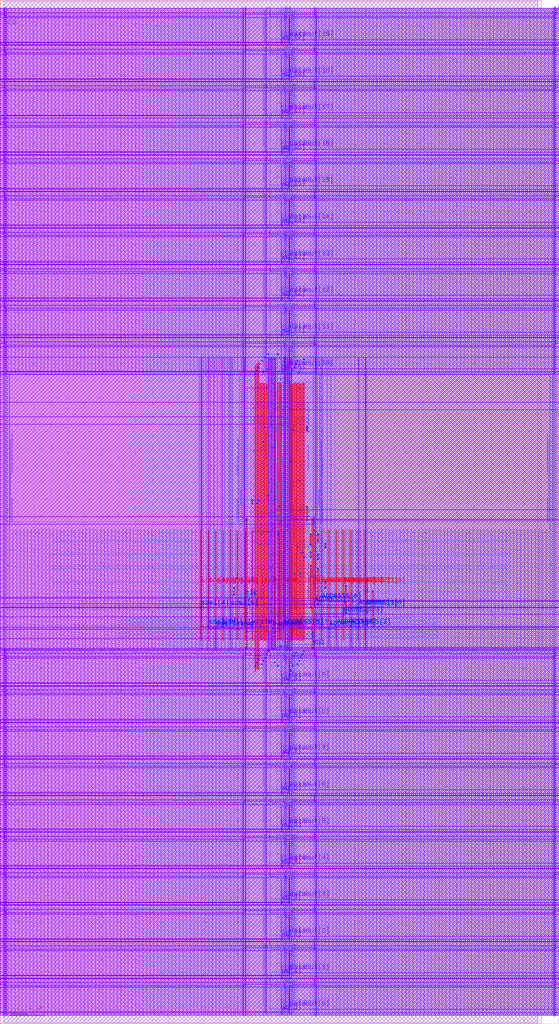
<source format=lef>
VERSION 5.8 ;
BUSBITCHARS "[]" ; 
DIVIDERCHAR "/" ; 


PROPERTYDEFINITIONS 
  MACRO CatenaDesignType STRING ; 
END PROPERTYDEFINITIONS 


MACRO srambank_128x4x20_6t122 
  CLASS BLOCK ; 
  ORIGIN 0 0 ; 
  FOREIGN srambank_128x4x20_6t122 0 0 ; 
  SIZE 64 BY 120.96 ; 
  SYMMETRY X Y ; 
  SITE coreSite ; 
  PIN VDD 
    DIRECTION INOUT ; 
    USE POWER ; 
    PORT 
      LAYER M4 ; 
        RECT 0.376 4.688 65.768 4.88 ; 
        RECT 0.376 9.008 65.768 9.2 ; 
        RECT 0.376 13.328 65.768 13.52 ; 
        RECT 0.376 17.648 65.768 17.84 ; 
        RECT 0.376 21.968 65.768 22.16 ; 
        RECT 0.376 26.288 65.768 26.48 ; 
        RECT 0.376 30.608 65.768 30.8 ; 
        RECT 0.376 34.928 65.768 35.12 ; 
        RECT 0.376 39.248 65.768 39.44 ; 
        RECT 0.376 43.568 65.768 43.76 ; 
        RECT 14.256 45.492 51.84 46.356 ; 
        RECT 36.788 59.508 37.352 59.604 ; 
        RECT 36.264 44.372 37.316 44.468 ; 
        RECT 29.592 58.164 36.504 59.028 ; 
        RECT 29.592 70.836 36.504 71.7 ; 
        RECT 0.376 80.396 65.768 80.588 ; 
        RECT 0.376 84.716 65.768 84.908 ; 
        RECT 0.376 89.036 65.768 89.228 ; 
        RECT 0.376 93.356 65.768 93.548 ; 
        RECT 0.376 97.676 65.768 97.868 ; 
        RECT 0.376 101.996 65.768 102.188 ; 
        RECT 0.376 106.316 65.768 106.508 ; 
        RECT 0.376 110.636 65.768 110.828 ; 
        RECT 0.376 114.956 65.768 115.148 ; 
        RECT 0.376 119.276 65.768 119.468 ; 
      LAYER M3 ; 
        RECT 65.576 0.866 65.648 5.506 ; 
        RECT 37.136 0.868 37.208 5.504 ; 
        RECT 31.52 1.028 31.88 5.484 ; 
        RECT 28.928 0.868 29 5.504 ; 
        RECT 0.488 0.866 0.56 5.506 ; 
        RECT 65.576 5.186 65.648 9.826 ; 
        RECT 37.136 5.188 37.208 9.824 ; 
        RECT 31.52 5.348 31.88 9.804 ; 
        RECT 28.928 5.188 29 9.824 ; 
        RECT 0.488 5.186 0.56 9.826 ; 
        RECT 65.576 9.506 65.648 14.146 ; 
        RECT 37.136 9.508 37.208 14.144 ; 
        RECT 31.52 9.668 31.88 14.124 ; 
        RECT 28.928 9.508 29 14.144 ; 
        RECT 0.488 9.506 0.56 14.146 ; 
        RECT 65.576 13.826 65.648 18.466 ; 
        RECT 37.136 13.828 37.208 18.464 ; 
        RECT 31.52 13.988 31.88 18.444 ; 
        RECT 28.928 13.828 29 18.464 ; 
        RECT 0.488 13.826 0.56 18.466 ; 
        RECT 65.576 18.146 65.648 22.786 ; 
        RECT 37.136 18.148 37.208 22.784 ; 
        RECT 31.52 18.308 31.88 22.764 ; 
        RECT 28.928 18.148 29 22.784 ; 
        RECT 0.488 18.146 0.56 22.786 ; 
        RECT 65.576 22.466 65.648 27.106 ; 
        RECT 37.136 22.468 37.208 27.104 ; 
        RECT 31.52 22.628 31.88 27.084 ; 
        RECT 28.928 22.468 29 27.104 ; 
        RECT 0.488 22.466 0.56 27.106 ; 
        RECT 65.576 26.786 65.648 31.426 ; 
        RECT 37.136 26.788 37.208 31.424 ; 
        RECT 31.52 26.948 31.88 31.404 ; 
        RECT 28.928 26.788 29 31.424 ; 
        RECT 0.488 26.786 0.56 31.426 ; 
        RECT 65.576 31.106 65.648 35.746 ; 
        RECT 37.136 31.108 37.208 35.744 ; 
        RECT 31.52 31.268 31.88 35.724 ; 
        RECT 28.928 31.108 29 35.744 ; 
        RECT 0.488 31.106 0.56 35.746 ; 
        RECT 65.576 35.426 65.648 40.066 ; 
        RECT 37.136 35.428 37.208 40.064 ; 
        RECT 31.52 35.588 31.88 40.044 ; 
        RECT 28.928 35.428 29 40.064 ; 
        RECT 0.488 35.426 0.56 40.066 ; 
        RECT 65.576 39.746 65.648 44.386 ; 
        RECT 37.136 39.748 37.208 44.384 ; 
        RECT 31.52 39.908 31.88 44.364 ; 
        RECT 28.928 39.748 29 44.384 ; 
        RECT 0.488 39.746 0.56 44.386 ; 
        RECT 65.556 44.042 65.628 76.87 ; 
        RECT 37.188 59.32 37.26 76.714 ; 
        RECT 37.116 44.174 37.188 44.726 ; 
        RECT 31.644 45.336 32.58 75.668 ; 
        RECT 31.5 75.336 31.86 76.84 ; 
        RECT 31.5 44.2 31.86 45.704 ; 
        RECT 0.468 44.042 0.54 76.87 ; 
        RECT 65.576 76.574 65.648 81.214 ; 
        RECT 37.136 76.576 37.208 81.212 ; 
        RECT 31.52 76.736 31.88 81.192 ; 
        RECT 28.928 76.576 29 81.212 ; 
        RECT 0.488 76.574 0.56 81.214 ; 
        RECT 65.576 80.894 65.648 85.534 ; 
        RECT 37.136 80.896 37.208 85.532 ; 
        RECT 31.52 81.056 31.88 85.512 ; 
        RECT 28.928 80.896 29 85.532 ; 
        RECT 0.488 80.894 0.56 85.534 ; 
        RECT 65.576 85.214 65.648 89.854 ; 
        RECT 37.136 85.216 37.208 89.852 ; 
        RECT 31.52 85.376 31.88 89.832 ; 
        RECT 28.928 85.216 29 89.852 ; 
        RECT 0.488 85.214 0.56 89.854 ; 
        RECT 65.576 89.534 65.648 94.174 ; 
        RECT 37.136 89.536 37.208 94.172 ; 
        RECT 31.52 89.696 31.88 94.152 ; 
        RECT 28.928 89.536 29 94.172 ; 
        RECT 0.488 89.534 0.56 94.174 ; 
        RECT 65.576 93.854 65.648 98.494 ; 
        RECT 37.136 93.856 37.208 98.492 ; 
        RECT 31.52 94.016 31.88 98.472 ; 
        RECT 28.928 93.856 29 98.492 ; 
        RECT 0.488 93.854 0.56 98.494 ; 
        RECT 65.576 98.174 65.648 102.814 ; 
        RECT 37.136 98.176 37.208 102.812 ; 
        RECT 31.52 98.336 31.88 102.792 ; 
        RECT 28.928 98.176 29 102.812 ; 
        RECT 0.488 98.174 0.56 102.814 ; 
        RECT 65.576 102.494 65.648 107.134 ; 
        RECT 37.136 102.496 37.208 107.132 ; 
        RECT 31.52 102.656 31.88 107.112 ; 
        RECT 28.928 102.496 29 107.132 ; 
        RECT 0.488 102.494 0.56 107.134 ; 
        RECT 65.576 106.814 65.648 111.454 ; 
        RECT 37.136 106.816 37.208 111.452 ; 
        RECT 31.52 106.976 31.88 111.432 ; 
        RECT 28.928 106.816 29 111.452 ; 
        RECT 0.488 106.814 0.56 111.454 ; 
        RECT 65.576 111.134 65.648 115.774 ; 
        RECT 37.136 111.136 37.208 115.772 ; 
        RECT 31.52 111.296 31.88 115.752 ; 
        RECT 28.928 111.136 29 115.772 ; 
        RECT 0.488 111.134 0.56 115.774 ; 
        RECT 65.576 115.454 65.648 120.094 ; 
        RECT 37.136 115.456 37.208 120.092 ; 
        RECT 31.52 115.616 31.88 120.072 ; 
        RECT 28.928 115.456 29 120.092 ; 
        RECT 0.488 115.454 0.56 120.094 ; 
      LAYER V3 ; 
        RECT 0.488 4.688 0.56 4.88 ; 
        RECT 28.928 4.688 29 4.88 ; 
        RECT 31.52 4.688 31.88 4.88 ; 
        RECT 37.136 4.688 37.208 4.88 ; 
        RECT 65.576 4.688 65.648 4.88 ; 
        RECT 0.488 9.008 0.56 9.2 ; 
        RECT 28.928 9.008 29 9.2 ; 
        RECT 31.52 9.008 31.88 9.2 ; 
        RECT 37.136 9.008 37.208 9.2 ; 
        RECT 65.576 9.008 65.648 9.2 ; 
        RECT 0.488 13.328 0.56 13.52 ; 
        RECT 28.928 13.328 29 13.52 ; 
        RECT 31.52 13.328 31.88 13.52 ; 
        RECT 37.136 13.328 37.208 13.52 ; 
        RECT 65.576 13.328 65.648 13.52 ; 
        RECT 0.488 17.648 0.56 17.84 ; 
        RECT 28.928 17.648 29 17.84 ; 
        RECT 31.52 17.648 31.88 17.84 ; 
        RECT 37.136 17.648 37.208 17.84 ; 
        RECT 65.576 17.648 65.648 17.84 ; 
        RECT 0.488 21.968 0.56 22.16 ; 
        RECT 28.928 21.968 29 22.16 ; 
        RECT 31.52 21.968 31.88 22.16 ; 
        RECT 37.136 21.968 37.208 22.16 ; 
        RECT 65.576 21.968 65.648 22.16 ; 
        RECT 0.488 26.288 0.56 26.48 ; 
        RECT 28.928 26.288 29 26.48 ; 
        RECT 31.52 26.288 31.88 26.48 ; 
        RECT 37.136 26.288 37.208 26.48 ; 
        RECT 65.576 26.288 65.648 26.48 ; 
        RECT 0.488 30.608 0.56 30.8 ; 
        RECT 28.928 30.608 29 30.8 ; 
        RECT 31.52 30.608 31.88 30.8 ; 
        RECT 37.136 30.608 37.208 30.8 ; 
        RECT 65.576 30.608 65.648 30.8 ; 
        RECT 0.488 34.928 0.56 35.12 ; 
        RECT 28.928 34.928 29 35.12 ; 
        RECT 31.52 34.928 31.88 35.12 ; 
        RECT 37.136 34.928 37.208 35.12 ; 
        RECT 65.576 34.928 65.648 35.12 ; 
        RECT 0.488 39.248 0.56 39.44 ; 
        RECT 28.928 39.248 29 39.44 ; 
        RECT 31.52 39.248 31.88 39.44 ; 
        RECT 37.136 39.248 37.208 39.44 ; 
        RECT 65.576 39.248 65.648 39.44 ; 
        RECT 0.488 43.568 0.56 43.76 ; 
        RECT 28.928 43.568 29 43.76 ; 
        RECT 31.52 43.568 31.88 43.76 ; 
        RECT 37.136 43.568 37.208 43.76 ; 
        RECT 65.576 43.568 65.648 43.76 ; 
        RECT 31.66 70.836 31.732 71.7 ; 
        RECT 31.66 58.164 31.732 59.028 ; 
        RECT 31.66 45.492 31.732 46.356 ; 
        RECT 31.868 70.836 31.94 71.7 ; 
        RECT 31.868 58.164 31.94 59.028 ; 
        RECT 31.868 45.492 31.94 46.356 ; 
        RECT 32.076 70.836 32.148 71.7 ; 
        RECT 32.076 58.164 32.148 59.028 ; 
        RECT 32.076 45.492 32.148 46.356 ; 
        RECT 32.284 70.836 32.356 71.7 ; 
        RECT 32.284 58.164 32.356 59.028 ; 
        RECT 32.284 45.492 32.356 46.356 ; 
        RECT 32.492 70.836 32.564 71.7 ; 
        RECT 32.492 58.164 32.564 59.028 ; 
        RECT 32.492 45.492 32.564 46.356 ; 
        RECT 37.116 44.372 37.188 44.468 ; 
        RECT 37.188 59.508 37.26 59.604 ; 
        RECT 0.488 80.396 0.56 80.588 ; 
        RECT 28.928 80.396 29 80.588 ; 
        RECT 31.52 80.396 31.88 80.588 ; 
        RECT 37.136 80.396 37.208 80.588 ; 
        RECT 65.576 80.396 65.648 80.588 ; 
        RECT 0.488 84.716 0.56 84.908 ; 
        RECT 28.928 84.716 29 84.908 ; 
        RECT 31.52 84.716 31.88 84.908 ; 
        RECT 37.136 84.716 37.208 84.908 ; 
        RECT 65.576 84.716 65.648 84.908 ; 
        RECT 0.488 89.036 0.56 89.228 ; 
        RECT 28.928 89.036 29 89.228 ; 
        RECT 31.52 89.036 31.88 89.228 ; 
        RECT 37.136 89.036 37.208 89.228 ; 
        RECT 65.576 89.036 65.648 89.228 ; 
        RECT 0.488 93.356 0.56 93.548 ; 
        RECT 28.928 93.356 29 93.548 ; 
        RECT 31.52 93.356 31.88 93.548 ; 
        RECT 37.136 93.356 37.208 93.548 ; 
        RECT 65.576 93.356 65.648 93.548 ; 
        RECT 0.488 97.676 0.56 97.868 ; 
        RECT 28.928 97.676 29 97.868 ; 
        RECT 31.52 97.676 31.88 97.868 ; 
        RECT 37.136 97.676 37.208 97.868 ; 
        RECT 65.576 97.676 65.648 97.868 ; 
        RECT 0.488 101.996 0.56 102.188 ; 
        RECT 28.928 101.996 29 102.188 ; 
        RECT 31.52 101.996 31.88 102.188 ; 
        RECT 37.136 101.996 37.208 102.188 ; 
        RECT 65.576 101.996 65.648 102.188 ; 
        RECT 0.488 106.316 0.56 106.508 ; 
        RECT 28.928 106.316 29 106.508 ; 
        RECT 31.52 106.316 31.88 106.508 ; 
        RECT 37.136 106.316 37.208 106.508 ; 
        RECT 65.576 106.316 65.648 106.508 ; 
        RECT 0.488 110.636 0.56 110.828 ; 
        RECT 28.928 110.636 29 110.828 ; 
        RECT 31.52 110.636 31.88 110.828 ; 
        RECT 37.136 110.636 37.208 110.828 ; 
        RECT 65.576 110.636 65.648 110.828 ; 
        RECT 0.488 114.956 0.56 115.148 ; 
        RECT 28.928 114.956 29 115.148 ; 
        RECT 31.52 114.956 31.88 115.148 ; 
        RECT 37.136 114.956 37.208 115.148 ; 
        RECT 65.576 114.956 65.648 115.148 ; 
        RECT 0.488 119.276 0.56 119.468 ; 
        RECT 28.928 119.276 29 119.468 ; 
        RECT 31.52 119.276 31.88 119.468 ; 
        RECT 37.136 119.276 37.208 119.468 ; 
        RECT 65.576 119.276 65.648 119.468 ; 
      LAYER M5 ; 
        RECT 36.864 44.3 36.96 59.676 ; 
      LAYER V4 ; 
        RECT 36.864 59.508 36.96 59.604 ; 
        RECT 36.864 45.492 36.96 46.356 ; 
        RECT 36.864 44.372 36.96 44.468 ; 
    END 
  END VDD 
  PIN VSS 
    DIRECTION INOUT ; 
    USE POWER ; 
    PORT 
      LAYER M4 ; 
        RECT 0.376 4.304 65.748 4.496 ; 
        RECT 0.376 8.624 65.748 8.816 ; 
        RECT 0.376 12.944 65.748 13.136 ; 
        RECT 0.376 17.264 65.748 17.456 ; 
        RECT 0.376 21.584 65.748 21.776 ; 
        RECT 0.376 25.904 65.748 26.096 ; 
        RECT 0.376 30.224 65.748 30.416 ; 
        RECT 0.376 34.544 65.748 34.736 ; 
        RECT 0.376 38.864 65.748 39.056 ; 
        RECT 0.376 43.184 65.748 43.376 ; 
        RECT 14.256 47.22 51.84 48.084 ; 
        RECT 29.592 59.892 36.504 60.756 ; 
        RECT 29.592 72.564 36.504 73.428 ; 
        RECT 0.376 80.012 65.748 80.204 ; 
        RECT 0.376 84.332 65.748 84.524 ; 
        RECT 0.376 88.652 65.748 88.844 ; 
        RECT 0.376 92.972 65.748 93.164 ; 
        RECT 0.376 97.292 65.748 97.484 ; 
        RECT 0.376 101.612 65.748 101.804 ; 
        RECT 0.376 105.932 65.748 106.124 ; 
        RECT 0.376 110.252 65.748 110.444 ; 
        RECT 0.376 114.572 65.748 114.764 ; 
        RECT 0.376 118.892 65.748 119.084 ; 
      LAYER M3 ; 
        RECT 65.432 0.866 65.504 5.506 ; 
        RECT 37.352 0.866 37.424 5.506 ; 
        RECT 34.292 1.012 34.436 5.468 ; 
        RECT 33.68 1.012 33.788 5.468 ; 
        RECT 28.712 0.866 28.784 5.506 ; 
        RECT 0.632 0.866 0.704 5.506 ; 
        RECT 65.432 5.186 65.504 9.826 ; 
        RECT 37.352 5.186 37.424 9.826 ; 
        RECT 34.292 5.332 34.436 9.788 ; 
        RECT 33.68 5.332 33.788 9.788 ; 
        RECT 28.712 5.186 28.784 9.826 ; 
        RECT 0.632 5.186 0.704 9.826 ; 
        RECT 65.432 9.506 65.504 14.146 ; 
        RECT 37.352 9.506 37.424 14.146 ; 
        RECT 34.292 9.652 34.436 14.108 ; 
        RECT 33.68 9.652 33.788 14.108 ; 
        RECT 28.712 9.506 28.784 14.146 ; 
        RECT 0.632 9.506 0.704 14.146 ; 
        RECT 65.432 13.826 65.504 18.466 ; 
        RECT 37.352 13.826 37.424 18.466 ; 
        RECT 34.292 13.972 34.436 18.428 ; 
        RECT 33.68 13.972 33.788 18.428 ; 
        RECT 28.712 13.826 28.784 18.466 ; 
        RECT 0.632 13.826 0.704 18.466 ; 
        RECT 65.432 18.146 65.504 22.786 ; 
        RECT 37.352 18.146 37.424 22.786 ; 
        RECT 34.292 18.292 34.436 22.748 ; 
        RECT 33.68 18.292 33.788 22.748 ; 
        RECT 28.712 18.146 28.784 22.786 ; 
        RECT 0.632 18.146 0.704 22.786 ; 
        RECT 65.432 22.466 65.504 27.106 ; 
        RECT 37.352 22.466 37.424 27.106 ; 
        RECT 34.292 22.612 34.436 27.068 ; 
        RECT 33.68 22.612 33.788 27.068 ; 
        RECT 28.712 22.466 28.784 27.106 ; 
        RECT 0.632 22.466 0.704 27.106 ; 
        RECT 65.432 26.786 65.504 31.426 ; 
        RECT 37.352 26.786 37.424 31.426 ; 
        RECT 34.292 26.932 34.436 31.388 ; 
        RECT 33.68 26.932 33.788 31.388 ; 
        RECT 28.712 26.786 28.784 31.426 ; 
        RECT 0.632 26.786 0.704 31.426 ; 
        RECT 65.432 31.106 65.504 35.746 ; 
        RECT 37.352 31.106 37.424 35.746 ; 
        RECT 34.292 31.252 34.436 35.708 ; 
        RECT 33.68 31.252 33.788 35.708 ; 
        RECT 28.712 31.106 28.784 35.746 ; 
        RECT 0.632 31.106 0.704 35.746 ; 
        RECT 65.432 35.426 65.504 40.066 ; 
        RECT 37.352 35.426 37.424 40.066 ; 
        RECT 34.292 35.572 34.436 40.028 ; 
        RECT 33.68 35.572 33.788 40.028 ; 
        RECT 28.712 35.426 28.784 40.066 ; 
        RECT 0.632 35.426 0.704 40.066 ; 
        RECT 65.432 39.746 65.504 44.386 ; 
        RECT 37.352 39.746 37.424 44.386 ; 
        RECT 34.292 39.892 34.436 44.348 ; 
        RECT 33.68 39.892 33.788 44.348 ; 
        RECT 28.712 39.746 28.784 44.386 ; 
        RECT 0.632 39.746 0.704 44.386 ; 
        RECT 65.412 44.042 65.484 76.87 ; 
        RECT 37.332 44.042 37.404 76.87 ; 
        RECT 33.516 44.936 34.452 75.668 ; 
        RECT 34.272 44.218 34.416 76.696 ; 
        RECT 33.66 44.216 33.768 76.696 ; 
        RECT 28.692 44.042 28.764 76.87 ; 
        RECT 0.612 44.042 0.684 76.87 ; 
        RECT 65.432 76.574 65.504 81.214 ; 
        RECT 37.352 76.574 37.424 81.214 ; 
        RECT 34.292 76.72 34.436 81.176 ; 
        RECT 33.68 76.72 33.788 81.176 ; 
        RECT 28.712 76.574 28.784 81.214 ; 
        RECT 0.632 76.574 0.704 81.214 ; 
        RECT 65.432 80.894 65.504 85.534 ; 
        RECT 37.352 80.894 37.424 85.534 ; 
        RECT 34.292 81.04 34.436 85.496 ; 
        RECT 33.68 81.04 33.788 85.496 ; 
        RECT 28.712 80.894 28.784 85.534 ; 
        RECT 0.632 80.894 0.704 85.534 ; 
        RECT 65.432 85.214 65.504 89.854 ; 
        RECT 37.352 85.214 37.424 89.854 ; 
        RECT 34.292 85.36 34.436 89.816 ; 
        RECT 33.68 85.36 33.788 89.816 ; 
        RECT 28.712 85.214 28.784 89.854 ; 
        RECT 0.632 85.214 0.704 89.854 ; 
        RECT 65.432 89.534 65.504 94.174 ; 
        RECT 37.352 89.534 37.424 94.174 ; 
        RECT 34.292 89.68 34.436 94.136 ; 
        RECT 33.68 89.68 33.788 94.136 ; 
        RECT 28.712 89.534 28.784 94.174 ; 
        RECT 0.632 89.534 0.704 94.174 ; 
        RECT 65.432 93.854 65.504 98.494 ; 
        RECT 37.352 93.854 37.424 98.494 ; 
        RECT 34.292 94 34.436 98.456 ; 
        RECT 33.68 94 33.788 98.456 ; 
        RECT 28.712 93.854 28.784 98.494 ; 
        RECT 0.632 93.854 0.704 98.494 ; 
        RECT 65.432 98.174 65.504 102.814 ; 
        RECT 37.352 98.174 37.424 102.814 ; 
        RECT 34.292 98.32 34.436 102.776 ; 
        RECT 33.68 98.32 33.788 102.776 ; 
        RECT 28.712 98.174 28.784 102.814 ; 
        RECT 0.632 98.174 0.704 102.814 ; 
        RECT 65.432 102.494 65.504 107.134 ; 
        RECT 37.352 102.494 37.424 107.134 ; 
        RECT 34.292 102.64 34.436 107.096 ; 
        RECT 33.68 102.64 33.788 107.096 ; 
        RECT 28.712 102.494 28.784 107.134 ; 
        RECT 0.632 102.494 0.704 107.134 ; 
        RECT 65.432 106.814 65.504 111.454 ; 
        RECT 37.352 106.814 37.424 111.454 ; 
        RECT 34.292 106.96 34.436 111.416 ; 
        RECT 33.68 106.96 33.788 111.416 ; 
        RECT 28.712 106.814 28.784 111.454 ; 
        RECT 0.632 106.814 0.704 111.454 ; 
        RECT 65.432 111.134 65.504 115.774 ; 
        RECT 37.352 111.134 37.424 115.774 ; 
        RECT 34.292 111.28 34.436 115.736 ; 
        RECT 33.68 111.28 33.788 115.736 ; 
        RECT 28.712 111.134 28.784 115.774 ; 
        RECT 0.632 111.134 0.704 115.774 ; 
        RECT 65.432 115.454 65.504 120.094 ; 
        RECT 37.352 115.454 37.424 120.094 ; 
        RECT 34.292 115.6 34.436 120.056 ; 
        RECT 33.68 115.6 33.788 120.056 ; 
        RECT 28.712 115.454 28.784 120.094 ; 
        RECT 0.632 115.454 0.704 120.094 ; 
      LAYER V3 ; 
        RECT 0.632 4.304 0.704 4.496 ; 
        RECT 28.712 4.304 28.784 4.496 ; 
        RECT 33.68 4.304 33.788 4.496 ; 
        RECT 34.292 4.304 34.436 4.496 ; 
        RECT 37.352 4.304 37.424 4.496 ; 
        RECT 65.432 4.304 65.504 4.496 ; 
        RECT 0.632 8.624 0.704 8.816 ; 
        RECT 28.712 8.624 28.784 8.816 ; 
        RECT 33.68 8.624 33.788 8.816 ; 
        RECT 34.292 8.624 34.436 8.816 ; 
        RECT 37.352 8.624 37.424 8.816 ; 
        RECT 65.432 8.624 65.504 8.816 ; 
        RECT 0.632 12.944 0.704 13.136 ; 
        RECT 28.712 12.944 28.784 13.136 ; 
        RECT 33.68 12.944 33.788 13.136 ; 
        RECT 34.292 12.944 34.436 13.136 ; 
        RECT 37.352 12.944 37.424 13.136 ; 
        RECT 65.432 12.944 65.504 13.136 ; 
        RECT 0.632 17.264 0.704 17.456 ; 
        RECT 28.712 17.264 28.784 17.456 ; 
        RECT 33.68 17.264 33.788 17.456 ; 
        RECT 34.292 17.264 34.436 17.456 ; 
        RECT 37.352 17.264 37.424 17.456 ; 
        RECT 65.432 17.264 65.504 17.456 ; 
        RECT 0.632 21.584 0.704 21.776 ; 
        RECT 28.712 21.584 28.784 21.776 ; 
        RECT 33.68 21.584 33.788 21.776 ; 
        RECT 34.292 21.584 34.436 21.776 ; 
        RECT 37.352 21.584 37.424 21.776 ; 
        RECT 65.432 21.584 65.504 21.776 ; 
        RECT 0.632 25.904 0.704 26.096 ; 
        RECT 28.712 25.904 28.784 26.096 ; 
        RECT 33.68 25.904 33.788 26.096 ; 
        RECT 34.292 25.904 34.436 26.096 ; 
        RECT 37.352 25.904 37.424 26.096 ; 
        RECT 65.432 25.904 65.504 26.096 ; 
        RECT 0.632 30.224 0.704 30.416 ; 
        RECT 28.712 30.224 28.784 30.416 ; 
        RECT 33.68 30.224 33.788 30.416 ; 
        RECT 34.292 30.224 34.436 30.416 ; 
        RECT 37.352 30.224 37.424 30.416 ; 
        RECT 65.432 30.224 65.504 30.416 ; 
        RECT 0.632 34.544 0.704 34.736 ; 
        RECT 28.712 34.544 28.784 34.736 ; 
        RECT 33.68 34.544 33.788 34.736 ; 
        RECT 34.292 34.544 34.436 34.736 ; 
        RECT 37.352 34.544 37.424 34.736 ; 
        RECT 65.432 34.544 65.504 34.736 ; 
        RECT 0.632 38.864 0.704 39.056 ; 
        RECT 28.712 38.864 28.784 39.056 ; 
        RECT 33.68 38.864 33.788 39.056 ; 
        RECT 34.292 38.864 34.436 39.056 ; 
        RECT 37.352 38.864 37.424 39.056 ; 
        RECT 65.432 38.864 65.504 39.056 ; 
        RECT 0.632 43.184 0.704 43.376 ; 
        RECT 28.712 43.184 28.784 43.376 ; 
        RECT 33.68 43.184 33.788 43.376 ; 
        RECT 34.292 43.184 34.436 43.376 ; 
        RECT 37.352 43.184 37.424 43.376 ; 
        RECT 65.432 43.184 65.504 43.376 ; 
        RECT 33.532 72.564 33.604 73.428 ; 
        RECT 33.532 59.892 33.604 60.756 ; 
        RECT 33.532 47.22 33.604 48.084 ; 
        RECT 33.74 72.564 33.812 73.428 ; 
        RECT 33.74 59.892 33.812 60.756 ; 
        RECT 33.74 47.22 33.812 48.084 ; 
        RECT 33.948 72.564 34.02 73.428 ; 
        RECT 33.948 59.892 34.02 60.756 ; 
        RECT 33.948 47.22 34.02 48.084 ; 
        RECT 34.156 72.564 34.228 73.428 ; 
        RECT 34.156 59.892 34.228 60.756 ; 
        RECT 34.156 47.22 34.228 48.084 ; 
        RECT 34.364 72.564 34.436 73.428 ; 
        RECT 34.364 59.892 34.436 60.756 ; 
        RECT 34.364 47.22 34.436 48.084 ; 
        RECT 37.332 47.222 37.404 48.086 ; 
        RECT 0.632 80.012 0.704 80.204 ; 
        RECT 28.712 80.012 28.784 80.204 ; 
        RECT 33.68 80.012 33.788 80.204 ; 
        RECT 34.292 80.012 34.436 80.204 ; 
        RECT 37.352 80.012 37.424 80.204 ; 
        RECT 65.432 80.012 65.504 80.204 ; 
        RECT 0.632 84.332 0.704 84.524 ; 
        RECT 28.712 84.332 28.784 84.524 ; 
        RECT 33.68 84.332 33.788 84.524 ; 
        RECT 34.292 84.332 34.436 84.524 ; 
        RECT 37.352 84.332 37.424 84.524 ; 
        RECT 65.432 84.332 65.504 84.524 ; 
        RECT 0.632 88.652 0.704 88.844 ; 
        RECT 28.712 88.652 28.784 88.844 ; 
        RECT 33.68 88.652 33.788 88.844 ; 
        RECT 34.292 88.652 34.436 88.844 ; 
        RECT 37.352 88.652 37.424 88.844 ; 
        RECT 65.432 88.652 65.504 88.844 ; 
        RECT 0.632 92.972 0.704 93.164 ; 
        RECT 28.712 92.972 28.784 93.164 ; 
        RECT 33.68 92.972 33.788 93.164 ; 
        RECT 34.292 92.972 34.436 93.164 ; 
        RECT 37.352 92.972 37.424 93.164 ; 
        RECT 65.432 92.972 65.504 93.164 ; 
        RECT 0.632 97.292 0.704 97.484 ; 
        RECT 28.712 97.292 28.784 97.484 ; 
        RECT 33.68 97.292 33.788 97.484 ; 
        RECT 34.292 97.292 34.436 97.484 ; 
        RECT 37.352 97.292 37.424 97.484 ; 
        RECT 65.432 97.292 65.504 97.484 ; 
        RECT 0.632 101.612 0.704 101.804 ; 
        RECT 28.712 101.612 28.784 101.804 ; 
        RECT 33.68 101.612 33.788 101.804 ; 
        RECT 34.292 101.612 34.436 101.804 ; 
        RECT 37.352 101.612 37.424 101.804 ; 
        RECT 65.432 101.612 65.504 101.804 ; 
        RECT 0.632 105.932 0.704 106.124 ; 
        RECT 28.712 105.932 28.784 106.124 ; 
        RECT 33.68 105.932 33.788 106.124 ; 
        RECT 34.292 105.932 34.436 106.124 ; 
        RECT 37.352 105.932 37.424 106.124 ; 
        RECT 65.432 105.932 65.504 106.124 ; 
        RECT 0.632 110.252 0.704 110.444 ; 
        RECT 28.712 110.252 28.784 110.444 ; 
        RECT 33.68 110.252 33.788 110.444 ; 
        RECT 34.292 110.252 34.436 110.444 ; 
        RECT 37.352 110.252 37.424 110.444 ; 
        RECT 65.432 110.252 65.504 110.444 ; 
        RECT 0.632 114.572 0.704 114.764 ; 
        RECT 28.712 114.572 28.784 114.764 ; 
        RECT 33.68 114.572 33.788 114.764 ; 
        RECT 34.292 114.572 34.436 114.764 ; 
        RECT 37.352 114.572 37.424 114.764 ; 
        RECT 65.432 114.572 65.504 114.764 ; 
        RECT 0.632 118.892 0.704 119.084 ; 
        RECT 28.712 118.892 28.784 119.084 ; 
        RECT 33.68 118.892 33.788 119.084 ; 
        RECT 34.292 118.892 34.436 119.084 ; 
        RECT 37.352 118.892 37.424 119.084 ; 
        RECT 65.432 118.892 65.504 119.084 ; 
    END 
  END VSS 
  PIN ADDRESS[0] 
    DIRECTION INPUT ; 
    USE SIGNAL ; 
    PORT 
      LAYER M3 ; 
        RECT 43.164 49.108 43.236 49.256 ; 
      LAYER M4 ; 
        RECT 42.956 49.14 43.292 49.236 ; 
      LAYER M5 ; 
        RECT 43.152 45.336 43.248 58.296 ; 
      LAYER V3 ; 
        RECT 43.164 49.14 43.236 49.236 ; 
      LAYER V4 ; 
        RECT 43.152 49.14 43.248 49.236 ; 
    END 
  END ADDRESS[0] 
  PIN ADDRESS[1] 
    DIRECTION INPUT ; 
    USE SIGNAL ; 
    PORT 
      LAYER M3 ; 
        RECT 42.3 49.12 42.372 49.268 ; 
      LAYER M4 ; 
        RECT 42.092 49.14 42.428 49.236 ; 
      LAYER M5 ; 
        RECT 42.288 45.336 42.384 58.296 ; 
      LAYER V3 ; 
        RECT 42.3 49.14 42.372 49.236 ; 
      LAYER V4 ; 
        RECT 42.288 49.14 42.384 49.236 ; 
    END 
  END ADDRESS[1] 
  PIN ADDRESS[2] 
    DIRECTION INPUT ; 
    USE SIGNAL ; 
    PORT 
      LAYER M3 ; 
        RECT 41.436 46.804 41.508 46.952 ; 
      LAYER M4 ; 
        RECT 41.228 46.836 41.564 46.932 ; 
      LAYER M5 ; 
        RECT 41.424 45.336 41.52 58.296 ; 
      LAYER V3 ; 
        RECT 41.436 46.836 41.508 46.932 ; 
      LAYER V4 ; 
        RECT 41.424 46.836 41.52 46.932 ; 
    END 
  END ADDRESS[2] 
  PIN ADDRESS[3] 
    DIRECTION INPUT ; 
    USE SIGNAL ; 
    PORT 
      LAYER M3 ; 
        RECT 40.572 47.764 40.644 48.488 ; 
      LAYER M4 ; 
        RECT 40.364 48.372 40.7 48.468 ; 
      LAYER M5 ; 
        RECT 40.56 45.336 40.656 58.296 ; 
      LAYER V3 ; 
        RECT 40.572 48.372 40.644 48.468 ; 
      LAYER V4 ; 
        RECT 40.56 48.372 40.656 48.468 ; 
    END 
  END ADDRESS[3] 
  PIN ADDRESS[4] 
    DIRECTION INPUT ; 
    USE SIGNAL ; 
    PORT 
      LAYER M3 ; 
        RECT 39.708 46.816 39.78 47.084 ; 
      LAYER M4 ; 
        RECT 39.5 46.836 39.836 46.932 ; 
      LAYER M5 ; 
        RECT 39.696 45.336 39.792 58.296 ; 
      LAYER V3 ; 
        RECT 39.708 46.836 39.78 46.932 ; 
      LAYER V4 ; 
        RECT 39.696 46.836 39.792 46.932 ; 
    END 
  END ADDRESS[4] 
  PIN ADDRESS[5] 
    DIRECTION INPUT ; 
    USE SIGNAL ; 
    PORT 
      LAYER M3 ; 
        RECT 38.844 45.748 38.916 46.76 ; 
      LAYER M4 ; 
        RECT 38.636 46.644 38.972 46.74 ; 
      LAYER M5 ; 
        RECT 38.832 45.336 38.928 58.296 ; 
      LAYER V3 ; 
        RECT 38.844 46.644 38.916 46.74 ; 
      LAYER V4 ; 
        RECT 38.832 46.644 38.928 46.74 ; 
    END 
  END ADDRESS[5] 
  PIN ADDRESS[6] 
    DIRECTION INPUT ; 
    USE SIGNAL ; 
    PORT 
      LAYER M3 ; 
        RECT 37.98 49.888 38.052 50.036 ; 
      LAYER M4 ; 
        RECT 37.772 49.908 38.108 50.004 ; 
      LAYER M5 ; 
        RECT 37.968 45.336 38.064 58.296 ; 
      LAYER V3 ; 
        RECT 37.98 49.908 38.052 50.004 ; 
      LAYER V4 ; 
        RECT 37.968 49.908 38.064 50.004 ; 
    END 
  END ADDRESS[6] 
  PIN ADDRESS[7] 
    DIRECTION INPUT ; 
    USE SIGNAL ; 
    PORT 
      LAYER M3 ; 
        RECT 37.116 49.276 37.188 49.64 ; 
      LAYER M4 ; 
        RECT 36.908 49.524 37.244 49.62 ; 
      LAYER M5 ; 
        RECT 37.104 45.336 37.2 58.296 ; 
      LAYER V3 ; 
        RECT 37.116 49.524 37.188 49.62 ; 
      LAYER V4 ; 
        RECT 37.104 49.524 37.2 49.62 ; 
    END 
  END ADDRESS[7] 
  PIN ADDRESS[8] 
    DIRECTION INPUT ; 
    USE SIGNAL ; 
    PORT 
      LAYER M3 ; 
        RECT 34.524 46.816 34.596 47.084 ; 
      LAYER M4 ; 
        RECT 33.388 46.836 34.64 46.932 ; 
      LAYER M5 ; 
        RECT 33.432 45.336 33.528 58.296 ; 
      LAYER V3 ; 
        RECT 34.524 46.836 34.596 46.932 ; 
      LAYER V4 ; 
        RECT 33.432 46.836 33.528 46.932 ; 
    END 
  END ADDRESS[8] 
  PIN banksel 
    DIRECTION INPUT ; 
    USE SIGNAL ; 
    PORT 
      LAYER M3 ; 
        RECT 32.94 45.748 33.012 46.76 ; 
      LAYER M4 ; 
        RECT 32.092 46.644 33.056 46.74 ; 
      LAYER M5 ; 
        RECT 32.136 45.336 32.232 58.296 ; 
      LAYER V3 ; 
        RECT 32.94 46.644 33.012 46.74 ; 
      LAYER V4 ; 
        RECT 32.136 46.644 32.232 46.74 ; 
    END 
  END banksel 
  PIN write 
    DIRECTION INPUT ; 
    USE SIGNAL ; 
    PORT 
      LAYER M3 ; 
        RECT 29.772 46.816 29.844 47.084 ; 
      LAYER M4 ; 
        RECT 29.564 46.836 29.9 46.932 ; 
      LAYER M5 ; 
        RECT 29.76 45.336 29.856 58.296 ; 
      LAYER V3 ; 
        RECT 29.772 46.836 29.844 46.932 ; 
      LAYER V4 ; 
        RECT 29.76 46.836 29.856 46.932 ; 
    END 
  END write 
  PIN clk 
    DIRECTION INPUT ; 
    USE SIGNAL ; 
    PORT 
      LAYER M3 ; 
        RECT 28.908 50.272 28.98 50.468 ; 
      LAYER M4 ; 
        RECT 28.7 50.292 29.036 50.388 ; 
      LAYER M5 ; 
        RECT 28.896 45.336 28.992 58.296 ; 
      LAYER V3 ; 
        RECT 28.908 50.292 28.98 50.388 ; 
      LAYER V4 ; 
        RECT 28.896 50.292 28.992 50.388 ; 
    END 
  END clk 
  PIN read 
    DIRECTION INPUT ; 
    USE SIGNAL ; 
    PORT 
      LAYER M3 ; 
        RECT 29.052 45.748 29.124 46.76 ; 
      LAYER M4 ; 
        RECT 27.988 46.644 29.168 46.74 ; 
      LAYER M5 ; 
        RECT 28.032 45.336 28.128 58.296 ; 
      LAYER V3 ; 
        RECT 29.052 46.644 29.124 46.74 ; 
      LAYER V4 ; 
        RECT 28.032 46.644 28.128 46.74 ; 
    END 
  END read 
  PIN sdel[0] 
    DIRECTION INPUT ; 
    USE SIGNAL ; 
    PORT 
      LAYER M3 ; 
        RECT 27.18 49.108 27.252 49.256 ; 
      LAYER M4 ; 
        RECT 26.972 49.14 27.308 49.236 ; 
      LAYER M5 ; 
        RECT 27.168 45.336 27.264 58.296 ; 
      LAYER V3 ; 
        RECT 27.18 49.14 27.252 49.236 ; 
      LAYER V4 ; 
        RECT 27.168 49.14 27.264 49.236 ; 
    END 
  END sdel[0] 
  PIN sdel[1] 
    DIRECTION INPUT ; 
    USE SIGNAL ; 
    PORT 
      LAYER M3 ; 
        RECT 26.316 46.816 26.388 47.732 ; 
      LAYER M4 ; 
        RECT 26.108 46.836 26.444 46.932 ; 
      LAYER M5 ; 
        RECT 26.304 45.336 26.4 58.296 ; 
      LAYER V3 ; 
        RECT 26.316 46.836 26.388 46.932 ; 
      LAYER V4 ; 
        RECT 26.304 46.836 26.4 46.932 ; 
    END 
  END sdel[1] 
  PIN sdel[2] 
    DIRECTION INPUT ; 
    USE SIGNAL ; 
    PORT 
      LAYER M3 ; 
        RECT 25.452 45.748 25.524 46.76 ; 
      LAYER M4 ; 
        RECT 25.244 46.644 25.58 46.74 ; 
      LAYER M5 ; 
        RECT 25.44 45.336 25.536 58.296 ; 
      LAYER V3 ; 
        RECT 25.452 46.644 25.524 46.74 ; 
      LAYER V4 ; 
        RECT 25.44 46.644 25.536 46.74 ; 
    END 
  END sdel[2] 
  PIN sdel[3] 
    DIRECTION INPUT ; 
    USE SIGNAL ; 
    PORT 
      LAYER M3 ; 
        RECT 24.588 46.804 24.66 46.952 ; 
      LAYER M4 ; 
        RECT 24.38 46.836 24.716 46.932 ; 
      LAYER M5 ; 
        RECT 24.576 45.336 24.672 58.296 ; 
      LAYER V3 ; 
        RECT 24.588 46.836 24.66 46.932 ; 
      LAYER V4 ; 
        RECT 24.576 46.836 24.672 46.932 ; 
    END 
  END sdel[3] 
  PIN sdel[4] 
    DIRECTION INPUT ; 
    USE SIGNAL ; 
    PORT 
      LAYER M3 ; 
        RECT 23.724 49.108 23.796 49.256 ; 
      LAYER M4 ; 
        RECT 23.516 49.14 23.852 49.236 ; 
      LAYER M5 ; 
        RECT 23.712 45.336 23.808 58.296 ; 
      LAYER V3 ; 
        RECT 23.724 49.14 23.796 49.236 ; 
      LAYER V4 ; 
        RECT 23.712 49.14 23.808 49.236 ; 
    END 
  END sdel[4] 
  PIN dataout[0] 
    DIRECTION OUTPUT ; 
    USE SIGNAL ; 
    PORT 
      LAYER M4 ; 
        RECT 31.796 1.712 34.388 1.808 ; 
      LAYER M3 ; 
        RECT 34.148 1.51 34.22 2.468 ; 
      LAYER V3 ; 
        RECT 34.148 1.712 34.22 1.808 ; 
    END 
  END dataout[0] 
  PIN wd[0] 
    DIRECTION INPUT ; 
    USE SIGNAL ; 
    PORT 
      LAYER M4 ; 
        RECT 31.796 1.328 34.66 1.424 ; 
      LAYER M3 ; 
        RECT 33.248 1.08 33.32 2.7 ; 
      LAYER V3 ; 
        RECT 33.248 1.328 33.32 1.424 ; 
    END 
  END wd[0] 
  PIN dataout[1] 
    DIRECTION OUTPUT ; 
    USE SIGNAL ; 
    PORT 
      LAYER M4 ; 
        RECT 31.796 6.032 34.388 6.128 ; 
      LAYER M3 ; 
        RECT 34.148 5.83 34.22 6.788 ; 
      LAYER V3 ; 
        RECT 34.148 6.032 34.22 6.128 ; 
    END 
  END dataout[1] 
  PIN wd[1] 
    DIRECTION INPUT ; 
    USE SIGNAL ; 
    PORT 
      LAYER M4 ; 
        RECT 31.796 5.648 34.66 5.744 ; 
      LAYER M3 ; 
        RECT 33.248 5.4 33.32 7.02 ; 
      LAYER V3 ; 
        RECT 33.248 5.648 33.32 5.744 ; 
    END 
  END wd[1] 
  PIN dataout[2] 
    DIRECTION OUTPUT ; 
    USE SIGNAL ; 
    PORT 
      LAYER M4 ; 
        RECT 31.796 10.352 34.388 10.448 ; 
      LAYER M3 ; 
        RECT 34.148 10.15 34.22 11.108 ; 
      LAYER V3 ; 
        RECT 34.148 10.352 34.22 10.448 ; 
    END 
  END dataout[2] 
  PIN wd[2] 
    DIRECTION INPUT ; 
    USE SIGNAL ; 
    PORT 
      LAYER M4 ; 
        RECT 31.796 9.968 34.66 10.064 ; 
      LAYER M3 ; 
        RECT 33.248 9.72 33.32 11.34 ; 
      LAYER V3 ; 
        RECT 33.248 9.968 33.32 10.064 ; 
    END 
  END wd[2] 
  PIN dataout[3] 
    DIRECTION OUTPUT ; 
    USE SIGNAL ; 
    PORT 
      LAYER M4 ; 
        RECT 31.796 14.672 34.388 14.768 ; 
      LAYER M3 ; 
        RECT 34.148 14.47 34.22 15.428 ; 
      LAYER V3 ; 
        RECT 34.148 14.672 34.22 14.768 ; 
    END 
  END dataout[3] 
  PIN wd[3] 
    DIRECTION INPUT ; 
    USE SIGNAL ; 
    PORT 
      LAYER M4 ; 
        RECT 31.796 14.288 34.66 14.384 ; 
      LAYER M3 ; 
        RECT 33.248 14.04 33.32 15.66 ; 
      LAYER V3 ; 
        RECT 33.248 14.288 33.32 14.384 ; 
    END 
  END wd[3] 
  PIN dataout[4] 
    DIRECTION OUTPUT ; 
    USE SIGNAL ; 
    PORT 
      LAYER M4 ; 
        RECT 31.796 18.992 34.388 19.088 ; 
      LAYER M3 ; 
        RECT 34.148 18.79 34.22 19.748 ; 
      LAYER V3 ; 
        RECT 34.148 18.992 34.22 19.088 ; 
    END 
  END dataout[4] 
  PIN wd[4] 
    DIRECTION INPUT ; 
    USE SIGNAL ; 
    PORT 
      LAYER M4 ; 
        RECT 31.796 18.608 34.66 18.704 ; 
      LAYER M3 ; 
        RECT 33.248 18.36 33.32 19.98 ; 
      LAYER V3 ; 
        RECT 33.248 18.608 33.32 18.704 ; 
    END 
  END wd[4] 
  PIN dataout[5] 
    DIRECTION OUTPUT ; 
    USE SIGNAL ; 
    PORT 
      LAYER M4 ; 
        RECT 31.796 23.312 34.388 23.408 ; 
      LAYER M3 ; 
        RECT 34.148 23.11 34.22 24.068 ; 
      LAYER V3 ; 
        RECT 34.148 23.312 34.22 23.408 ; 
    END 
  END dataout[5] 
  PIN wd[5] 
    DIRECTION INPUT ; 
    USE SIGNAL ; 
    PORT 
      LAYER M4 ; 
        RECT 31.796 22.928 34.66 23.024 ; 
      LAYER M3 ; 
        RECT 33.248 22.68 33.32 24.3 ; 
      LAYER V3 ; 
        RECT 33.248 22.928 33.32 23.024 ; 
    END 
  END wd[5] 
  PIN dataout[6] 
    DIRECTION OUTPUT ; 
    USE SIGNAL ; 
    PORT 
      LAYER M4 ; 
        RECT 31.796 27.632 34.388 27.728 ; 
      LAYER M3 ; 
        RECT 34.148 27.43 34.22 28.388 ; 
      LAYER V3 ; 
        RECT 34.148 27.632 34.22 27.728 ; 
    END 
  END dataout[6] 
  PIN wd[6] 
    DIRECTION INPUT ; 
    USE SIGNAL ; 
    PORT 
      LAYER M4 ; 
        RECT 31.796 27.248 34.66 27.344 ; 
      LAYER M3 ; 
        RECT 33.248 27 33.32 28.62 ; 
      LAYER V3 ; 
        RECT 33.248 27.248 33.32 27.344 ; 
    END 
  END wd[6] 
  PIN dataout[7] 
    DIRECTION OUTPUT ; 
    USE SIGNAL ; 
    PORT 
      LAYER M4 ; 
        RECT 31.796 31.952 34.388 32.048 ; 
      LAYER M3 ; 
        RECT 34.148 31.75 34.22 32.708 ; 
      LAYER V3 ; 
        RECT 34.148 31.952 34.22 32.048 ; 
    END 
  END dataout[7] 
  PIN wd[7] 
    DIRECTION INPUT ; 
    USE SIGNAL ; 
    PORT 
      LAYER M4 ; 
        RECT 31.796 31.568 34.66 31.664 ; 
      LAYER M3 ; 
        RECT 33.248 31.32 33.32 32.94 ; 
      LAYER V3 ; 
        RECT 33.248 31.568 33.32 31.664 ; 
    END 
  END wd[7] 
  PIN dataout[8] 
    DIRECTION OUTPUT ; 
    USE SIGNAL ; 
    PORT 
      LAYER M4 ; 
        RECT 31.796 36.272 34.388 36.368 ; 
      LAYER M3 ; 
        RECT 34.148 36.07 34.22 37.028 ; 
      LAYER V3 ; 
        RECT 34.148 36.272 34.22 36.368 ; 
    END 
  END dataout[8] 
  PIN wd[8] 
    DIRECTION INPUT ; 
    USE SIGNAL ; 
    PORT 
      LAYER M4 ; 
        RECT 31.796 35.888 34.66 35.984 ; 
      LAYER M3 ; 
        RECT 33.248 35.64 33.32 37.26 ; 
      LAYER V3 ; 
        RECT 33.248 35.888 33.32 35.984 ; 
    END 
  END wd[8] 
  PIN dataout[9] 
    DIRECTION OUTPUT ; 
    USE SIGNAL ; 
    PORT 
      LAYER M4 ; 
        RECT 31.796 40.592 34.388 40.688 ; 
      LAYER M3 ; 
        RECT 34.148 40.39 34.22 41.348 ; 
      LAYER V3 ; 
        RECT 34.148 40.592 34.22 40.688 ; 
    END 
  END dataout[9] 
  PIN wd[9] 
    DIRECTION INPUT ; 
    USE SIGNAL ; 
    PORT 
      LAYER M4 ; 
        RECT 31.796 40.208 34.66 40.304 ; 
      LAYER M3 ; 
        RECT 33.248 39.96 33.32 41.58 ; 
      LAYER V3 ; 
        RECT 33.248 40.208 33.32 40.304 ; 
    END 
  END wd[9] 
  PIN dataout[10] 
    DIRECTION OUTPUT ; 
    USE SIGNAL ; 
    PORT 
      LAYER M4 ; 
        RECT 31.796 77.42 34.388 77.516 ; 
      LAYER M3 ; 
        RECT 34.148 77.218 34.22 78.176 ; 
      LAYER V3 ; 
        RECT 34.148 77.42 34.22 77.516 ; 
    END 
  END dataout[10] 
  PIN wd[10] 
    DIRECTION INPUT ; 
    USE SIGNAL ; 
    PORT 
      LAYER M4 ; 
        RECT 31.796 77.036 34.66 77.132 ; 
      LAYER M3 ; 
        RECT 33.248 76.788 33.32 78.408 ; 
      LAYER V3 ; 
        RECT 33.248 77.036 33.32 77.132 ; 
    END 
  END wd[10] 
  PIN dataout[11] 
    DIRECTION OUTPUT ; 
    USE SIGNAL ; 
    PORT 
      LAYER M4 ; 
        RECT 31.796 81.74 34.388 81.836 ; 
      LAYER M3 ; 
        RECT 34.148 81.538 34.22 82.496 ; 
      LAYER V3 ; 
        RECT 34.148 81.74 34.22 81.836 ; 
    END 
  END dataout[11] 
  PIN wd[11] 
    DIRECTION INPUT ; 
    USE SIGNAL ; 
    PORT 
      LAYER M4 ; 
        RECT 31.796 81.356 34.66 81.452 ; 
      LAYER M3 ; 
        RECT 33.248 81.108 33.32 82.728 ; 
      LAYER V3 ; 
        RECT 33.248 81.356 33.32 81.452 ; 
    END 
  END wd[11] 
  PIN dataout[12] 
    DIRECTION OUTPUT ; 
    USE SIGNAL ; 
    PORT 
      LAYER M4 ; 
        RECT 31.796 86.06 34.388 86.156 ; 
      LAYER M3 ; 
        RECT 34.148 85.858 34.22 86.816 ; 
      LAYER V3 ; 
        RECT 34.148 86.06 34.22 86.156 ; 
    END 
  END dataout[12] 
  PIN wd[12] 
    DIRECTION INPUT ; 
    USE SIGNAL ; 
    PORT 
      LAYER M4 ; 
        RECT 31.796 85.676 34.66 85.772 ; 
      LAYER M3 ; 
        RECT 33.248 85.428 33.32 87.048 ; 
      LAYER V3 ; 
        RECT 33.248 85.676 33.32 85.772 ; 
    END 
  END wd[12] 
  PIN dataout[13] 
    DIRECTION OUTPUT ; 
    USE SIGNAL ; 
    PORT 
      LAYER M4 ; 
        RECT 31.796 90.38 34.388 90.476 ; 
      LAYER M3 ; 
        RECT 34.148 90.178 34.22 91.136 ; 
      LAYER V3 ; 
        RECT 34.148 90.38 34.22 90.476 ; 
    END 
  END dataout[13] 
  PIN wd[13] 
    DIRECTION INPUT ; 
    USE SIGNAL ; 
    PORT 
      LAYER M4 ; 
        RECT 31.796 89.996 34.66 90.092 ; 
      LAYER M3 ; 
        RECT 33.248 89.748 33.32 91.368 ; 
      LAYER V3 ; 
        RECT 33.248 89.996 33.32 90.092 ; 
    END 
  END wd[13] 
  PIN dataout[14] 
    DIRECTION OUTPUT ; 
    USE SIGNAL ; 
    PORT 
      LAYER M4 ; 
        RECT 31.796 94.7 34.388 94.796 ; 
      LAYER M3 ; 
        RECT 34.148 94.498 34.22 95.456 ; 
      LAYER V3 ; 
        RECT 34.148 94.7 34.22 94.796 ; 
    END 
  END dataout[14] 
  PIN wd[14] 
    DIRECTION INPUT ; 
    USE SIGNAL ; 
    PORT 
      LAYER M4 ; 
        RECT 31.796 94.316 34.66 94.412 ; 
      LAYER M3 ; 
        RECT 33.248 94.068 33.32 95.688 ; 
      LAYER V3 ; 
        RECT 33.248 94.316 33.32 94.412 ; 
    END 
  END wd[14] 
  PIN dataout[15] 
    DIRECTION OUTPUT ; 
    USE SIGNAL ; 
    PORT 
      LAYER M4 ; 
        RECT 31.796 99.02 34.388 99.116 ; 
      LAYER M3 ; 
        RECT 34.148 98.818 34.22 99.776 ; 
      LAYER V3 ; 
        RECT 34.148 99.02 34.22 99.116 ; 
    END 
  END dataout[15] 
  PIN wd[15] 
    DIRECTION INPUT ; 
    USE SIGNAL ; 
    PORT 
      LAYER M4 ; 
        RECT 31.796 98.636 34.66 98.732 ; 
      LAYER M3 ; 
        RECT 33.248 98.388 33.32 100.008 ; 
      LAYER V3 ; 
        RECT 33.248 98.636 33.32 98.732 ; 
    END 
  END wd[15] 
  PIN dataout[16] 
    DIRECTION OUTPUT ; 
    USE SIGNAL ; 
    PORT 
      LAYER M4 ; 
        RECT 31.796 103.34 34.388 103.436 ; 
      LAYER M3 ; 
        RECT 34.148 103.138 34.22 104.096 ; 
      LAYER V3 ; 
        RECT 34.148 103.34 34.22 103.436 ; 
    END 
  END dataout[16] 
  PIN wd[16] 
    DIRECTION INPUT ; 
    USE SIGNAL ; 
    PORT 
      LAYER M4 ; 
        RECT 31.796 102.956 34.66 103.052 ; 
      LAYER M3 ; 
        RECT 33.248 102.708 33.32 104.328 ; 
      LAYER V3 ; 
        RECT 33.248 102.956 33.32 103.052 ; 
    END 
  END wd[16] 
  PIN dataout[17] 
    DIRECTION OUTPUT ; 
    USE SIGNAL ; 
    PORT 
      LAYER M4 ; 
        RECT 31.796 107.66 34.388 107.756 ; 
      LAYER M3 ; 
        RECT 34.148 107.458 34.22 108.416 ; 
      LAYER V3 ; 
        RECT 34.148 107.66 34.22 107.756 ; 
    END 
  END dataout[17] 
  PIN wd[17] 
    DIRECTION INPUT ; 
    USE SIGNAL ; 
    PORT 
      LAYER M4 ; 
        RECT 31.796 107.276 34.66 107.372 ; 
      LAYER M3 ; 
        RECT 33.248 107.028 33.32 108.648 ; 
      LAYER V3 ; 
        RECT 33.248 107.276 33.32 107.372 ; 
    END 
  END wd[17] 
  PIN dataout[18] 
    DIRECTION OUTPUT ; 
    USE SIGNAL ; 
    PORT 
      LAYER M4 ; 
        RECT 31.796 111.98 34.388 112.076 ; 
      LAYER M3 ; 
        RECT 34.148 111.778 34.22 112.736 ; 
      LAYER V3 ; 
        RECT 34.148 111.98 34.22 112.076 ; 
    END 
  END dataout[18] 
  PIN wd[18] 
    DIRECTION INPUT ; 
    USE SIGNAL ; 
    PORT 
      LAYER M4 ; 
        RECT 31.796 111.596 34.66 111.692 ; 
      LAYER M3 ; 
        RECT 33.248 111.348 33.32 112.968 ; 
      LAYER V3 ; 
        RECT 33.248 111.596 33.32 111.692 ; 
    END 
  END wd[18] 
  PIN dataout[19] 
    DIRECTION OUTPUT ; 
    USE SIGNAL ; 
    PORT 
      LAYER M4 ; 
        RECT 31.796 116.3 34.388 116.396 ; 
      LAYER M3 ; 
        RECT 34.148 116.098 34.22 117.056 ; 
      LAYER V3 ; 
        RECT 34.148 116.3 34.22 116.396 ; 
    END 
  END dataout[19] 
  PIN wd[19] 
    DIRECTION INPUT ; 
    USE SIGNAL ; 
    PORT 
      LAYER M4 ; 
        RECT 31.796 115.916 34.66 116.012 ; 
      LAYER M3 ; 
        RECT 33.248 115.668 33.32 117.288 ; 
      LAYER V3 ; 
        RECT 33.248 115.916 33.32 116.012 ; 
    END 
  END wd[19] 
OBS 
  LAYER M1 SPACING 0.072 ; 
      RECT 0.02 1.026 66.116 5.4 ; 
      RECT 0.02 5.346 66.116 9.72 ; 
      RECT 0.02 9.666 66.116 14.04 ; 
      RECT 0.02 13.986 66.116 18.36 ; 
      RECT 0.02 18.306 66.116 22.68 ; 
      RECT 0.02 22.626 66.116 27 ; 
      RECT 0.02 26.946 66.116 31.32 ; 
      RECT 0.02 31.266 66.116 35.64 ; 
      RECT 0.02 35.586 66.116 39.96 ; 
      RECT 0.02 39.906 66.116 44.28 ; 
      RECT 0 44.148 66.096 78.762 ; 
        RECT 0.02 76.734 66.116 81.108 ; 
        RECT 0.02 81.054 66.116 85.428 ; 
        RECT 0.02 85.374 66.116 89.748 ; 
        RECT 0.02 89.694 66.116 94.068 ; 
        RECT 0.02 94.014 66.116 98.388 ; 
        RECT 0.02 98.334 66.116 102.708 ; 
        RECT 0.02 102.654 66.116 107.028 ; 
        RECT 0.02 106.974 66.116 111.348 ; 
        RECT 0.02 111.294 66.116 115.668 ; 
        RECT 0.02 115.614 66.116 119.988 ; 
  LAYER M2 SPACING 0.072 ; 
      RECT 0.02 1.026 66.116 5.4 ; 
      RECT 0.02 5.346 66.116 9.72 ; 
      RECT 0.02 9.666 66.116 14.04 ; 
      RECT 0.02 13.986 66.116 18.36 ; 
      RECT 0.02 18.306 66.116 22.68 ; 
      RECT 0.02 22.626 66.116 27 ; 
      RECT 0.02 26.946 66.116 31.32 ; 
      RECT 0.02 31.266 66.116 35.64 ; 
      RECT 0.02 35.586 66.116 39.96 ; 
      RECT 0.02 39.906 66.116 44.28 ; 
      RECT 0 44.148 66.096 78.762 ; 
        RECT 0.02 76.734 66.116 81.108 ; 
        RECT 0.02 81.054 66.116 85.428 ; 
        RECT 0.02 85.374 66.116 89.748 ; 
        RECT 0.02 89.694 66.116 94.068 ; 
        RECT 0.02 94.014 66.116 98.388 ; 
        RECT 0.02 98.334 66.116 102.708 ; 
        RECT 0.02 102.654 66.116 107.028 ; 
        RECT 0.02 106.974 66.116 111.348 ; 
        RECT 0.02 111.294 66.116 115.668 ; 
        RECT 0.02 115.614 66.116 119.988 ; 
  LAYER V1 SPACING 0.072 ; 
      RECT 0.02 1.026 66.116 5.4 ; 
      RECT 0.02 5.346 66.116 9.72 ; 
      RECT 0.02 9.666 66.116 14.04 ; 
      RECT 0.02 13.986 66.116 18.36 ; 
      RECT 0.02 18.306 66.116 22.68 ; 
      RECT 0.02 22.626 66.116 27 ; 
      RECT 0.02 26.946 66.116 31.32 ; 
      RECT 0.02 31.266 66.116 35.64 ; 
      RECT 0.02 35.586 66.116 39.96 ; 
      RECT 0.02 39.906 66.116 44.28 ; 
      RECT 0 44.148 66.096 78.762 ; 
        RECT 0.02 76.734 66.116 81.108 ; 
        RECT 0.02 81.054 66.116 85.428 ; 
        RECT 0.02 85.374 66.116 89.748 ; 
        RECT 0.02 89.694 66.116 94.068 ; 
        RECT 0.02 94.014 66.116 98.388 ; 
        RECT 0.02 98.334 66.116 102.708 ; 
        RECT 0.02 102.654 66.116 107.028 ; 
        RECT 0.02 106.974 66.116 111.348 ; 
        RECT 0.02 111.294 66.116 115.668 ; 
        RECT 0.02 115.614 66.116 119.988 ; 
  LAYER V2 SPACING 0.072 ; 
      RECT 0.02 1.026 66.116 5.4 ; 
      RECT 0.02 5.346 66.116 9.72 ; 
      RECT 0.02 9.666 66.116 14.04 ; 
      RECT 0.02 13.986 66.116 18.36 ; 
      RECT 0.02 18.306 66.116 22.68 ; 
      RECT 0.02 22.626 66.116 27 ; 
      RECT 0.02 26.946 66.116 31.32 ; 
      RECT 0.02 31.266 66.116 35.64 ; 
      RECT 0.02 35.586 66.116 39.96 ; 
      RECT 0.02 39.906 66.116 44.28 ; 
      RECT 0 44.148 66.096 78.762 ; 
        RECT 0.02 76.734 66.116 81.108 ; 
        RECT 0.02 81.054 66.116 85.428 ; 
        RECT 0.02 85.374 66.116 89.748 ; 
        RECT 0.02 89.694 66.116 94.068 ; 
        RECT 0.02 94.014 66.116 98.388 ; 
        RECT 0.02 98.334 66.116 102.708 ; 
        RECT 0.02 102.654 66.116 107.028 ; 
        RECT 0.02 106.974 66.116 111.348 ; 
        RECT 0.02 111.294 66.116 115.668 ; 
        RECT 0.02 115.614 66.116 119.988 ; 
  LAYER M3 ; 
      RECT 34.796 1.38 34.868 5.122 ; 
      RECT 34.652 1.38 34.724 5.122 ; 
      RECT 34.508 3.688 34.58 4.978 ; 
      RECT 34.04 4.476 34.112 4.914 ; 
      RECT 34.004 1.51 34.076 2.468 ; 
      RECT 33.86 3.834 33.932 4.448 ; 
      RECT 33.536 3.936 33.608 4.968 ; 
      RECT 31.376 1.38 31.448 5.122 ; 
      RECT 31.232 1.38 31.304 5.122 ; 
      RECT 31.088 2.104 31.16 4.376 ; 
      RECT 34.796 5.7 34.868 9.442 ; 
      RECT 34.652 5.7 34.724 9.442 ; 
      RECT 34.508 8.008 34.58 9.298 ; 
      RECT 34.04 8.796 34.112 9.234 ; 
      RECT 34.004 5.83 34.076 6.788 ; 
      RECT 33.86 8.154 33.932 8.768 ; 
      RECT 33.536 8.256 33.608 9.288 ; 
      RECT 31.376 5.7 31.448 9.442 ; 
      RECT 31.232 5.7 31.304 9.442 ; 
      RECT 31.088 6.424 31.16 8.696 ; 
      RECT 34.796 10.02 34.868 13.762 ; 
      RECT 34.652 10.02 34.724 13.762 ; 
      RECT 34.508 12.328 34.58 13.618 ; 
      RECT 34.04 13.116 34.112 13.554 ; 
      RECT 34.004 10.15 34.076 11.108 ; 
      RECT 33.86 12.474 33.932 13.088 ; 
      RECT 33.536 12.576 33.608 13.608 ; 
      RECT 31.376 10.02 31.448 13.762 ; 
      RECT 31.232 10.02 31.304 13.762 ; 
      RECT 31.088 10.744 31.16 13.016 ; 
      RECT 34.796 14.34 34.868 18.082 ; 
      RECT 34.652 14.34 34.724 18.082 ; 
      RECT 34.508 16.648 34.58 17.938 ; 
      RECT 34.04 17.436 34.112 17.874 ; 
      RECT 34.004 14.47 34.076 15.428 ; 
      RECT 33.86 16.794 33.932 17.408 ; 
      RECT 33.536 16.896 33.608 17.928 ; 
      RECT 31.376 14.34 31.448 18.082 ; 
      RECT 31.232 14.34 31.304 18.082 ; 
      RECT 31.088 15.064 31.16 17.336 ; 
      RECT 34.796 18.66 34.868 22.402 ; 
      RECT 34.652 18.66 34.724 22.402 ; 
      RECT 34.508 20.968 34.58 22.258 ; 
      RECT 34.04 21.756 34.112 22.194 ; 
      RECT 34.004 18.79 34.076 19.748 ; 
      RECT 33.86 21.114 33.932 21.728 ; 
      RECT 33.536 21.216 33.608 22.248 ; 
      RECT 31.376 18.66 31.448 22.402 ; 
      RECT 31.232 18.66 31.304 22.402 ; 
      RECT 31.088 19.384 31.16 21.656 ; 
      RECT 34.796 22.98 34.868 26.722 ; 
      RECT 34.652 22.98 34.724 26.722 ; 
      RECT 34.508 25.288 34.58 26.578 ; 
      RECT 34.04 26.076 34.112 26.514 ; 
      RECT 34.004 23.11 34.076 24.068 ; 
      RECT 33.86 25.434 33.932 26.048 ; 
      RECT 33.536 25.536 33.608 26.568 ; 
      RECT 31.376 22.98 31.448 26.722 ; 
      RECT 31.232 22.98 31.304 26.722 ; 
      RECT 31.088 23.704 31.16 25.976 ; 
      RECT 34.796 27.3 34.868 31.042 ; 
      RECT 34.652 27.3 34.724 31.042 ; 
      RECT 34.508 29.608 34.58 30.898 ; 
      RECT 34.04 30.396 34.112 30.834 ; 
      RECT 34.004 27.43 34.076 28.388 ; 
      RECT 33.86 29.754 33.932 30.368 ; 
      RECT 33.536 29.856 33.608 30.888 ; 
      RECT 31.376 27.3 31.448 31.042 ; 
      RECT 31.232 27.3 31.304 31.042 ; 
      RECT 31.088 28.024 31.16 30.296 ; 
      RECT 34.796 31.62 34.868 35.362 ; 
      RECT 34.652 31.62 34.724 35.362 ; 
      RECT 34.508 33.928 34.58 35.218 ; 
      RECT 34.04 34.716 34.112 35.154 ; 
      RECT 34.004 31.75 34.076 32.708 ; 
      RECT 33.86 34.074 33.932 34.688 ; 
      RECT 33.536 34.176 33.608 35.208 ; 
      RECT 31.376 31.62 31.448 35.362 ; 
      RECT 31.232 31.62 31.304 35.362 ; 
      RECT 31.088 32.344 31.16 34.616 ; 
      RECT 34.796 35.94 34.868 39.682 ; 
      RECT 34.652 35.94 34.724 39.682 ; 
      RECT 34.508 38.248 34.58 39.538 ; 
      RECT 34.04 39.036 34.112 39.474 ; 
      RECT 34.004 36.07 34.076 37.028 ; 
      RECT 33.86 38.394 33.932 39.008 ; 
      RECT 33.536 38.496 33.608 39.528 ; 
      RECT 31.376 35.94 31.448 39.682 ; 
      RECT 31.232 35.94 31.304 39.682 ; 
      RECT 31.088 36.664 31.16 38.936 ; 
      RECT 34.796 40.26 34.868 44.002 ; 
      RECT 34.652 40.26 34.724 44.002 ; 
      RECT 34.508 42.568 34.58 43.858 ; 
      RECT 34.04 43.356 34.112 43.794 ; 
      RECT 34.004 40.39 34.076 41.348 ; 
      RECT 33.86 42.714 33.932 43.328 ; 
      RECT 33.536 42.816 33.608 43.848 ; 
      RECT 31.376 40.26 31.448 44.002 ; 
      RECT 31.232 40.26 31.304 44.002 ; 
      RECT 31.088 40.984 31.16 43.256 ; 
      RECT 65.268 59.32 65.34 76.736 ; 
      RECT 65.124 54.06 65.196 54.336 ; 
      RECT 65.124 60.54 65.196 60.872 ; 
      RECT 64.98 44.042 65.052 76.87 ; 
      RECT 64.836 59.45 64.908 62.21 ; 
      RECT 64.836 62.414 64.908 66.36 ; 
      RECT 64.836 66.52 64.908 68.988 ; 
      RECT 64.692 59.196 64.764 62.0152 ; 
      RECT 64.692 65.028 64.764 69.708 ; 
      RECT 64.548 44.042 64.62 58.428 ; 
      RECT 64.116 44.042 64.188 58.428 ; 
      RECT 63.684 44.042 63.756 58.428 ; 
      RECT 63.252 44.042 63.324 58.428 ; 
      RECT 62.82 44.042 62.892 58.428 ; 
      RECT 62.388 44.042 62.46 58.428 ; 
      RECT 61.956 44.042 62.028 58.428 ; 
      RECT 61.524 44.042 61.596 58.428 ; 
      RECT 61.092 44.042 61.164 58.428 ; 
      RECT 60.66 44.042 60.732 58.428 ; 
      RECT 60.228 44.042 60.3 58.428 ; 
      RECT 59.796 44.042 59.868 58.428 ; 
      RECT 59.364 44.042 59.436 58.428 ; 
      RECT 58.932 44.042 59.004 58.428 ; 
      RECT 58.5 44.042 58.572 58.428 ; 
      RECT 58.068 44.042 58.14 58.428 ; 
      RECT 57.636 44.042 57.708 58.428 ; 
      RECT 57.204 44.042 57.276 58.428 ; 
      RECT 56.772 44.042 56.844 58.428 ; 
      RECT 56.34 44.042 56.412 58.428 ; 
      RECT 55.908 44.042 55.98 58.428 ; 
      RECT 55.476 44.042 55.548 58.428 ; 
      RECT 55.044 44.042 55.116 58.428 ; 
      RECT 54.612 44.042 54.684 58.428 ; 
      RECT 54.18 44.042 54.252 58.428 ; 
      RECT 53.748 44.042 53.82 58.428 ; 
      RECT 53.316 44.042 53.388 58.428 ; 
      RECT 52.884 44.042 52.956 58.428 ; 
      RECT 52.452 44.042 52.524 58.428 ; 
      RECT 52.02 44.042 52.092 58.428 ; 
      RECT 51.588 44.042 51.66 58.428 ; 
      RECT 51.156 44.042 51.228 58.428 ; 
      RECT 50.724 44.042 50.796 58.428 ; 
      RECT 50.292 44.042 50.364 58.428 ; 
      RECT 49.86 44.042 49.932 58.428 ; 
      RECT 49.428 44.042 49.5 58.428 ; 
      RECT 48.996 44.042 49.068 58.428 ; 
      RECT 48.564 44.042 48.636 58.428 ; 
      RECT 48.132 44.042 48.204 58.428 ; 
      RECT 47.7 44.042 47.772 58.428 ; 
      RECT 47.268 44.042 47.34 58.428 ; 
      RECT 46.836 44.042 46.908 58.428 ; 
      RECT 46.404 44.042 46.476 58.428 ; 
      RECT 45.972 44.042 46.044 58.428 ; 
      RECT 45.54 44.042 45.612 58.428 ; 
      RECT 45.108 44.042 45.18 58.428 ; 
      RECT 44.676 44.042 44.748 58.428 ; 
      RECT 44.244 44.042 44.316 58.428 ; 
      RECT 43.812 44.042 43.884 58.428 ; 
      RECT 43.38 44.042 43.452 58.428 ; 
      RECT 42.948 44.042 43.02 58.428 ; 
      RECT 42.516 44.042 42.588 58.428 ; 
      RECT 42.084 44.042 42.156 58.428 ; 
      RECT 41.652 44.042 41.724 58.428 ; 
      RECT 41.22 44.042 41.292 58.428 ; 
      RECT 40.788 44.042 40.86 58.428 ; 
      RECT 40.356 44.042 40.428 58.428 ; 
      RECT 39.924 44.042 39.996 58.428 ; 
      RECT 39.492 44.042 39.564 58.428 ; 
      RECT 39.06 44.042 39.132 58.428 ; 
      RECT 38.628 44.042 38.7 58.428 ; 
      RECT 38.196 44.042 38.268 58.428 ; 
      RECT 38.052 59.462 38.124 62.03 ; 
      RECT 38.052 64.74 38.124 66.868 ; 
      RECT 37.98 46.684 38.052 49.388 ; 
      RECT 37.98 52.372 38.052 53.564 ; 
      RECT 37.98 56.836 38.052 57.884 ; 
      RECT 37.908 59.12 37.98 62.21 ; 
      RECT 37.908 62.4148 37.98 64.38 ; 
      RECT 37.908 64.56 37.98 66.044 ; 
      RECT 37.908 66.348 37.98 68.988 ; 
      RECT 37.764 44.042 37.836 76.87 ; 
      RECT 37.62 61.292 37.692 63.15 ; 
      RECT 37.548 47.116 37.62 49.64 ; 
      RECT 37.548 51.292 37.62 52.052 ; 
      RECT 37.548 54.82 37.62 55.016 ; 
      RECT 37.548 57.748 37.62 57.896 ; 
      RECT 37.476 59.32 37.548 76.718 ; 
      RECT 37.116 45.604 37.188 48.812 ; 
      RECT 37.116 51.004 37.188 53.276 ; 
      RECT 36.972 51.292 37.044 52.772 ; 
      RECT 36.828 48.7 36.9 49.244 ; 
      RECT 36.828 52.66 36.9 53.564 ; 
      RECT 36.828 57.628 36.9 57.884 ; 
      RECT 36.684 49.108 36.756 49.256 ; 
      RECT 36.684 55.612 36.756 55.784 ; 
      RECT 36.684 57.748 36.756 57.896 ; 
      RECT 36.54 50.356 36.612 52.34 ; 
      RECT 36.54 52.516 36.612 53.276 ; 
      RECT 36.54 56.356 36.612 57.596 ; 
      RECT 36.396 49.924 36.468 54.912 ; 
      RECT 36.396 65.476 36.468 68.396 ; 
      RECT 36.396 69.796 36.468 72.716 ; 
      RECT 35.1 48.844 35.172 50.036 ; 
      RECT 35.1 53.596 35.172 53.852 ; 
      RECT 35.1 54.676 35.172 56.516 ; 
      RECT 35.1 59.476 35.172 59.624 ; 
      RECT 35.1 67.636 35.172 68.828 ; 
      RECT 34.956 49.132 35.028 51.152 ; 
      RECT 34.956 52.228 35.028 55.436 ; 
      RECT 34.956 59.608 35.028 60.692 ; 
      RECT 34.956 61.012 35.028 61.916 ; 
      RECT 34.812 48.844 34.884 51.548 ; 
      RECT 34.812 51.94 34.884 53.276 ; 
      RECT 34.812 54.1 34.884 54.644 ; 
      RECT 34.812 56.836 34.884 60.044 ; 
      RECT 34.812 61.78 34.884 61.928 ; 
      RECT 34.812 70.444 34.884 71.78 ; 
      RECT 34.668 49.78 34.74 50.324 ; 
      RECT 34.668 57.34 34.74 61.268 ; 
      RECT 34.668 63.028 34.74 64.22 ; 
      RECT 34.668 69.796 34.74 70.844 ; 
      RECT 34.524 46.036 34.596 46.652 ; 
      RECT 34.524 49.276 34.596 56.42 ; 
      RECT 34.524 60.58 34.596 69.908 ; 
      RECT 34.524 70.732 34.596 75.164 ; 
      RECT 33.372 47.116 33.444 48.164 ; 
      RECT 33.372 48.7 33.444 48.956 ; 
      RECT 33.372 49.276 33.444 50.18 ; 
      RECT 33.372 50.356 33.444 51.116 ; 
      RECT 33.372 51.436 33.444 61.916 ; 
      RECT 33.372 62.092 33.444 67.316 ; 
      RECT 33.372 71.668 33.444 72.716 ; 
      RECT 33.228 51.112 33.3 52.196 ; 
      RECT 33.228 52.516 33.3 55.868 ; 
      RECT 33.228 56.548 33.3 59.9 ; 
      RECT 33.228 60.076 33.3 65.156 ; 
      RECT 33.228 65.98 33.3 66.668 ; 
      RECT 33.228 69.508 33.3 73.796 ; 
      RECT 33.084 51.436 33.156 52.52 ; 
      RECT 33.084 53.14 33.156 53.288 ; 
      RECT 33.084 56.26 33.156 60.188 ; 
      RECT 33.084 61.156 33.156 62.996 ; 
      RECT 33.084 64.396 33.156 67.352 ; 
      RECT 32.94 47.908 33.012 52.196 ; 
      RECT 32.94 58.564 33.012 59.432 ; 
      RECT 32.94 64.108 33.012 65.3 ; 
      RECT 32.796 50.5 32.868 52.34 ; 
      RECT 32.796 56.836 32.868 57.596 ; 
      RECT 32.796 57.76 32.868 57.908 ; 
      RECT 32.796 58.852 32.868 60.188 ; 
      RECT 32.796 60.724 32.868 66.092 ; 
      RECT 32.796 66.52 32.868 70.988 ; 
      RECT 32.652 48.196 32.724 48.956 ; 
      RECT 32.652 49.78 32.724 50.324 ; 
      RECT 32.652 51.436 32.724 64.076 ; 
      RECT 32.652 64.396 32.724 66.236 ; 
      RECT 32.652 68.716 32.724 70.556 ; 
      RECT 32.652 73.972 32.724 74.876 ; 
      RECT 32.508 44.148 32.58 44.764 ; 
      RECT 32.508 76.128 32.58 76.792 ; 
      RECT 32.364 44.148 32.436 44.348 ; 
      RECT 32.076 44.148 32.148 44.434 ; 
      RECT 32.076 76.406 32.148 76.87 ; 
      RECT 31.5 50.212 31.572 50.972 ; 
      RECT 31.5 53.164 31.572 54.644 ; 
      RECT 31.5 61.012 31.572 61.916 ; 
      RECT 31.5 63.172 31.572 67.748 ; 
      RECT 31.5 70.876 31.572 72.716 ; 
      RECT 31.5 75.028 31.572 75.176 ; 
      RECT 31.356 46.036 31.428 48.02 ; 
      RECT 31.356 62.356 31.428 62.504 ; 
      RECT 31.356 66.664 31.428 69.908 ; 
      RECT 31.212 47.908 31.284 48.956 ; 
      RECT 31.212 50.068 31.284 51.404 ; 
      RECT 31.212 52.228 31.284 52.628 ; 
      RECT 31.212 55.756 31.284 66.812 ; 
      RECT 31.212 67.348 31.284 68.252 ; 
      RECT 31.068 46.54 31.14 51.116 ; 
      RECT 31.068 65.476 31.14 66.236 ; 
      RECT 31.068 68.692 31.14 68.84 ; 
      RECT 31.068 69.796 31.14 73.004 ; 
      RECT 30.924 50.356 30.996 54.356 ; 
      RECT 30.924 68.116 30.996 68.264 ; 
      RECT 29.484 48.7 29.556 50.324 ; 
      RECT 29.196 48.844 29.268 51.26 ; 
      RECT 29.052 48.196 29.124 48.452 ; 
      RECT 28.908 44.36 28.98 44.564 ; 
      RECT 28.908 56.836 28.98 57.596 ; 
      RECT 28.836 59.32 28.908 76.714 ; 
      RECT 28.548 59.32 28.62 76.718 ; 
      RECT 28.476 46.036 28.548 46.796 ; 
      RECT 28.476 49.132 28.548 58.172 ; 
      RECT 28.404 61.292 28.476 63.15 ; 
      RECT 28.26 44.042 28.332 76.87 ; 
      RECT 28.116 59.12 28.188 62.21 ; 
      RECT 28.116 62.4148 28.188 64.38 ; 
      RECT 28.116 64.56 28.188 66.044 ; 
      RECT 28.116 66.348 28.188 68.988 ; 
      RECT 28.044 46.036 28.116 48.02 ; 
      RECT 28.044 51.148 28.116 53.42 ; 
      RECT 28.044 54.676 28.116 57.596 ; 
      RECT 27.972 59.462 28.044 62.03 ; 
      RECT 27.972 64.74 28.044 66.868 ; 
      RECT 27.828 44.042 27.9 58.428 ; 
      RECT 27.396 44.042 27.468 58.428 ; 
      RECT 26.964 44.042 27.036 58.428 ; 
      RECT 26.532 44.042 26.604 58.428 ; 
      RECT 26.1 44.042 26.172 58.428 ; 
      RECT 25.668 44.042 25.74 58.428 ; 
      RECT 25.236 44.042 25.308 58.428 ; 
      RECT 24.804 44.042 24.876 58.428 ; 
      RECT 24.372 44.042 24.444 58.428 ; 
      RECT 23.94 44.042 24.012 58.428 ; 
      RECT 23.508 44.042 23.58 58.428 ; 
      RECT 23.076 44.042 23.148 58.428 ; 
      RECT 22.644 44.042 22.716 58.428 ; 
      RECT 22.212 44.042 22.284 58.428 ; 
      RECT 21.78 44.042 21.852 58.428 ; 
      RECT 21.348 44.042 21.42 58.428 ; 
      RECT 20.916 44.042 20.988 58.428 ; 
      RECT 20.484 44.042 20.556 58.428 ; 
      RECT 20.052 44.042 20.124 58.428 ; 
      RECT 19.62 44.042 19.692 58.428 ; 
      RECT 19.188 44.042 19.26 58.428 ; 
      RECT 18.756 44.042 18.828 58.428 ; 
      RECT 18.324 44.042 18.396 58.428 ; 
      RECT 17.892 44.042 17.964 58.428 ; 
      RECT 17.46 44.042 17.532 58.428 ; 
      RECT 17.028 44.042 17.1 58.428 ; 
      RECT 16.596 44.042 16.668 58.428 ; 
      RECT 16.164 44.042 16.236 58.428 ; 
      RECT 15.732 44.042 15.804 58.428 ; 
      RECT 15.3 44.042 15.372 58.428 ; 
      RECT 14.868 44.042 14.94 58.428 ; 
      RECT 14.436 44.042 14.508 58.428 ; 
      RECT 14.004 44.042 14.076 58.428 ; 
      RECT 13.572 44.042 13.644 58.428 ; 
      RECT 13.14 44.042 13.212 58.428 ; 
      RECT 12.708 44.042 12.78 58.428 ; 
      RECT 12.276 44.042 12.348 58.428 ; 
      RECT 11.844 44.042 11.916 58.428 ; 
      RECT 11.412 44.042 11.484 58.428 ; 
      RECT 10.98 44.042 11.052 58.428 ; 
      RECT 10.548 44.042 10.62 58.428 ; 
      RECT 10.116 44.042 10.188 58.428 ; 
      RECT 9.684 44.042 9.756 58.428 ; 
      RECT 9.252 44.042 9.324 58.428 ; 
      RECT 8.82 44.042 8.892 58.428 ; 
      RECT 8.388 44.042 8.46 58.428 ; 
      RECT 7.956 44.042 8.028 58.428 ; 
      RECT 7.524 44.042 7.596 58.428 ; 
      RECT 7.092 44.042 7.164 58.428 ; 
      RECT 6.66 44.042 6.732 58.428 ; 
      RECT 6.228 44.042 6.3 58.428 ; 
      RECT 5.796 44.042 5.868 58.428 ; 
      RECT 5.364 44.042 5.436 58.428 ; 
      RECT 4.932 44.042 5.004 58.428 ; 
      RECT 4.5 44.042 4.572 58.428 ; 
      RECT 4.068 44.042 4.14 58.428 ; 
      RECT 3.636 44.042 3.708 58.428 ; 
      RECT 3.204 44.042 3.276 58.428 ; 
      RECT 2.772 44.042 2.844 58.428 ; 
      RECT 2.34 44.042 2.412 58.428 ; 
      RECT 1.908 44.042 1.98 58.428 ; 
      RECT 1.476 44.042 1.548 58.428 ; 
      RECT 1.332 59.196 1.404 62.0152 ; 
      RECT 1.332 65.028 1.404 69.708 ; 
      RECT 1.188 59.45 1.26 62.21 ; 
      RECT 1.188 62.414 1.26 66.36 ; 
      RECT 1.188 66.52 1.26 68.988 ; 
      RECT 1.044 44.042 1.116 76.87 ; 
      RECT 0.9 54.06 0.972 54.336 ; 
      RECT 0.9 60.54 0.972 60.872 ; 
      RECT 0.756 59.32 0.828 76.736 ; 
        RECT 34.796 77.088 34.868 80.83 ; 
        RECT 34.652 77.088 34.724 80.83 ; 
        RECT 34.508 79.396 34.58 80.686 ; 
        RECT 34.04 80.184 34.112 80.622 ; 
        RECT 34.004 77.218 34.076 78.176 ; 
        RECT 33.86 79.542 33.932 80.156 ; 
        RECT 33.536 79.644 33.608 80.676 ; 
        RECT 31.376 77.088 31.448 80.83 ; 
        RECT 31.232 77.088 31.304 80.83 ; 
        RECT 31.088 77.812 31.16 80.084 ; 
        RECT 34.796 81.408 34.868 85.15 ; 
        RECT 34.652 81.408 34.724 85.15 ; 
        RECT 34.508 83.716 34.58 85.006 ; 
        RECT 34.04 84.504 34.112 84.942 ; 
        RECT 34.004 81.538 34.076 82.496 ; 
        RECT 33.86 83.862 33.932 84.476 ; 
        RECT 33.536 83.964 33.608 84.996 ; 
        RECT 31.376 81.408 31.448 85.15 ; 
        RECT 31.232 81.408 31.304 85.15 ; 
        RECT 31.088 82.132 31.16 84.404 ; 
        RECT 34.796 85.728 34.868 89.47 ; 
        RECT 34.652 85.728 34.724 89.47 ; 
        RECT 34.508 88.036 34.58 89.326 ; 
        RECT 34.04 88.824 34.112 89.262 ; 
        RECT 34.004 85.858 34.076 86.816 ; 
        RECT 33.86 88.182 33.932 88.796 ; 
        RECT 33.536 88.284 33.608 89.316 ; 
        RECT 31.376 85.728 31.448 89.47 ; 
        RECT 31.232 85.728 31.304 89.47 ; 
        RECT 31.088 86.452 31.16 88.724 ; 
        RECT 34.796 90.048 34.868 93.79 ; 
        RECT 34.652 90.048 34.724 93.79 ; 
        RECT 34.508 92.356 34.58 93.646 ; 
        RECT 34.04 93.144 34.112 93.582 ; 
        RECT 34.004 90.178 34.076 91.136 ; 
        RECT 33.86 92.502 33.932 93.116 ; 
        RECT 33.536 92.604 33.608 93.636 ; 
        RECT 31.376 90.048 31.448 93.79 ; 
        RECT 31.232 90.048 31.304 93.79 ; 
        RECT 31.088 90.772 31.16 93.044 ; 
        RECT 34.796 94.368 34.868 98.11 ; 
        RECT 34.652 94.368 34.724 98.11 ; 
        RECT 34.508 96.676 34.58 97.966 ; 
        RECT 34.04 97.464 34.112 97.902 ; 
        RECT 34.004 94.498 34.076 95.456 ; 
        RECT 33.86 96.822 33.932 97.436 ; 
        RECT 33.536 96.924 33.608 97.956 ; 
        RECT 31.376 94.368 31.448 98.11 ; 
        RECT 31.232 94.368 31.304 98.11 ; 
        RECT 31.088 95.092 31.16 97.364 ; 
        RECT 34.796 98.688 34.868 102.43 ; 
        RECT 34.652 98.688 34.724 102.43 ; 
        RECT 34.508 100.996 34.58 102.286 ; 
        RECT 34.04 101.784 34.112 102.222 ; 
        RECT 34.004 98.818 34.076 99.776 ; 
        RECT 33.86 101.142 33.932 101.756 ; 
        RECT 33.536 101.244 33.608 102.276 ; 
        RECT 31.376 98.688 31.448 102.43 ; 
        RECT 31.232 98.688 31.304 102.43 ; 
        RECT 31.088 99.412 31.16 101.684 ; 
        RECT 34.796 103.008 34.868 106.75 ; 
        RECT 34.652 103.008 34.724 106.75 ; 
        RECT 34.508 105.316 34.58 106.606 ; 
        RECT 34.04 106.104 34.112 106.542 ; 
        RECT 34.004 103.138 34.076 104.096 ; 
        RECT 33.86 105.462 33.932 106.076 ; 
        RECT 33.536 105.564 33.608 106.596 ; 
        RECT 31.376 103.008 31.448 106.75 ; 
        RECT 31.232 103.008 31.304 106.75 ; 
        RECT 31.088 103.732 31.16 106.004 ; 
        RECT 34.796 107.328 34.868 111.07 ; 
        RECT 34.652 107.328 34.724 111.07 ; 
        RECT 34.508 109.636 34.58 110.926 ; 
        RECT 34.04 110.424 34.112 110.862 ; 
        RECT 34.004 107.458 34.076 108.416 ; 
        RECT 33.86 109.782 33.932 110.396 ; 
        RECT 33.536 109.884 33.608 110.916 ; 
        RECT 31.376 107.328 31.448 111.07 ; 
        RECT 31.232 107.328 31.304 111.07 ; 
        RECT 31.088 108.052 31.16 110.324 ; 
        RECT 34.796 111.648 34.868 115.39 ; 
        RECT 34.652 111.648 34.724 115.39 ; 
        RECT 34.508 113.956 34.58 115.246 ; 
        RECT 34.04 114.744 34.112 115.182 ; 
        RECT 34.004 111.778 34.076 112.736 ; 
        RECT 33.86 114.102 33.932 114.716 ; 
        RECT 33.536 114.204 33.608 115.236 ; 
        RECT 31.376 111.648 31.448 115.39 ; 
        RECT 31.232 111.648 31.304 115.39 ; 
        RECT 31.088 112.372 31.16 114.644 ; 
        RECT 34.796 115.968 34.868 119.71 ; 
        RECT 34.652 115.968 34.724 119.71 ; 
        RECT 34.508 118.276 34.58 119.566 ; 
        RECT 34.04 119.064 34.112 119.502 ; 
        RECT 34.004 116.098 34.076 117.056 ; 
        RECT 33.86 118.422 33.932 119.036 ; 
        RECT 33.536 118.524 33.608 119.556 ; 
        RECT 31.376 115.968 31.448 119.71 ; 
        RECT 31.232 115.968 31.304 119.71 ; 
        RECT 31.088 116.692 31.16 118.964 ; 
  LAYER M3 SPACING 0.072 ; 
      RECT 34.564 1.026 35.076 5.4 ; 
      RECT 34.508 3.688 35.076 4.978 ; 
      RECT 33.916 2.596 34.164 5.4 ; 
      RECT 33.86 3.834 34.164 4.448 ; 
      RECT 33.916 1.026 34.02 5.4 ; 
      RECT 33.916 1.51 34.076 2.468 ; 
      RECT 33.916 1.026 34.164 1.382 ; 
      RECT 32.728 2.828 33.552 5.4 ; 
      RECT 33.448 1.026 33.552 5.4 ; 
      RECT 32.728 3.936 33.608 4.968 ; 
      RECT 32.728 1.026 33.12 5.4 ; 
      RECT 31.06 1.026 31.392 5.4 ; 
      RECT 31.06 1.38 31.448 5.122 ; 
      RECT 65.776 1.026 66.116 5.4 ; 
      RECT 65.2 1.026 65.304 5.4 ; 
      RECT 64.768 1.026 64.872 5.4 ; 
      RECT 64.336 1.026 64.44 5.4 ; 
      RECT 63.904 1.026 64.008 5.4 ; 
      RECT 63.472 1.026 63.576 5.4 ; 
      RECT 63.04 1.026 63.144 5.4 ; 
      RECT 62.608 1.026 62.712 5.4 ; 
      RECT 62.176 1.026 62.28 5.4 ; 
      RECT 61.744 1.026 61.848 5.4 ; 
      RECT 61.312 1.026 61.416 5.4 ; 
      RECT 60.88 1.026 60.984 5.4 ; 
      RECT 60.448 1.026 60.552 5.4 ; 
      RECT 60.016 1.026 60.12 5.4 ; 
      RECT 59.584 1.026 59.688 5.4 ; 
      RECT 59.152 1.026 59.256 5.4 ; 
      RECT 58.72 1.026 58.824 5.4 ; 
      RECT 58.288 1.026 58.392 5.4 ; 
      RECT 57.856 1.026 57.96 5.4 ; 
      RECT 57.424 1.026 57.528 5.4 ; 
      RECT 56.992 1.026 57.096 5.4 ; 
      RECT 56.56 1.026 56.664 5.4 ; 
      RECT 56.128 1.026 56.232 5.4 ; 
      RECT 55.696 1.026 55.8 5.4 ; 
      RECT 55.264 1.026 55.368 5.4 ; 
      RECT 54.832 1.026 54.936 5.4 ; 
      RECT 54.4 1.026 54.504 5.4 ; 
      RECT 53.968 1.026 54.072 5.4 ; 
      RECT 53.536 1.026 53.64 5.4 ; 
      RECT 53.104 1.026 53.208 5.4 ; 
      RECT 52.672 1.026 52.776 5.4 ; 
      RECT 52.24 1.026 52.344 5.4 ; 
      RECT 51.808 1.026 51.912 5.4 ; 
      RECT 51.376 1.026 51.48 5.4 ; 
      RECT 50.944 1.026 51.048 5.4 ; 
      RECT 50.512 1.026 50.616 5.4 ; 
      RECT 50.08 1.026 50.184 5.4 ; 
      RECT 49.648 1.026 49.752 5.4 ; 
      RECT 49.216 1.026 49.32 5.4 ; 
      RECT 48.784 1.026 48.888 5.4 ; 
      RECT 48.352 1.026 48.456 5.4 ; 
      RECT 47.92 1.026 48.024 5.4 ; 
      RECT 47.488 1.026 47.592 5.4 ; 
      RECT 47.056 1.026 47.16 5.4 ; 
      RECT 46.624 1.026 46.728 5.4 ; 
      RECT 46.192 1.026 46.296 5.4 ; 
      RECT 45.76 1.026 45.864 5.4 ; 
      RECT 45.328 1.026 45.432 5.4 ; 
      RECT 44.896 1.026 45 5.4 ; 
      RECT 44.464 1.026 44.568 5.4 ; 
      RECT 44.032 1.026 44.136 5.4 ; 
      RECT 43.6 1.026 43.704 5.4 ; 
      RECT 43.168 1.026 43.272 5.4 ; 
      RECT 42.736 1.026 42.84 5.4 ; 
      RECT 42.304 1.026 42.408 5.4 ; 
      RECT 41.872 1.026 41.976 5.4 ; 
      RECT 41.44 1.026 41.544 5.4 ; 
      RECT 41.008 1.026 41.112 5.4 ; 
      RECT 40.576 1.026 40.68 5.4 ; 
      RECT 40.144 1.026 40.248 5.4 ; 
      RECT 39.712 1.026 39.816 5.4 ; 
      RECT 39.28 1.026 39.384 5.4 ; 
      RECT 38.848 1.026 38.952 5.4 ; 
      RECT 38.416 1.026 38.52 5.4 ; 
      RECT 37.984 1.026 38.088 5.4 ; 
      RECT 37.552 1.026 37.656 5.4 ; 
      RECT 36.7 1.026 37.008 5.4 ; 
      RECT 29.128 1.026 29.436 5.4 ; 
      RECT 28.48 1.026 28.584 5.4 ; 
      RECT 28.048 1.026 28.152 5.4 ; 
      RECT 27.616 1.026 27.72 5.4 ; 
      RECT 27.184 1.026 27.288 5.4 ; 
      RECT 26.752 1.026 26.856 5.4 ; 
      RECT 26.32 1.026 26.424 5.4 ; 
      RECT 25.888 1.026 25.992 5.4 ; 
      RECT 25.456 1.026 25.56 5.4 ; 
      RECT 25.024 1.026 25.128 5.4 ; 
      RECT 24.592 1.026 24.696 5.4 ; 
      RECT 24.16 1.026 24.264 5.4 ; 
      RECT 23.728 1.026 23.832 5.4 ; 
      RECT 23.296 1.026 23.4 5.4 ; 
      RECT 22.864 1.026 22.968 5.4 ; 
      RECT 22.432 1.026 22.536 5.4 ; 
      RECT 22 1.026 22.104 5.4 ; 
      RECT 21.568 1.026 21.672 5.4 ; 
      RECT 21.136 1.026 21.24 5.4 ; 
      RECT 20.704 1.026 20.808 5.4 ; 
      RECT 20.272 1.026 20.376 5.4 ; 
      RECT 19.84 1.026 19.944 5.4 ; 
      RECT 19.408 1.026 19.512 5.4 ; 
      RECT 18.976 1.026 19.08 5.4 ; 
      RECT 18.544 1.026 18.648 5.4 ; 
      RECT 18.112 1.026 18.216 5.4 ; 
      RECT 17.68 1.026 17.784 5.4 ; 
      RECT 17.248 1.026 17.352 5.4 ; 
      RECT 16.816 1.026 16.92 5.4 ; 
      RECT 16.384 1.026 16.488 5.4 ; 
      RECT 15.952 1.026 16.056 5.4 ; 
      RECT 15.52 1.026 15.624 5.4 ; 
      RECT 15.088 1.026 15.192 5.4 ; 
      RECT 14.656 1.026 14.76 5.4 ; 
      RECT 14.224 1.026 14.328 5.4 ; 
      RECT 13.792 1.026 13.896 5.4 ; 
      RECT 13.36 1.026 13.464 5.4 ; 
      RECT 12.928 1.026 13.032 5.4 ; 
      RECT 12.496 1.026 12.6 5.4 ; 
      RECT 12.064 1.026 12.168 5.4 ; 
      RECT 11.632 1.026 11.736 5.4 ; 
      RECT 11.2 1.026 11.304 5.4 ; 
      RECT 10.768 1.026 10.872 5.4 ; 
      RECT 10.336 1.026 10.44 5.4 ; 
      RECT 9.904 1.026 10.008 5.4 ; 
      RECT 9.472 1.026 9.576 5.4 ; 
      RECT 9.04 1.026 9.144 5.4 ; 
      RECT 8.608 1.026 8.712 5.4 ; 
      RECT 8.176 1.026 8.28 5.4 ; 
      RECT 7.744 1.026 7.848 5.4 ; 
      RECT 7.312 1.026 7.416 5.4 ; 
      RECT 6.88 1.026 6.984 5.4 ; 
      RECT 6.448 1.026 6.552 5.4 ; 
      RECT 6.016 1.026 6.12 5.4 ; 
      RECT 5.584 1.026 5.688 5.4 ; 
      RECT 5.152 1.026 5.256 5.4 ; 
      RECT 4.72 1.026 4.824 5.4 ; 
      RECT 4.288 1.026 4.392 5.4 ; 
      RECT 3.856 1.026 3.96 5.4 ; 
      RECT 3.424 1.026 3.528 5.4 ; 
      RECT 2.992 1.026 3.096 5.4 ; 
      RECT 2.56 1.026 2.664 5.4 ; 
      RECT 2.128 1.026 2.232 5.4 ; 
      RECT 1.696 1.026 1.8 5.4 ; 
      RECT 1.264 1.026 1.368 5.4 ; 
      RECT 0.832 1.026 0.936 5.4 ; 
      RECT 0.02 1.026 0.36 5.4 ; 
      RECT 34.564 5.346 35.076 9.72 ; 
      RECT 34.508 8.008 35.076 9.298 ; 
      RECT 33.916 6.916 34.164 9.72 ; 
      RECT 33.86 8.154 34.164 8.768 ; 
      RECT 33.916 5.346 34.02 9.72 ; 
      RECT 33.916 5.83 34.076 6.788 ; 
      RECT 33.916 5.346 34.164 5.702 ; 
      RECT 32.728 7.148 33.552 9.72 ; 
      RECT 33.448 5.346 33.552 9.72 ; 
      RECT 32.728 8.256 33.608 9.288 ; 
      RECT 32.728 5.346 33.12 9.72 ; 
      RECT 31.06 5.346 31.392 9.72 ; 
      RECT 31.06 5.7 31.448 9.442 ; 
      RECT 65.776 5.346 66.116 9.72 ; 
      RECT 65.2 5.346 65.304 9.72 ; 
      RECT 64.768 5.346 64.872 9.72 ; 
      RECT 64.336 5.346 64.44 9.72 ; 
      RECT 63.904 5.346 64.008 9.72 ; 
      RECT 63.472 5.346 63.576 9.72 ; 
      RECT 63.04 5.346 63.144 9.72 ; 
      RECT 62.608 5.346 62.712 9.72 ; 
      RECT 62.176 5.346 62.28 9.72 ; 
      RECT 61.744 5.346 61.848 9.72 ; 
      RECT 61.312 5.346 61.416 9.72 ; 
      RECT 60.88 5.346 60.984 9.72 ; 
      RECT 60.448 5.346 60.552 9.72 ; 
      RECT 60.016 5.346 60.12 9.72 ; 
      RECT 59.584 5.346 59.688 9.72 ; 
      RECT 59.152 5.346 59.256 9.72 ; 
      RECT 58.72 5.346 58.824 9.72 ; 
      RECT 58.288 5.346 58.392 9.72 ; 
      RECT 57.856 5.346 57.96 9.72 ; 
      RECT 57.424 5.346 57.528 9.72 ; 
      RECT 56.992 5.346 57.096 9.72 ; 
      RECT 56.56 5.346 56.664 9.72 ; 
      RECT 56.128 5.346 56.232 9.72 ; 
      RECT 55.696 5.346 55.8 9.72 ; 
      RECT 55.264 5.346 55.368 9.72 ; 
      RECT 54.832 5.346 54.936 9.72 ; 
      RECT 54.4 5.346 54.504 9.72 ; 
      RECT 53.968 5.346 54.072 9.72 ; 
      RECT 53.536 5.346 53.64 9.72 ; 
      RECT 53.104 5.346 53.208 9.72 ; 
      RECT 52.672 5.346 52.776 9.72 ; 
      RECT 52.24 5.346 52.344 9.72 ; 
      RECT 51.808 5.346 51.912 9.72 ; 
      RECT 51.376 5.346 51.48 9.72 ; 
      RECT 50.944 5.346 51.048 9.72 ; 
      RECT 50.512 5.346 50.616 9.72 ; 
      RECT 50.08 5.346 50.184 9.72 ; 
      RECT 49.648 5.346 49.752 9.72 ; 
      RECT 49.216 5.346 49.32 9.72 ; 
      RECT 48.784 5.346 48.888 9.72 ; 
      RECT 48.352 5.346 48.456 9.72 ; 
      RECT 47.92 5.346 48.024 9.72 ; 
      RECT 47.488 5.346 47.592 9.72 ; 
      RECT 47.056 5.346 47.16 9.72 ; 
      RECT 46.624 5.346 46.728 9.72 ; 
      RECT 46.192 5.346 46.296 9.72 ; 
      RECT 45.76 5.346 45.864 9.72 ; 
      RECT 45.328 5.346 45.432 9.72 ; 
      RECT 44.896 5.346 45 9.72 ; 
      RECT 44.464 5.346 44.568 9.72 ; 
      RECT 44.032 5.346 44.136 9.72 ; 
      RECT 43.6 5.346 43.704 9.72 ; 
      RECT 43.168 5.346 43.272 9.72 ; 
      RECT 42.736 5.346 42.84 9.72 ; 
      RECT 42.304 5.346 42.408 9.72 ; 
      RECT 41.872 5.346 41.976 9.72 ; 
      RECT 41.44 5.346 41.544 9.72 ; 
      RECT 41.008 5.346 41.112 9.72 ; 
      RECT 40.576 5.346 40.68 9.72 ; 
      RECT 40.144 5.346 40.248 9.72 ; 
      RECT 39.712 5.346 39.816 9.72 ; 
      RECT 39.28 5.346 39.384 9.72 ; 
      RECT 38.848 5.346 38.952 9.72 ; 
      RECT 38.416 5.346 38.52 9.72 ; 
      RECT 37.984 5.346 38.088 9.72 ; 
      RECT 37.552 5.346 37.656 9.72 ; 
      RECT 36.7 5.346 37.008 9.72 ; 
      RECT 29.128 5.346 29.436 9.72 ; 
      RECT 28.48 5.346 28.584 9.72 ; 
      RECT 28.048 5.346 28.152 9.72 ; 
      RECT 27.616 5.346 27.72 9.72 ; 
      RECT 27.184 5.346 27.288 9.72 ; 
      RECT 26.752 5.346 26.856 9.72 ; 
      RECT 26.32 5.346 26.424 9.72 ; 
      RECT 25.888 5.346 25.992 9.72 ; 
      RECT 25.456 5.346 25.56 9.72 ; 
      RECT 25.024 5.346 25.128 9.72 ; 
      RECT 24.592 5.346 24.696 9.72 ; 
      RECT 24.16 5.346 24.264 9.72 ; 
      RECT 23.728 5.346 23.832 9.72 ; 
      RECT 23.296 5.346 23.4 9.72 ; 
      RECT 22.864 5.346 22.968 9.72 ; 
      RECT 22.432 5.346 22.536 9.72 ; 
      RECT 22 5.346 22.104 9.72 ; 
      RECT 21.568 5.346 21.672 9.72 ; 
      RECT 21.136 5.346 21.24 9.72 ; 
      RECT 20.704 5.346 20.808 9.72 ; 
      RECT 20.272 5.346 20.376 9.72 ; 
      RECT 19.84 5.346 19.944 9.72 ; 
      RECT 19.408 5.346 19.512 9.72 ; 
      RECT 18.976 5.346 19.08 9.72 ; 
      RECT 18.544 5.346 18.648 9.72 ; 
      RECT 18.112 5.346 18.216 9.72 ; 
      RECT 17.68 5.346 17.784 9.72 ; 
      RECT 17.248 5.346 17.352 9.72 ; 
      RECT 16.816 5.346 16.92 9.72 ; 
      RECT 16.384 5.346 16.488 9.72 ; 
      RECT 15.952 5.346 16.056 9.72 ; 
      RECT 15.52 5.346 15.624 9.72 ; 
      RECT 15.088 5.346 15.192 9.72 ; 
      RECT 14.656 5.346 14.76 9.72 ; 
      RECT 14.224 5.346 14.328 9.72 ; 
      RECT 13.792 5.346 13.896 9.72 ; 
      RECT 13.36 5.346 13.464 9.72 ; 
      RECT 12.928 5.346 13.032 9.72 ; 
      RECT 12.496 5.346 12.6 9.72 ; 
      RECT 12.064 5.346 12.168 9.72 ; 
      RECT 11.632 5.346 11.736 9.72 ; 
      RECT 11.2 5.346 11.304 9.72 ; 
      RECT 10.768 5.346 10.872 9.72 ; 
      RECT 10.336 5.346 10.44 9.72 ; 
      RECT 9.904 5.346 10.008 9.72 ; 
      RECT 9.472 5.346 9.576 9.72 ; 
      RECT 9.04 5.346 9.144 9.72 ; 
      RECT 8.608 5.346 8.712 9.72 ; 
      RECT 8.176 5.346 8.28 9.72 ; 
      RECT 7.744 5.346 7.848 9.72 ; 
      RECT 7.312 5.346 7.416 9.72 ; 
      RECT 6.88 5.346 6.984 9.72 ; 
      RECT 6.448 5.346 6.552 9.72 ; 
      RECT 6.016 5.346 6.12 9.72 ; 
      RECT 5.584 5.346 5.688 9.72 ; 
      RECT 5.152 5.346 5.256 9.72 ; 
      RECT 4.72 5.346 4.824 9.72 ; 
      RECT 4.288 5.346 4.392 9.72 ; 
      RECT 3.856 5.346 3.96 9.72 ; 
      RECT 3.424 5.346 3.528 9.72 ; 
      RECT 2.992 5.346 3.096 9.72 ; 
      RECT 2.56 5.346 2.664 9.72 ; 
      RECT 2.128 5.346 2.232 9.72 ; 
      RECT 1.696 5.346 1.8 9.72 ; 
      RECT 1.264 5.346 1.368 9.72 ; 
      RECT 0.832 5.346 0.936 9.72 ; 
      RECT 0.02 5.346 0.36 9.72 ; 
      RECT 34.564 9.666 35.076 14.04 ; 
      RECT 34.508 12.328 35.076 13.618 ; 
      RECT 33.916 11.236 34.164 14.04 ; 
      RECT 33.86 12.474 34.164 13.088 ; 
      RECT 33.916 9.666 34.02 14.04 ; 
      RECT 33.916 10.15 34.076 11.108 ; 
      RECT 33.916 9.666 34.164 10.022 ; 
      RECT 32.728 11.468 33.552 14.04 ; 
      RECT 33.448 9.666 33.552 14.04 ; 
      RECT 32.728 12.576 33.608 13.608 ; 
      RECT 32.728 9.666 33.12 14.04 ; 
      RECT 31.06 9.666 31.392 14.04 ; 
      RECT 31.06 10.02 31.448 13.762 ; 
      RECT 65.776 9.666 66.116 14.04 ; 
      RECT 65.2 9.666 65.304 14.04 ; 
      RECT 64.768 9.666 64.872 14.04 ; 
      RECT 64.336 9.666 64.44 14.04 ; 
      RECT 63.904 9.666 64.008 14.04 ; 
      RECT 63.472 9.666 63.576 14.04 ; 
      RECT 63.04 9.666 63.144 14.04 ; 
      RECT 62.608 9.666 62.712 14.04 ; 
      RECT 62.176 9.666 62.28 14.04 ; 
      RECT 61.744 9.666 61.848 14.04 ; 
      RECT 61.312 9.666 61.416 14.04 ; 
      RECT 60.88 9.666 60.984 14.04 ; 
      RECT 60.448 9.666 60.552 14.04 ; 
      RECT 60.016 9.666 60.12 14.04 ; 
      RECT 59.584 9.666 59.688 14.04 ; 
      RECT 59.152 9.666 59.256 14.04 ; 
      RECT 58.72 9.666 58.824 14.04 ; 
      RECT 58.288 9.666 58.392 14.04 ; 
      RECT 57.856 9.666 57.96 14.04 ; 
      RECT 57.424 9.666 57.528 14.04 ; 
      RECT 56.992 9.666 57.096 14.04 ; 
      RECT 56.56 9.666 56.664 14.04 ; 
      RECT 56.128 9.666 56.232 14.04 ; 
      RECT 55.696 9.666 55.8 14.04 ; 
      RECT 55.264 9.666 55.368 14.04 ; 
      RECT 54.832 9.666 54.936 14.04 ; 
      RECT 54.4 9.666 54.504 14.04 ; 
      RECT 53.968 9.666 54.072 14.04 ; 
      RECT 53.536 9.666 53.64 14.04 ; 
      RECT 53.104 9.666 53.208 14.04 ; 
      RECT 52.672 9.666 52.776 14.04 ; 
      RECT 52.24 9.666 52.344 14.04 ; 
      RECT 51.808 9.666 51.912 14.04 ; 
      RECT 51.376 9.666 51.48 14.04 ; 
      RECT 50.944 9.666 51.048 14.04 ; 
      RECT 50.512 9.666 50.616 14.04 ; 
      RECT 50.08 9.666 50.184 14.04 ; 
      RECT 49.648 9.666 49.752 14.04 ; 
      RECT 49.216 9.666 49.32 14.04 ; 
      RECT 48.784 9.666 48.888 14.04 ; 
      RECT 48.352 9.666 48.456 14.04 ; 
      RECT 47.92 9.666 48.024 14.04 ; 
      RECT 47.488 9.666 47.592 14.04 ; 
      RECT 47.056 9.666 47.16 14.04 ; 
      RECT 46.624 9.666 46.728 14.04 ; 
      RECT 46.192 9.666 46.296 14.04 ; 
      RECT 45.76 9.666 45.864 14.04 ; 
      RECT 45.328 9.666 45.432 14.04 ; 
      RECT 44.896 9.666 45 14.04 ; 
      RECT 44.464 9.666 44.568 14.04 ; 
      RECT 44.032 9.666 44.136 14.04 ; 
      RECT 43.6 9.666 43.704 14.04 ; 
      RECT 43.168 9.666 43.272 14.04 ; 
      RECT 42.736 9.666 42.84 14.04 ; 
      RECT 42.304 9.666 42.408 14.04 ; 
      RECT 41.872 9.666 41.976 14.04 ; 
      RECT 41.44 9.666 41.544 14.04 ; 
      RECT 41.008 9.666 41.112 14.04 ; 
      RECT 40.576 9.666 40.68 14.04 ; 
      RECT 40.144 9.666 40.248 14.04 ; 
      RECT 39.712 9.666 39.816 14.04 ; 
      RECT 39.28 9.666 39.384 14.04 ; 
      RECT 38.848 9.666 38.952 14.04 ; 
      RECT 38.416 9.666 38.52 14.04 ; 
      RECT 37.984 9.666 38.088 14.04 ; 
      RECT 37.552 9.666 37.656 14.04 ; 
      RECT 36.7 9.666 37.008 14.04 ; 
      RECT 29.128 9.666 29.436 14.04 ; 
      RECT 28.48 9.666 28.584 14.04 ; 
      RECT 28.048 9.666 28.152 14.04 ; 
      RECT 27.616 9.666 27.72 14.04 ; 
      RECT 27.184 9.666 27.288 14.04 ; 
      RECT 26.752 9.666 26.856 14.04 ; 
      RECT 26.32 9.666 26.424 14.04 ; 
      RECT 25.888 9.666 25.992 14.04 ; 
      RECT 25.456 9.666 25.56 14.04 ; 
      RECT 25.024 9.666 25.128 14.04 ; 
      RECT 24.592 9.666 24.696 14.04 ; 
      RECT 24.16 9.666 24.264 14.04 ; 
      RECT 23.728 9.666 23.832 14.04 ; 
      RECT 23.296 9.666 23.4 14.04 ; 
      RECT 22.864 9.666 22.968 14.04 ; 
      RECT 22.432 9.666 22.536 14.04 ; 
      RECT 22 9.666 22.104 14.04 ; 
      RECT 21.568 9.666 21.672 14.04 ; 
      RECT 21.136 9.666 21.24 14.04 ; 
      RECT 20.704 9.666 20.808 14.04 ; 
      RECT 20.272 9.666 20.376 14.04 ; 
      RECT 19.84 9.666 19.944 14.04 ; 
      RECT 19.408 9.666 19.512 14.04 ; 
      RECT 18.976 9.666 19.08 14.04 ; 
      RECT 18.544 9.666 18.648 14.04 ; 
      RECT 18.112 9.666 18.216 14.04 ; 
      RECT 17.68 9.666 17.784 14.04 ; 
      RECT 17.248 9.666 17.352 14.04 ; 
      RECT 16.816 9.666 16.92 14.04 ; 
      RECT 16.384 9.666 16.488 14.04 ; 
      RECT 15.952 9.666 16.056 14.04 ; 
      RECT 15.52 9.666 15.624 14.04 ; 
      RECT 15.088 9.666 15.192 14.04 ; 
      RECT 14.656 9.666 14.76 14.04 ; 
      RECT 14.224 9.666 14.328 14.04 ; 
      RECT 13.792 9.666 13.896 14.04 ; 
      RECT 13.36 9.666 13.464 14.04 ; 
      RECT 12.928 9.666 13.032 14.04 ; 
      RECT 12.496 9.666 12.6 14.04 ; 
      RECT 12.064 9.666 12.168 14.04 ; 
      RECT 11.632 9.666 11.736 14.04 ; 
      RECT 11.2 9.666 11.304 14.04 ; 
      RECT 10.768 9.666 10.872 14.04 ; 
      RECT 10.336 9.666 10.44 14.04 ; 
      RECT 9.904 9.666 10.008 14.04 ; 
      RECT 9.472 9.666 9.576 14.04 ; 
      RECT 9.04 9.666 9.144 14.04 ; 
      RECT 8.608 9.666 8.712 14.04 ; 
      RECT 8.176 9.666 8.28 14.04 ; 
      RECT 7.744 9.666 7.848 14.04 ; 
      RECT 7.312 9.666 7.416 14.04 ; 
      RECT 6.88 9.666 6.984 14.04 ; 
      RECT 6.448 9.666 6.552 14.04 ; 
      RECT 6.016 9.666 6.12 14.04 ; 
      RECT 5.584 9.666 5.688 14.04 ; 
      RECT 5.152 9.666 5.256 14.04 ; 
      RECT 4.72 9.666 4.824 14.04 ; 
      RECT 4.288 9.666 4.392 14.04 ; 
      RECT 3.856 9.666 3.96 14.04 ; 
      RECT 3.424 9.666 3.528 14.04 ; 
      RECT 2.992 9.666 3.096 14.04 ; 
      RECT 2.56 9.666 2.664 14.04 ; 
      RECT 2.128 9.666 2.232 14.04 ; 
      RECT 1.696 9.666 1.8 14.04 ; 
      RECT 1.264 9.666 1.368 14.04 ; 
      RECT 0.832 9.666 0.936 14.04 ; 
      RECT 0.02 9.666 0.36 14.04 ; 
      RECT 34.564 13.986 35.076 18.36 ; 
      RECT 34.508 16.648 35.076 17.938 ; 
      RECT 33.916 15.556 34.164 18.36 ; 
      RECT 33.86 16.794 34.164 17.408 ; 
      RECT 33.916 13.986 34.02 18.36 ; 
      RECT 33.916 14.47 34.076 15.428 ; 
      RECT 33.916 13.986 34.164 14.342 ; 
      RECT 32.728 15.788 33.552 18.36 ; 
      RECT 33.448 13.986 33.552 18.36 ; 
      RECT 32.728 16.896 33.608 17.928 ; 
      RECT 32.728 13.986 33.12 18.36 ; 
      RECT 31.06 13.986 31.392 18.36 ; 
      RECT 31.06 14.34 31.448 18.082 ; 
      RECT 65.776 13.986 66.116 18.36 ; 
      RECT 65.2 13.986 65.304 18.36 ; 
      RECT 64.768 13.986 64.872 18.36 ; 
      RECT 64.336 13.986 64.44 18.36 ; 
      RECT 63.904 13.986 64.008 18.36 ; 
      RECT 63.472 13.986 63.576 18.36 ; 
      RECT 63.04 13.986 63.144 18.36 ; 
      RECT 62.608 13.986 62.712 18.36 ; 
      RECT 62.176 13.986 62.28 18.36 ; 
      RECT 61.744 13.986 61.848 18.36 ; 
      RECT 61.312 13.986 61.416 18.36 ; 
      RECT 60.88 13.986 60.984 18.36 ; 
      RECT 60.448 13.986 60.552 18.36 ; 
      RECT 60.016 13.986 60.12 18.36 ; 
      RECT 59.584 13.986 59.688 18.36 ; 
      RECT 59.152 13.986 59.256 18.36 ; 
      RECT 58.72 13.986 58.824 18.36 ; 
      RECT 58.288 13.986 58.392 18.36 ; 
      RECT 57.856 13.986 57.96 18.36 ; 
      RECT 57.424 13.986 57.528 18.36 ; 
      RECT 56.992 13.986 57.096 18.36 ; 
      RECT 56.56 13.986 56.664 18.36 ; 
      RECT 56.128 13.986 56.232 18.36 ; 
      RECT 55.696 13.986 55.8 18.36 ; 
      RECT 55.264 13.986 55.368 18.36 ; 
      RECT 54.832 13.986 54.936 18.36 ; 
      RECT 54.4 13.986 54.504 18.36 ; 
      RECT 53.968 13.986 54.072 18.36 ; 
      RECT 53.536 13.986 53.64 18.36 ; 
      RECT 53.104 13.986 53.208 18.36 ; 
      RECT 52.672 13.986 52.776 18.36 ; 
      RECT 52.24 13.986 52.344 18.36 ; 
      RECT 51.808 13.986 51.912 18.36 ; 
      RECT 51.376 13.986 51.48 18.36 ; 
      RECT 50.944 13.986 51.048 18.36 ; 
      RECT 50.512 13.986 50.616 18.36 ; 
      RECT 50.08 13.986 50.184 18.36 ; 
      RECT 49.648 13.986 49.752 18.36 ; 
      RECT 49.216 13.986 49.32 18.36 ; 
      RECT 48.784 13.986 48.888 18.36 ; 
      RECT 48.352 13.986 48.456 18.36 ; 
      RECT 47.92 13.986 48.024 18.36 ; 
      RECT 47.488 13.986 47.592 18.36 ; 
      RECT 47.056 13.986 47.16 18.36 ; 
      RECT 46.624 13.986 46.728 18.36 ; 
      RECT 46.192 13.986 46.296 18.36 ; 
      RECT 45.76 13.986 45.864 18.36 ; 
      RECT 45.328 13.986 45.432 18.36 ; 
      RECT 44.896 13.986 45 18.36 ; 
      RECT 44.464 13.986 44.568 18.36 ; 
      RECT 44.032 13.986 44.136 18.36 ; 
      RECT 43.6 13.986 43.704 18.36 ; 
      RECT 43.168 13.986 43.272 18.36 ; 
      RECT 42.736 13.986 42.84 18.36 ; 
      RECT 42.304 13.986 42.408 18.36 ; 
      RECT 41.872 13.986 41.976 18.36 ; 
      RECT 41.44 13.986 41.544 18.36 ; 
      RECT 41.008 13.986 41.112 18.36 ; 
      RECT 40.576 13.986 40.68 18.36 ; 
      RECT 40.144 13.986 40.248 18.36 ; 
      RECT 39.712 13.986 39.816 18.36 ; 
      RECT 39.28 13.986 39.384 18.36 ; 
      RECT 38.848 13.986 38.952 18.36 ; 
      RECT 38.416 13.986 38.52 18.36 ; 
      RECT 37.984 13.986 38.088 18.36 ; 
      RECT 37.552 13.986 37.656 18.36 ; 
      RECT 36.7 13.986 37.008 18.36 ; 
      RECT 29.128 13.986 29.436 18.36 ; 
      RECT 28.48 13.986 28.584 18.36 ; 
      RECT 28.048 13.986 28.152 18.36 ; 
      RECT 27.616 13.986 27.72 18.36 ; 
      RECT 27.184 13.986 27.288 18.36 ; 
      RECT 26.752 13.986 26.856 18.36 ; 
      RECT 26.32 13.986 26.424 18.36 ; 
      RECT 25.888 13.986 25.992 18.36 ; 
      RECT 25.456 13.986 25.56 18.36 ; 
      RECT 25.024 13.986 25.128 18.36 ; 
      RECT 24.592 13.986 24.696 18.36 ; 
      RECT 24.16 13.986 24.264 18.36 ; 
      RECT 23.728 13.986 23.832 18.36 ; 
      RECT 23.296 13.986 23.4 18.36 ; 
      RECT 22.864 13.986 22.968 18.36 ; 
      RECT 22.432 13.986 22.536 18.36 ; 
      RECT 22 13.986 22.104 18.36 ; 
      RECT 21.568 13.986 21.672 18.36 ; 
      RECT 21.136 13.986 21.24 18.36 ; 
      RECT 20.704 13.986 20.808 18.36 ; 
      RECT 20.272 13.986 20.376 18.36 ; 
      RECT 19.84 13.986 19.944 18.36 ; 
      RECT 19.408 13.986 19.512 18.36 ; 
      RECT 18.976 13.986 19.08 18.36 ; 
      RECT 18.544 13.986 18.648 18.36 ; 
      RECT 18.112 13.986 18.216 18.36 ; 
      RECT 17.68 13.986 17.784 18.36 ; 
      RECT 17.248 13.986 17.352 18.36 ; 
      RECT 16.816 13.986 16.92 18.36 ; 
      RECT 16.384 13.986 16.488 18.36 ; 
      RECT 15.952 13.986 16.056 18.36 ; 
      RECT 15.52 13.986 15.624 18.36 ; 
      RECT 15.088 13.986 15.192 18.36 ; 
      RECT 14.656 13.986 14.76 18.36 ; 
      RECT 14.224 13.986 14.328 18.36 ; 
      RECT 13.792 13.986 13.896 18.36 ; 
      RECT 13.36 13.986 13.464 18.36 ; 
      RECT 12.928 13.986 13.032 18.36 ; 
      RECT 12.496 13.986 12.6 18.36 ; 
      RECT 12.064 13.986 12.168 18.36 ; 
      RECT 11.632 13.986 11.736 18.36 ; 
      RECT 11.2 13.986 11.304 18.36 ; 
      RECT 10.768 13.986 10.872 18.36 ; 
      RECT 10.336 13.986 10.44 18.36 ; 
      RECT 9.904 13.986 10.008 18.36 ; 
      RECT 9.472 13.986 9.576 18.36 ; 
      RECT 9.04 13.986 9.144 18.36 ; 
      RECT 8.608 13.986 8.712 18.36 ; 
      RECT 8.176 13.986 8.28 18.36 ; 
      RECT 7.744 13.986 7.848 18.36 ; 
      RECT 7.312 13.986 7.416 18.36 ; 
      RECT 6.88 13.986 6.984 18.36 ; 
      RECT 6.448 13.986 6.552 18.36 ; 
      RECT 6.016 13.986 6.12 18.36 ; 
      RECT 5.584 13.986 5.688 18.36 ; 
      RECT 5.152 13.986 5.256 18.36 ; 
      RECT 4.72 13.986 4.824 18.36 ; 
      RECT 4.288 13.986 4.392 18.36 ; 
      RECT 3.856 13.986 3.96 18.36 ; 
      RECT 3.424 13.986 3.528 18.36 ; 
      RECT 2.992 13.986 3.096 18.36 ; 
      RECT 2.56 13.986 2.664 18.36 ; 
      RECT 2.128 13.986 2.232 18.36 ; 
      RECT 1.696 13.986 1.8 18.36 ; 
      RECT 1.264 13.986 1.368 18.36 ; 
      RECT 0.832 13.986 0.936 18.36 ; 
      RECT 0.02 13.986 0.36 18.36 ; 
      RECT 34.564 18.306 35.076 22.68 ; 
      RECT 34.508 20.968 35.076 22.258 ; 
      RECT 33.916 19.876 34.164 22.68 ; 
      RECT 33.86 21.114 34.164 21.728 ; 
      RECT 33.916 18.306 34.02 22.68 ; 
      RECT 33.916 18.79 34.076 19.748 ; 
      RECT 33.916 18.306 34.164 18.662 ; 
      RECT 32.728 20.108 33.552 22.68 ; 
      RECT 33.448 18.306 33.552 22.68 ; 
      RECT 32.728 21.216 33.608 22.248 ; 
      RECT 32.728 18.306 33.12 22.68 ; 
      RECT 31.06 18.306 31.392 22.68 ; 
      RECT 31.06 18.66 31.448 22.402 ; 
      RECT 65.776 18.306 66.116 22.68 ; 
      RECT 65.2 18.306 65.304 22.68 ; 
      RECT 64.768 18.306 64.872 22.68 ; 
      RECT 64.336 18.306 64.44 22.68 ; 
      RECT 63.904 18.306 64.008 22.68 ; 
      RECT 63.472 18.306 63.576 22.68 ; 
      RECT 63.04 18.306 63.144 22.68 ; 
      RECT 62.608 18.306 62.712 22.68 ; 
      RECT 62.176 18.306 62.28 22.68 ; 
      RECT 61.744 18.306 61.848 22.68 ; 
      RECT 61.312 18.306 61.416 22.68 ; 
      RECT 60.88 18.306 60.984 22.68 ; 
      RECT 60.448 18.306 60.552 22.68 ; 
      RECT 60.016 18.306 60.12 22.68 ; 
      RECT 59.584 18.306 59.688 22.68 ; 
      RECT 59.152 18.306 59.256 22.68 ; 
      RECT 58.72 18.306 58.824 22.68 ; 
      RECT 58.288 18.306 58.392 22.68 ; 
      RECT 57.856 18.306 57.96 22.68 ; 
      RECT 57.424 18.306 57.528 22.68 ; 
      RECT 56.992 18.306 57.096 22.68 ; 
      RECT 56.56 18.306 56.664 22.68 ; 
      RECT 56.128 18.306 56.232 22.68 ; 
      RECT 55.696 18.306 55.8 22.68 ; 
      RECT 55.264 18.306 55.368 22.68 ; 
      RECT 54.832 18.306 54.936 22.68 ; 
      RECT 54.4 18.306 54.504 22.68 ; 
      RECT 53.968 18.306 54.072 22.68 ; 
      RECT 53.536 18.306 53.64 22.68 ; 
      RECT 53.104 18.306 53.208 22.68 ; 
      RECT 52.672 18.306 52.776 22.68 ; 
      RECT 52.24 18.306 52.344 22.68 ; 
      RECT 51.808 18.306 51.912 22.68 ; 
      RECT 51.376 18.306 51.48 22.68 ; 
      RECT 50.944 18.306 51.048 22.68 ; 
      RECT 50.512 18.306 50.616 22.68 ; 
      RECT 50.08 18.306 50.184 22.68 ; 
      RECT 49.648 18.306 49.752 22.68 ; 
      RECT 49.216 18.306 49.32 22.68 ; 
      RECT 48.784 18.306 48.888 22.68 ; 
      RECT 48.352 18.306 48.456 22.68 ; 
      RECT 47.92 18.306 48.024 22.68 ; 
      RECT 47.488 18.306 47.592 22.68 ; 
      RECT 47.056 18.306 47.16 22.68 ; 
      RECT 46.624 18.306 46.728 22.68 ; 
      RECT 46.192 18.306 46.296 22.68 ; 
      RECT 45.76 18.306 45.864 22.68 ; 
      RECT 45.328 18.306 45.432 22.68 ; 
      RECT 44.896 18.306 45 22.68 ; 
      RECT 44.464 18.306 44.568 22.68 ; 
      RECT 44.032 18.306 44.136 22.68 ; 
      RECT 43.6 18.306 43.704 22.68 ; 
      RECT 43.168 18.306 43.272 22.68 ; 
      RECT 42.736 18.306 42.84 22.68 ; 
      RECT 42.304 18.306 42.408 22.68 ; 
      RECT 41.872 18.306 41.976 22.68 ; 
      RECT 41.44 18.306 41.544 22.68 ; 
      RECT 41.008 18.306 41.112 22.68 ; 
      RECT 40.576 18.306 40.68 22.68 ; 
      RECT 40.144 18.306 40.248 22.68 ; 
      RECT 39.712 18.306 39.816 22.68 ; 
      RECT 39.28 18.306 39.384 22.68 ; 
      RECT 38.848 18.306 38.952 22.68 ; 
      RECT 38.416 18.306 38.52 22.68 ; 
      RECT 37.984 18.306 38.088 22.68 ; 
      RECT 37.552 18.306 37.656 22.68 ; 
      RECT 36.7 18.306 37.008 22.68 ; 
      RECT 29.128 18.306 29.436 22.68 ; 
      RECT 28.48 18.306 28.584 22.68 ; 
      RECT 28.048 18.306 28.152 22.68 ; 
      RECT 27.616 18.306 27.72 22.68 ; 
      RECT 27.184 18.306 27.288 22.68 ; 
      RECT 26.752 18.306 26.856 22.68 ; 
      RECT 26.32 18.306 26.424 22.68 ; 
      RECT 25.888 18.306 25.992 22.68 ; 
      RECT 25.456 18.306 25.56 22.68 ; 
      RECT 25.024 18.306 25.128 22.68 ; 
      RECT 24.592 18.306 24.696 22.68 ; 
      RECT 24.16 18.306 24.264 22.68 ; 
      RECT 23.728 18.306 23.832 22.68 ; 
      RECT 23.296 18.306 23.4 22.68 ; 
      RECT 22.864 18.306 22.968 22.68 ; 
      RECT 22.432 18.306 22.536 22.68 ; 
      RECT 22 18.306 22.104 22.68 ; 
      RECT 21.568 18.306 21.672 22.68 ; 
      RECT 21.136 18.306 21.24 22.68 ; 
      RECT 20.704 18.306 20.808 22.68 ; 
      RECT 20.272 18.306 20.376 22.68 ; 
      RECT 19.84 18.306 19.944 22.68 ; 
      RECT 19.408 18.306 19.512 22.68 ; 
      RECT 18.976 18.306 19.08 22.68 ; 
      RECT 18.544 18.306 18.648 22.68 ; 
      RECT 18.112 18.306 18.216 22.68 ; 
      RECT 17.68 18.306 17.784 22.68 ; 
      RECT 17.248 18.306 17.352 22.68 ; 
      RECT 16.816 18.306 16.92 22.68 ; 
      RECT 16.384 18.306 16.488 22.68 ; 
      RECT 15.952 18.306 16.056 22.68 ; 
      RECT 15.52 18.306 15.624 22.68 ; 
      RECT 15.088 18.306 15.192 22.68 ; 
      RECT 14.656 18.306 14.76 22.68 ; 
      RECT 14.224 18.306 14.328 22.68 ; 
      RECT 13.792 18.306 13.896 22.68 ; 
      RECT 13.36 18.306 13.464 22.68 ; 
      RECT 12.928 18.306 13.032 22.68 ; 
      RECT 12.496 18.306 12.6 22.68 ; 
      RECT 12.064 18.306 12.168 22.68 ; 
      RECT 11.632 18.306 11.736 22.68 ; 
      RECT 11.2 18.306 11.304 22.68 ; 
      RECT 10.768 18.306 10.872 22.68 ; 
      RECT 10.336 18.306 10.44 22.68 ; 
      RECT 9.904 18.306 10.008 22.68 ; 
      RECT 9.472 18.306 9.576 22.68 ; 
      RECT 9.04 18.306 9.144 22.68 ; 
      RECT 8.608 18.306 8.712 22.68 ; 
      RECT 8.176 18.306 8.28 22.68 ; 
      RECT 7.744 18.306 7.848 22.68 ; 
      RECT 7.312 18.306 7.416 22.68 ; 
      RECT 6.88 18.306 6.984 22.68 ; 
      RECT 6.448 18.306 6.552 22.68 ; 
      RECT 6.016 18.306 6.12 22.68 ; 
      RECT 5.584 18.306 5.688 22.68 ; 
      RECT 5.152 18.306 5.256 22.68 ; 
      RECT 4.72 18.306 4.824 22.68 ; 
      RECT 4.288 18.306 4.392 22.68 ; 
      RECT 3.856 18.306 3.96 22.68 ; 
      RECT 3.424 18.306 3.528 22.68 ; 
      RECT 2.992 18.306 3.096 22.68 ; 
      RECT 2.56 18.306 2.664 22.68 ; 
      RECT 2.128 18.306 2.232 22.68 ; 
      RECT 1.696 18.306 1.8 22.68 ; 
      RECT 1.264 18.306 1.368 22.68 ; 
      RECT 0.832 18.306 0.936 22.68 ; 
      RECT 0.02 18.306 0.36 22.68 ; 
      RECT 34.564 22.626 35.076 27 ; 
      RECT 34.508 25.288 35.076 26.578 ; 
      RECT 33.916 24.196 34.164 27 ; 
      RECT 33.86 25.434 34.164 26.048 ; 
      RECT 33.916 22.626 34.02 27 ; 
      RECT 33.916 23.11 34.076 24.068 ; 
      RECT 33.916 22.626 34.164 22.982 ; 
      RECT 32.728 24.428 33.552 27 ; 
      RECT 33.448 22.626 33.552 27 ; 
      RECT 32.728 25.536 33.608 26.568 ; 
      RECT 32.728 22.626 33.12 27 ; 
      RECT 31.06 22.626 31.392 27 ; 
      RECT 31.06 22.98 31.448 26.722 ; 
      RECT 65.776 22.626 66.116 27 ; 
      RECT 65.2 22.626 65.304 27 ; 
      RECT 64.768 22.626 64.872 27 ; 
      RECT 64.336 22.626 64.44 27 ; 
      RECT 63.904 22.626 64.008 27 ; 
      RECT 63.472 22.626 63.576 27 ; 
      RECT 63.04 22.626 63.144 27 ; 
      RECT 62.608 22.626 62.712 27 ; 
      RECT 62.176 22.626 62.28 27 ; 
      RECT 61.744 22.626 61.848 27 ; 
      RECT 61.312 22.626 61.416 27 ; 
      RECT 60.88 22.626 60.984 27 ; 
      RECT 60.448 22.626 60.552 27 ; 
      RECT 60.016 22.626 60.12 27 ; 
      RECT 59.584 22.626 59.688 27 ; 
      RECT 59.152 22.626 59.256 27 ; 
      RECT 58.72 22.626 58.824 27 ; 
      RECT 58.288 22.626 58.392 27 ; 
      RECT 57.856 22.626 57.96 27 ; 
      RECT 57.424 22.626 57.528 27 ; 
      RECT 56.992 22.626 57.096 27 ; 
      RECT 56.56 22.626 56.664 27 ; 
      RECT 56.128 22.626 56.232 27 ; 
      RECT 55.696 22.626 55.8 27 ; 
      RECT 55.264 22.626 55.368 27 ; 
      RECT 54.832 22.626 54.936 27 ; 
      RECT 54.4 22.626 54.504 27 ; 
      RECT 53.968 22.626 54.072 27 ; 
      RECT 53.536 22.626 53.64 27 ; 
      RECT 53.104 22.626 53.208 27 ; 
      RECT 52.672 22.626 52.776 27 ; 
      RECT 52.24 22.626 52.344 27 ; 
      RECT 51.808 22.626 51.912 27 ; 
      RECT 51.376 22.626 51.48 27 ; 
      RECT 50.944 22.626 51.048 27 ; 
      RECT 50.512 22.626 50.616 27 ; 
      RECT 50.08 22.626 50.184 27 ; 
      RECT 49.648 22.626 49.752 27 ; 
      RECT 49.216 22.626 49.32 27 ; 
      RECT 48.784 22.626 48.888 27 ; 
      RECT 48.352 22.626 48.456 27 ; 
      RECT 47.92 22.626 48.024 27 ; 
      RECT 47.488 22.626 47.592 27 ; 
      RECT 47.056 22.626 47.16 27 ; 
      RECT 46.624 22.626 46.728 27 ; 
      RECT 46.192 22.626 46.296 27 ; 
      RECT 45.76 22.626 45.864 27 ; 
      RECT 45.328 22.626 45.432 27 ; 
      RECT 44.896 22.626 45 27 ; 
      RECT 44.464 22.626 44.568 27 ; 
      RECT 44.032 22.626 44.136 27 ; 
      RECT 43.6 22.626 43.704 27 ; 
      RECT 43.168 22.626 43.272 27 ; 
      RECT 42.736 22.626 42.84 27 ; 
      RECT 42.304 22.626 42.408 27 ; 
      RECT 41.872 22.626 41.976 27 ; 
      RECT 41.44 22.626 41.544 27 ; 
      RECT 41.008 22.626 41.112 27 ; 
      RECT 40.576 22.626 40.68 27 ; 
      RECT 40.144 22.626 40.248 27 ; 
      RECT 39.712 22.626 39.816 27 ; 
      RECT 39.28 22.626 39.384 27 ; 
      RECT 38.848 22.626 38.952 27 ; 
      RECT 38.416 22.626 38.52 27 ; 
      RECT 37.984 22.626 38.088 27 ; 
      RECT 37.552 22.626 37.656 27 ; 
      RECT 36.7 22.626 37.008 27 ; 
      RECT 29.128 22.626 29.436 27 ; 
      RECT 28.48 22.626 28.584 27 ; 
      RECT 28.048 22.626 28.152 27 ; 
      RECT 27.616 22.626 27.72 27 ; 
      RECT 27.184 22.626 27.288 27 ; 
      RECT 26.752 22.626 26.856 27 ; 
      RECT 26.32 22.626 26.424 27 ; 
      RECT 25.888 22.626 25.992 27 ; 
      RECT 25.456 22.626 25.56 27 ; 
      RECT 25.024 22.626 25.128 27 ; 
      RECT 24.592 22.626 24.696 27 ; 
      RECT 24.16 22.626 24.264 27 ; 
      RECT 23.728 22.626 23.832 27 ; 
      RECT 23.296 22.626 23.4 27 ; 
      RECT 22.864 22.626 22.968 27 ; 
      RECT 22.432 22.626 22.536 27 ; 
      RECT 22 22.626 22.104 27 ; 
      RECT 21.568 22.626 21.672 27 ; 
      RECT 21.136 22.626 21.24 27 ; 
      RECT 20.704 22.626 20.808 27 ; 
      RECT 20.272 22.626 20.376 27 ; 
      RECT 19.84 22.626 19.944 27 ; 
      RECT 19.408 22.626 19.512 27 ; 
      RECT 18.976 22.626 19.08 27 ; 
      RECT 18.544 22.626 18.648 27 ; 
      RECT 18.112 22.626 18.216 27 ; 
      RECT 17.68 22.626 17.784 27 ; 
      RECT 17.248 22.626 17.352 27 ; 
      RECT 16.816 22.626 16.92 27 ; 
      RECT 16.384 22.626 16.488 27 ; 
      RECT 15.952 22.626 16.056 27 ; 
      RECT 15.52 22.626 15.624 27 ; 
      RECT 15.088 22.626 15.192 27 ; 
      RECT 14.656 22.626 14.76 27 ; 
      RECT 14.224 22.626 14.328 27 ; 
      RECT 13.792 22.626 13.896 27 ; 
      RECT 13.36 22.626 13.464 27 ; 
      RECT 12.928 22.626 13.032 27 ; 
      RECT 12.496 22.626 12.6 27 ; 
      RECT 12.064 22.626 12.168 27 ; 
      RECT 11.632 22.626 11.736 27 ; 
      RECT 11.2 22.626 11.304 27 ; 
      RECT 10.768 22.626 10.872 27 ; 
      RECT 10.336 22.626 10.44 27 ; 
      RECT 9.904 22.626 10.008 27 ; 
      RECT 9.472 22.626 9.576 27 ; 
      RECT 9.04 22.626 9.144 27 ; 
      RECT 8.608 22.626 8.712 27 ; 
      RECT 8.176 22.626 8.28 27 ; 
      RECT 7.744 22.626 7.848 27 ; 
      RECT 7.312 22.626 7.416 27 ; 
      RECT 6.88 22.626 6.984 27 ; 
      RECT 6.448 22.626 6.552 27 ; 
      RECT 6.016 22.626 6.12 27 ; 
      RECT 5.584 22.626 5.688 27 ; 
      RECT 5.152 22.626 5.256 27 ; 
      RECT 4.72 22.626 4.824 27 ; 
      RECT 4.288 22.626 4.392 27 ; 
      RECT 3.856 22.626 3.96 27 ; 
      RECT 3.424 22.626 3.528 27 ; 
      RECT 2.992 22.626 3.096 27 ; 
      RECT 2.56 22.626 2.664 27 ; 
      RECT 2.128 22.626 2.232 27 ; 
      RECT 1.696 22.626 1.8 27 ; 
      RECT 1.264 22.626 1.368 27 ; 
      RECT 0.832 22.626 0.936 27 ; 
      RECT 0.02 22.626 0.36 27 ; 
      RECT 34.564 26.946 35.076 31.32 ; 
      RECT 34.508 29.608 35.076 30.898 ; 
      RECT 33.916 28.516 34.164 31.32 ; 
      RECT 33.86 29.754 34.164 30.368 ; 
      RECT 33.916 26.946 34.02 31.32 ; 
      RECT 33.916 27.43 34.076 28.388 ; 
      RECT 33.916 26.946 34.164 27.302 ; 
      RECT 32.728 28.748 33.552 31.32 ; 
      RECT 33.448 26.946 33.552 31.32 ; 
      RECT 32.728 29.856 33.608 30.888 ; 
      RECT 32.728 26.946 33.12 31.32 ; 
      RECT 31.06 26.946 31.392 31.32 ; 
      RECT 31.06 27.3 31.448 31.042 ; 
      RECT 65.776 26.946 66.116 31.32 ; 
      RECT 65.2 26.946 65.304 31.32 ; 
      RECT 64.768 26.946 64.872 31.32 ; 
      RECT 64.336 26.946 64.44 31.32 ; 
      RECT 63.904 26.946 64.008 31.32 ; 
      RECT 63.472 26.946 63.576 31.32 ; 
      RECT 63.04 26.946 63.144 31.32 ; 
      RECT 62.608 26.946 62.712 31.32 ; 
      RECT 62.176 26.946 62.28 31.32 ; 
      RECT 61.744 26.946 61.848 31.32 ; 
      RECT 61.312 26.946 61.416 31.32 ; 
      RECT 60.88 26.946 60.984 31.32 ; 
      RECT 60.448 26.946 60.552 31.32 ; 
      RECT 60.016 26.946 60.12 31.32 ; 
      RECT 59.584 26.946 59.688 31.32 ; 
      RECT 59.152 26.946 59.256 31.32 ; 
      RECT 58.72 26.946 58.824 31.32 ; 
      RECT 58.288 26.946 58.392 31.32 ; 
      RECT 57.856 26.946 57.96 31.32 ; 
      RECT 57.424 26.946 57.528 31.32 ; 
      RECT 56.992 26.946 57.096 31.32 ; 
      RECT 56.56 26.946 56.664 31.32 ; 
      RECT 56.128 26.946 56.232 31.32 ; 
      RECT 55.696 26.946 55.8 31.32 ; 
      RECT 55.264 26.946 55.368 31.32 ; 
      RECT 54.832 26.946 54.936 31.32 ; 
      RECT 54.4 26.946 54.504 31.32 ; 
      RECT 53.968 26.946 54.072 31.32 ; 
      RECT 53.536 26.946 53.64 31.32 ; 
      RECT 53.104 26.946 53.208 31.32 ; 
      RECT 52.672 26.946 52.776 31.32 ; 
      RECT 52.24 26.946 52.344 31.32 ; 
      RECT 51.808 26.946 51.912 31.32 ; 
      RECT 51.376 26.946 51.48 31.32 ; 
      RECT 50.944 26.946 51.048 31.32 ; 
      RECT 50.512 26.946 50.616 31.32 ; 
      RECT 50.08 26.946 50.184 31.32 ; 
      RECT 49.648 26.946 49.752 31.32 ; 
      RECT 49.216 26.946 49.32 31.32 ; 
      RECT 48.784 26.946 48.888 31.32 ; 
      RECT 48.352 26.946 48.456 31.32 ; 
      RECT 47.92 26.946 48.024 31.32 ; 
      RECT 47.488 26.946 47.592 31.32 ; 
      RECT 47.056 26.946 47.16 31.32 ; 
      RECT 46.624 26.946 46.728 31.32 ; 
      RECT 46.192 26.946 46.296 31.32 ; 
      RECT 45.76 26.946 45.864 31.32 ; 
      RECT 45.328 26.946 45.432 31.32 ; 
      RECT 44.896 26.946 45 31.32 ; 
      RECT 44.464 26.946 44.568 31.32 ; 
      RECT 44.032 26.946 44.136 31.32 ; 
      RECT 43.6 26.946 43.704 31.32 ; 
      RECT 43.168 26.946 43.272 31.32 ; 
      RECT 42.736 26.946 42.84 31.32 ; 
      RECT 42.304 26.946 42.408 31.32 ; 
      RECT 41.872 26.946 41.976 31.32 ; 
      RECT 41.44 26.946 41.544 31.32 ; 
      RECT 41.008 26.946 41.112 31.32 ; 
      RECT 40.576 26.946 40.68 31.32 ; 
      RECT 40.144 26.946 40.248 31.32 ; 
      RECT 39.712 26.946 39.816 31.32 ; 
      RECT 39.28 26.946 39.384 31.32 ; 
      RECT 38.848 26.946 38.952 31.32 ; 
      RECT 38.416 26.946 38.52 31.32 ; 
      RECT 37.984 26.946 38.088 31.32 ; 
      RECT 37.552 26.946 37.656 31.32 ; 
      RECT 36.7 26.946 37.008 31.32 ; 
      RECT 29.128 26.946 29.436 31.32 ; 
      RECT 28.48 26.946 28.584 31.32 ; 
      RECT 28.048 26.946 28.152 31.32 ; 
      RECT 27.616 26.946 27.72 31.32 ; 
      RECT 27.184 26.946 27.288 31.32 ; 
      RECT 26.752 26.946 26.856 31.32 ; 
      RECT 26.32 26.946 26.424 31.32 ; 
      RECT 25.888 26.946 25.992 31.32 ; 
      RECT 25.456 26.946 25.56 31.32 ; 
      RECT 25.024 26.946 25.128 31.32 ; 
      RECT 24.592 26.946 24.696 31.32 ; 
      RECT 24.16 26.946 24.264 31.32 ; 
      RECT 23.728 26.946 23.832 31.32 ; 
      RECT 23.296 26.946 23.4 31.32 ; 
      RECT 22.864 26.946 22.968 31.32 ; 
      RECT 22.432 26.946 22.536 31.32 ; 
      RECT 22 26.946 22.104 31.32 ; 
      RECT 21.568 26.946 21.672 31.32 ; 
      RECT 21.136 26.946 21.24 31.32 ; 
      RECT 20.704 26.946 20.808 31.32 ; 
      RECT 20.272 26.946 20.376 31.32 ; 
      RECT 19.84 26.946 19.944 31.32 ; 
      RECT 19.408 26.946 19.512 31.32 ; 
      RECT 18.976 26.946 19.08 31.32 ; 
      RECT 18.544 26.946 18.648 31.32 ; 
      RECT 18.112 26.946 18.216 31.32 ; 
      RECT 17.68 26.946 17.784 31.32 ; 
      RECT 17.248 26.946 17.352 31.32 ; 
      RECT 16.816 26.946 16.92 31.32 ; 
      RECT 16.384 26.946 16.488 31.32 ; 
      RECT 15.952 26.946 16.056 31.32 ; 
      RECT 15.52 26.946 15.624 31.32 ; 
      RECT 15.088 26.946 15.192 31.32 ; 
      RECT 14.656 26.946 14.76 31.32 ; 
      RECT 14.224 26.946 14.328 31.32 ; 
      RECT 13.792 26.946 13.896 31.32 ; 
      RECT 13.36 26.946 13.464 31.32 ; 
      RECT 12.928 26.946 13.032 31.32 ; 
      RECT 12.496 26.946 12.6 31.32 ; 
      RECT 12.064 26.946 12.168 31.32 ; 
      RECT 11.632 26.946 11.736 31.32 ; 
      RECT 11.2 26.946 11.304 31.32 ; 
      RECT 10.768 26.946 10.872 31.32 ; 
      RECT 10.336 26.946 10.44 31.32 ; 
      RECT 9.904 26.946 10.008 31.32 ; 
      RECT 9.472 26.946 9.576 31.32 ; 
      RECT 9.04 26.946 9.144 31.32 ; 
      RECT 8.608 26.946 8.712 31.32 ; 
      RECT 8.176 26.946 8.28 31.32 ; 
      RECT 7.744 26.946 7.848 31.32 ; 
      RECT 7.312 26.946 7.416 31.32 ; 
      RECT 6.88 26.946 6.984 31.32 ; 
      RECT 6.448 26.946 6.552 31.32 ; 
      RECT 6.016 26.946 6.12 31.32 ; 
      RECT 5.584 26.946 5.688 31.32 ; 
      RECT 5.152 26.946 5.256 31.32 ; 
      RECT 4.72 26.946 4.824 31.32 ; 
      RECT 4.288 26.946 4.392 31.32 ; 
      RECT 3.856 26.946 3.96 31.32 ; 
      RECT 3.424 26.946 3.528 31.32 ; 
      RECT 2.992 26.946 3.096 31.32 ; 
      RECT 2.56 26.946 2.664 31.32 ; 
      RECT 2.128 26.946 2.232 31.32 ; 
      RECT 1.696 26.946 1.8 31.32 ; 
      RECT 1.264 26.946 1.368 31.32 ; 
      RECT 0.832 26.946 0.936 31.32 ; 
      RECT 0.02 26.946 0.36 31.32 ; 
      RECT 34.564 31.266 35.076 35.64 ; 
      RECT 34.508 33.928 35.076 35.218 ; 
      RECT 33.916 32.836 34.164 35.64 ; 
      RECT 33.86 34.074 34.164 34.688 ; 
      RECT 33.916 31.266 34.02 35.64 ; 
      RECT 33.916 31.75 34.076 32.708 ; 
      RECT 33.916 31.266 34.164 31.622 ; 
      RECT 32.728 33.068 33.552 35.64 ; 
      RECT 33.448 31.266 33.552 35.64 ; 
      RECT 32.728 34.176 33.608 35.208 ; 
      RECT 32.728 31.266 33.12 35.64 ; 
      RECT 31.06 31.266 31.392 35.64 ; 
      RECT 31.06 31.62 31.448 35.362 ; 
      RECT 65.776 31.266 66.116 35.64 ; 
      RECT 65.2 31.266 65.304 35.64 ; 
      RECT 64.768 31.266 64.872 35.64 ; 
      RECT 64.336 31.266 64.44 35.64 ; 
      RECT 63.904 31.266 64.008 35.64 ; 
      RECT 63.472 31.266 63.576 35.64 ; 
      RECT 63.04 31.266 63.144 35.64 ; 
      RECT 62.608 31.266 62.712 35.64 ; 
      RECT 62.176 31.266 62.28 35.64 ; 
      RECT 61.744 31.266 61.848 35.64 ; 
      RECT 61.312 31.266 61.416 35.64 ; 
      RECT 60.88 31.266 60.984 35.64 ; 
      RECT 60.448 31.266 60.552 35.64 ; 
      RECT 60.016 31.266 60.12 35.64 ; 
      RECT 59.584 31.266 59.688 35.64 ; 
      RECT 59.152 31.266 59.256 35.64 ; 
      RECT 58.72 31.266 58.824 35.64 ; 
      RECT 58.288 31.266 58.392 35.64 ; 
      RECT 57.856 31.266 57.96 35.64 ; 
      RECT 57.424 31.266 57.528 35.64 ; 
      RECT 56.992 31.266 57.096 35.64 ; 
      RECT 56.56 31.266 56.664 35.64 ; 
      RECT 56.128 31.266 56.232 35.64 ; 
      RECT 55.696 31.266 55.8 35.64 ; 
      RECT 55.264 31.266 55.368 35.64 ; 
      RECT 54.832 31.266 54.936 35.64 ; 
      RECT 54.4 31.266 54.504 35.64 ; 
      RECT 53.968 31.266 54.072 35.64 ; 
      RECT 53.536 31.266 53.64 35.64 ; 
      RECT 53.104 31.266 53.208 35.64 ; 
      RECT 52.672 31.266 52.776 35.64 ; 
      RECT 52.24 31.266 52.344 35.64 ; 
      RECT 51.808 31.266 51.912 35.64 ; 
      RECT 51.376 31.266 51.48 35.64 ; 
      RECT 50.944 31.266 51.048 35.64 ; 
      RECT 50.512 31.266 50.616 35.64 ; 
      RECT 50.08 31.266 50.184 35.64 ; 
      RECT 49.648 31.266 49.752 35.64 ; 
      RECT 49.216 31.266 49.32 35.64 ; 
      RECT 48.784 31.266 48.888 35.64 ; 
      RECT 48.352 31.266 48.456 35.64 ; 
      RECT 47.92 31.266 48.024 35.64 ; 
      RECT 47.488 31.266 47.592 35.64 ; 
      RECT 47.056 31.266 47.16 35.64 ; 
      RECT 46.624 31.266 46.728 35.64 ; 
      RECT 46.192 31.266 46.296 35.64 ; 
      RECT 45.76 31.266 45.864 35.64 ; 
      RECT 45.328 31.266 45.432 35.64 ; 
      RECT 44.896 31.266 45 35.64 ; 
      RECT 44.464 31.266 44.568 35.64 ; 
      RECT 44.032 31.266 44.136 35.64 ; 
      RECT 43.6 31.266 43.704 35.64 ; 
      RECT 43.168 31.266 43.272 35.64 ; 
      RECT 42.736 31.266 42.84 35.64 ; 
      RECT 42.304 31.266 42.408 35.64 ; 
      RECT 41.872 31.266 41.976 35.64 ; 
      RECT 41.44 31.266 41.544 35.64 ; 
      RECT 41.008 31.266 41.112 35.64 ; 
      RECT 40.576 31.266 40.68 35.64 ; 
      RECT 40.144 31.266 40.248 35.64 ; 
      RECT 39.712 31.266 39.816 35.64 ; 
      RECT 39.28 31.266 39.384 35.64 ; 
      RECT 38.848 31.266 38.952 35.64 ; 
      RECT 38.416 31.266 38.52 35.64 ; 
      RECT 37.984 31.266 38.088 35.64 ; 
      RECT 37.552 31.266 37.656 35.64 ; 
      RECT 36.7 31.266 37.008 35.64 ; 
      RECT 29.128 31.266 29.436 35.64 ; 
      RECT 28.48 31.266 28.584 35.64 ; 
      RECT 28.048 31.266 28.152 35.64 ; 
      RECT 27.616 31.266 27.72 35.64 ; 
      RECT 27.184 31.266 27.288 35.64 ; 
      RECT 26.752 31.266 26.856 35.64 ; 
      RECT 26.32 31.266 26.424 35.64 ; 
      RECT 25.888 31.266 25.992 35.64 ; 
      RECT 25.456 31.266 25.56 35.64 ; 
      RECT 25.024 31.266 25.128 35.64 ; 
      RECT 24.592 31.266 24.696 35.64 ; 
      RECT 24.16 31.266 24.264 35.64 ; 
      RECT 23.728 31.266 23.832 35.64 ; 
      RECT 23.296 31.266 23.4 35.64 ; 
      RECT 22.864 31.266 22.968 35.64 ; 
      RECT 22.432 31.266 22.536 35.64 ; 
      RECT 22 31.266 22.104 35.64 ; 
      RECT 21.568 31.266 21.672 35.64 ; 
      RECT 21.136 31.266 21.24 35.64 ; 
      RECT 20.704 31.266 20.808 35.64 ; 
      RECT 20.272 31.266 20.376 35.64 ; 
      RECT 19.84 31.266 19.944 35.64 ; 
      RECT 19.408 31.266 19.512 35.64 ; 
      RECT 18.976 31.266 19.08 35.64 ; 
      RECT 18.544 31.266 18.648 35.64 ; 
      RECT 18.112 31.266 18.216 35.64 ; 
      RECT 17.68 31.266 17.784 35.64 ; 
      RECT 17.248 31.266 17.352 35.64 ; 
      RECT 16.816 31.266 16.92 35.64 ; 
      RECT 16.384 31.266 16.488 35.64 ; 
      RECT 15.952 31.266 16.056 35.64 ; 
      RECT 15.52 31.266 15.624 35.64 ; 
      RECT 15.088 31.266 15.192 35.64 ; 
      RECT 14.656 31.266 14.76 35.64 ; 
      RECT 14.224 31.266 14.328 35.64 ; 
      RECT 13.792 31.266 13.896 35.64 ; 
      RECT 13.36 31.266 13.464 35.64 ; 
      RECT 12.928 31.266 13.032 35.64 ; 
      RECT 12.496 31.266 12.6 35.64 ; 
      RECT 12.064 31.266 12.168 35.64 ; 
      RECT 11.632 31.266 11.736 35.64 ; 
      RECT 11.2 31.266 11.304 35.64 ; 
      RECT 10.768 31.266 10.872 35.64 ; 
      RECT 10.336 31.266 10.44 35.64 ; 
      RECT 9.904 31.266 10.008 35.64 ; 
      RECT 9.472 31.266 9.576 35.64 ; 
      RECT 9.04 31.266 9.144 35.64 ; 
      RECT 8.608 31.266 8.712 35.64 ; 
      RECT 8.176 31.266 8.28 35.64 ; 
      RECT 7.744 31.266 7.848 35.64 ; 
      RECT 7.312 31.266 7.416 35.64 ; 
      RECT 6.88 31.266 6.984 35.64 ; 
      RECT 6.448 31.266 6.552 35.64 ; 
      RECT 6.016 31.266 6.12 35.64 ; 
      RECT 5.584 31.266 5.688 35.64 ; 
      RECT 5.152 31.266 5.256 35.64 ; 
      RECT 4.72 31.266 4.824 35.64 ; 
      RECT 4.288 31.266 4.392 35.64 ; 
      RECT 3.856 31.266 3.96 35.64 ; 
      RECT 3.424 31.266 3.528 35.64 ; 
      RECT 2.992 31.266 3.096 35.64 ; 
      RECT 2.56 31.266 2.664 35.64 ; 
      RECT 2.128 31.266 2.232 35.64 ; 
      RECT 1.696 31.266 1.8 35.64 ; 
      RECT 1.264 31.266 1.368 35.64 ; 
      RECT 0.832 31.266 0.936 35.64 ; 
      RECT 0.02 31.266 0.36 35.64 ; 
      RECT 34.564 35.586 35.076 39.96 ; 
      RECT 34.508 38.248 35.076 39.538 ; 
      RECT 33.916 37.156 34.164 39.96 ; 
      RECT 33.86 38.394 34.164 39.008 ; 
      RECT 33.916 35.586 34.02 39.96 ; 
      RECT 33.916 36.07 34.076 37.028 ; 
      RECT 33.916 35.586 34.164 35.942 ; 
      RECT 32.728 37.388 33.552 39.96 ; 
      RECT 33.448 35.586 33.552 39.96 ; 
      RECT 32.728 38.496 33.608 39.528 ; 
      RECT 32.728 35.586 33.12 39.96 ; 
      RECT 31.06 35.586 31.392 39.96 ; 
      RECT 31.06 35.94 31.448 39.682 ; 
      RECT 65.776 35.586 66.116 39.96 ; 
      RECT 65.2 35.586 65.304 39.96 ; 
      RECT 64.768 35.586 64.872 39.96 ; 
      RECT 64.336 35.586 64.44 39.96 ; 
      RECT 63.904 35.586 64.008 39.96 ; 
      RECT 63.472 35.586 63.576 39.96 ; 
      RECT 63.04 35.586 63.144 39.96 ; 
      RECT 62.608 35.586 62.712 39.96 ; 
      RECT 62.176 35.586 62.28 39.96 ; 
      RECT 61.744 35.586 61.848 39.96 ; 
      RECT 61.312 35.586 61.416 39.96 ; 
      RECT 60.88 35.586 60.984 39.96 ; 
      RECT 60.448 35.586 60.552 39.96 ; 
      RECT 60.016 35.586 60.12 39.96 ; 
      RECT 59.584 35.586 59.688 39.96 ; 
      RECT 59.152 35.586 59.256 39.96 ; 
      RECT 58.72 35.586 58.824 39.96 ; 
      RECT 58.288 35.586 58.392 39.96 ; 
      RECT 57.856 35.586 57.96 39.96 ; 
      RECT 57.424 35.586 57.528 39.96 ; 
      RECT 56.992 35.586 57.096 39.96 ; 
      RECT 56.56 35.586 56.664 39.96 ; 
      RECT 56.128 35.586 56.232 39.96 ; 
      RECT 55.696 35.586 55.8 39.96 ; 
      RECT 55.264 35.586 55.368 39.96 ; 
      RECT 54.832 35.586 54.936 39.96 ; 
      RECT 54.4 35.586 54.504 39.96 ; 
      RECT 53.968 35.586 54.072 39.96 ; 
      RECT 53.536 35.586 53.64 39.96 ; 
      RECT 53.104 35.586 53.208 39.96 ; 
      RECT 52.672 35.586 52.776 39.96 ; 
      RECT 52.24 35.586 52.344 39.96 ; 
      RECT 51.808 35.586 51.912 39.96 ; 
      RECT 51.376 35.586 51.48 39.96 ; 
      RECT 50.944 35.586 51.048 39.96 ; 
      RECT 50.512 35.586 50.616 39.96 ; 
      RECT 50.08 35.586 50.184 39.96 ; 
      RECT 49.648 35.586 49.752 39.96 ; 
      RECT 49.216 35.586 49.32 39.96 ; 
      RECT 48.784 35.586 48.888 39.96 ; 
      RECT 48.352 35.586 48.456 39.96 ; 
      RECT 47.92 35.586 48.024 39.96 ; 
      RECT 47.488 35.586 47.592 39.96 ; 
      RECT 47.056 35.586 47.16 39.96 ; 
      RECT 46.624 35.586 46.728 39.96 ; 
      RECT 46.192 35.586 46.296 39.96 ; 
      RECT 45.76 35.586 45.864 39.96 ; 
      RECT 45.328 35.586 45.432 39.96 ; 
      RECT 44.896 35.586 45 39.96 ; 
      RECT 44.464 35.586 44.568 39.96 ; 
      RECT 44.032 35.586 44.136 39.96 ; 
      RECT 43.6 35.586 43.704 39.96 ; 
      RECT 43.168 35.586 43.272 39.96 ; 
      RECT 42.736 35.586 42.84 39.96 ; 
      RECT 42.304 35.586 42.408 39.96 ; 
      RECT 41.872 35.586 41.976 39.96 ; 
      RECT 41.44 35.586 41.544 39.96 ; 
      RECT 41.008 35.586 41.112 39.96 ; 
      RECT 40.576 35.586 40.68 39.96 ; 
      RECT 40.144 35.586 40.248 39.96 ; 
      RECT 39.712 35.586 39.816 39.96 ; 
      RECT 39.28 35.586 39.384 39.96 ; 
      RECT 38.848 35.586 38.952 39.96 ; 
      RECT 38.416 35.586 38.52 39.96 ; 
      RECT 37.984 35.586 38.088 39.96 ; 
      RECT 37.552 35.586 37.656 39.96 ; 
      RECT 36.7 35.586 37.008 39.96 ; 
      RECT 29.128 35.586 29.436 39.96 ; 
      RECT 28.48 35.586 28.584 39.96 ; 
      RECT 28.048 35.586 28.152 39.96 ; 
      RECT 27.616 35.586 27.72 39.96 ; 
      RECT 27.184 35.586 27.288 39.96 ; 
      RECT 26.752 35.586 26.856 39.96 ; 
      RECT 26.32 35.586 26.424 39.96 ; 
      RECT 25.888 35.586 25.992 39.96 ; 
      RECT 25.456 35.586 25.56 39.96 ; 
      RECT 25.024 35.586 25.128 39.96 ; 
      RECT 24.592 35.586 24.696 39.96 ; 
      RECT 24.16 35.586 24.264 39.96 ; 
      RECT 23.728 35.586 23.832 39.96 ; 
      RECT 23.296 35.586 23.4 39.96 ; 
      RECT 22.864 35.586 22.968 39.96 ; 
      RECT 22.432 35.586 22.536 39.96 ; 
      RECT 22 35.586 22.104 39.96 ; 
      RECT 21.568 35.586 21.672 39.96 ; 
      RECT 21.136 35.586 21.24 39.96 ; 
      RECT 20.704 35.586 20.808 39.96 ; 
      RECT 20.272 35.586 20.376 39.96 ; 
      RECT 19.84 35.586 19.944 39.96 ; 
      RECT 19.408 35.586 19.512 39.96 ; 
      RECT 18.976 35.586 19.08 39.96 ; 
      RECT 18.544 35.586 18.648 39.96 ; 
      RECT 18.112 35.586 18.216 39.96 ; 
      RECT 17.68 35.586 17.784 39.96 ; 
      RECT 17.248 35.586 17.352 39.96 ; 
      RECT 16.816 35.586 16.92 39.96 ; 
      RECT 16.384 35.586 16.488 39.96 ; 
      RECT 15.952 35.586 16.056 39.96 ; 
      RECT 15.52 35.586 15.624 39.96 ; 
      RECT 15.088 35.586 15.192 39.96 ; 
      RECT 14.656 35.586 14.76 39.96 ; 
      RECT 14.224 35.586 14.328 39.96 ; 
      RECT 13.792 35.586 13.896 39.96 ; 
      RECT 13.36 35.586 13.464 39.96 ; 
      RECT 12.928 35.586 13.032 39.96 ; 
      RECT 12.496 35.586 12.6 39.96 ; 
      RECT 12.064 35.586 12.168 39.96 ; 
      RECT 11.632 35.586 11.736 39.96 ; 
      RECT 11.2 35.586 11.304 39.96 ; 
      RECT 10.768 35.586 10.872 39.96 ; 
      RECT 10.336 35.586 10.44 39.96 ; 
      RECT 9.904 35.586 10.008 39.96 ; 
      RECT 9.472 35.586 9.576 39.96 ; 
      RECT 9.04 35.586 9.144 39.96 ; 
      RECT 8.608 35.586 8.712 39.96 ; 
      RECT 8.176 35.586 8.28 39.96 ; 
      RECT 7.744 35.586 7.848 39.96 ; 
      RECT 7.312 35.586 7.416 39.96 ; 
      RECT 6.88 35.586 6.984 39.96 ; 
      RECT 6.448 35.586 6.552 39.96 ; 
      RECT 6.016 35.586 6.12 39.96 ; 
      RECT 5.584 35.586 5.688 39.96 ; 
      RECT 5.152 35.586 5.256 39.96 ; 
      RECT 4.72 35.586 4.824 39.96 ; 
      RECT 4.288 35.586 4.392 39.96 ; 
      RECT 3.856 35.586 3.96 39.96 ; 
      RECT 3.424 35.586 3.528 39.96 ; 
      RECT 2.992 35.586 3.096 39.96 ; 
      RECT 2.56 35.586 2.664 39.96 ; 
      RECT 2.128 35.586 2.232 39.96 ; 
      RECT 1.696 35.586 1.8 39.96 ; 
      RECT 1.264 35.586 1.368 39.96 ; 
      RECT 0.832 35.586 0.936 39.96 ; 
      RECT 0.02 35.586 0.36 39.96 ; 
      RECT 34.564 39.906 35.076 44.28 ; 
      RECT 34.508 42.568 35.076 43.858 ; 
      RECT 33.916 41.476 34.164 44.28 ; 
      RECT 33.86 42.714 34.164 43.328 ; 
      RECT 33.916 39.906 34.02 44.28 ; 
      RECT 33.916 40.39 34.076 41.348 ; 
      RECT 33.916 39.906 34.164 40.262 ; 
      RECT 32.728 41.708 33.552 44.28 ; 
      RECT 33.448 39.906 33.552 44.28 ; 
      RECT 32.728 42.816 33.608 43.848 ; 
      RECT 32.728 39.906 33.12 44.28 ; 
      RECT 31.06 39.906 31.392 44.28 ; 
      RECT 31.06 40.26 31.448 44.002 ; 
      RECT 65.776 39.906 66.116 44.28 ; 
      RECT 65.2 39.906 65.304 44.28 ; 
      RECT 64.768 39.906 64.872 44.28 ; 
      RECT 64.336 39.906 64.44 44.28 ; 
      RECT 63.904 39.906 64.008 44.28 ; 
      RECT 63.472 39.906 63.576 44.28 ; 
      RECT 63.04 39.906 63.144 44.28 ; 
      RECT 62.608 39.906 62.712 44.28 ; 
      RECT 62.176 39.906 62.28 44.28 ; 
      RECT 61.744 39.906 61.848 44.28 ; 
      RECT 61.312 39.906 61.416 44.28 ; 
      RECT 60.88 39.906 60.984 44.28 ; 
      RECT 60.448 39.906 60.552 44.28 ; 
      RECT 60.016 39.906 60.12 44.28 ; 
      RECT 59.584 39.906 59.688 44.28 ; 
      RECT 59.152 39.906 59.256 44.28 ; 
      RECT 58.72 39.906 58.824 44.28 ; 
      RECT 58.288 39.906 58.392 44.28 ; 
      RECT 57.856 39.906 57.96 44.28 ; 
      RECT 57.424 39.906 57.528 44.28 ; 
      RECT 56.992 39.906 57.096 44.28 ; 
      RECT 56.56 39.906 56.664 44.28 ; 
      RECT 56.128 39.906 56.232 44.28 ; 
      RECT 55.696 39.906 55.8 44.28 ; 
      RECT 55.264 39.906 55.368 44.28 ; 
      RECT 54.832 39.906 54.936 44.28 ; 
      RECT 54.4 39.906 54.504 44.28 ; 
      RECT 53.968 39.906 54.072 44.28 ; 
      RECT 53.536 39.906 53.64 44.28 ; 
      RECT 53.104 39.906 53.208 44.28 ; 
      RECT 52.672 39.906 52.776 44.28 ; 
      RECT 52.24 39.906 52.344 44.28 ; 
      RECT 51.808 39.906 51.912 44.28 ; 
      RECT 51.376 39.906 51.48 44.28 ; 
      RECT 50.944 39.906 51.048 44.28 ; 
      RECT 50.512 39.906 50.616 44.28 ; 
      RECT 50.08 39.906 50.184 44.28 ; 
      RECT 49.648 39.906 49.752 44.28 ; 
      RECT 49.216 39.906 49.32 44.28 ; 
      RECT 48.784 39.906 48.888 44.28 ; 
      RECT 48.352 39.906 48.456 44.28 ; 
      RECT 47.92 39.906 48.024 44.28 ; 
      RECT 47.488 39.906 47.592 44.28 ; 
      RECT 47.056 39.906 47.16 44.28 ; 
      RECT 46.624 39.906 46.728 44.28 ; 
      RECT 46.192 39.906 46.296 44.28 ; 
      RECT 45.76 39.906 45.864 44.28 ; 
      RECT 45.328 39.906 45.432 44.28 ; 
      RECT 44.896 39.906 45 44.28 ; 
      RECT 44.464 39.906 44.568 44.28 ; 
      RECT 44.032 39.906 44.136 44.28 ; 
      RECT 43.6 39.906 43.704 44.28 ; 
      RECT 43.168 39.906 43.272 44.28 ; 
      RECT 42.736 39.906 42.84 44.28 ; 
      RECT 42.304 39.906 42.408 44.28 ; 
      RECT 41.872 39.906 41.976 44.28 ; 
      RECT 41.44 39.906 41.544 44.28 ; 
      RECT 41.008 39.906 41.112 44.28 ; 
      RECT 40.576 39.906 40.68 44.28 ; 
      RECT 40.144 39.906 40.248 44.28 ; 
      RECT 39.712 39.906 39.816 44.28 ; 
      RECT 39.28 39.906 39.384 44.28 ; 
      RECT 38.848 39.906 38.952 44.28 ; 
      RECT 38.416 39.906 38.52 44.28 ; 
      RECT 37.984 39.906 38.088 44.28 ; 
      RECT 37.552 39.906 37.656 44.28 ; 
      RECT 36.7 39.906 37.008 44.28 ; 
      RECT 29.128 39.906 29.436 44.28 ; 
      RECT 28.48 39.906 28.584 44.28 ; 
      RECT 28.048 39.906 28.152 44.28 ; 
      RECT 27.616 39.906 27.72 44.28 ; 
      RECT 27.184 39.906 27.288 44.28 ; 
      RECT 26.752 39.906 26.856 44.28 ; 
      RECT 26.32 39.906 26.424 44.28 ; 
      RECT 25.888 39.906 25.992 44.28 ; 
      RECT 25.456 39.906 25.56 44.28 ; 
      RECT 25.024 39.906 25.128 44.28 ; 
      RECT 24.592 39.906 24.696 44.28 ; 
      RECT 24.16 39.906 24.264 44.28 ; 
      RECT 23.728 39.906 23.832 44.28 ; 
      RECT 23.296 39.906 23.4 44.28 ; 
      RECT 22.864 39.906 22.968 44.28 ; 
      RECT 22.432 39.906 22.536 44.28 ; 
      RECT 22 39.906 22.104 44.28 ; 
      RECT 21.568 39.906 21.672 44.28 ; 
      RECT 21.136 39.906 21.24 44.28 ; 
      RECT 20.704 39.906 20.808 44.28 ; 
      RECT 20.272 39.906 20.376 44.28 ; 
      RECT 19.84 39.906 19.944 44.28 ; 
      RECT 19.408 39.906 19.512 44.28 ; 
      RECT 18.976 39.906 19.08 44.28 ; 
      RECT 18.544 39.906 18.648 44.28 ; 
      RECT 18.112 39.906 18.216 44.28 ; 
      RECT 17.68 39.906 17.784 44.28 ; 
      RECT 17.248 39.906 17.352 44.28 ; 
      RECT 16.816 39.906 16.92 44.28 ; 
      RECT 16.384 39.906 16.488 44.28 ; 
      RECT 15.952 39.906 16.056 44.28 ; 
      RECT 15.52 39.906 15.624 44.28 ; 
      RECT 15.088 39.906 15.192 44.28 ; 
      RECT 14.656 39.906 14.76 44.28 ; 
      RECT 14.224 39.906 14.328 44.28 ; 
      RECT 13.792 39.906 13.896 44.28 ; 
      RECT 13.36 39.906 13.464 44.28 ; 
      RECT 12.928 39.906 13.032 44.28 ; 
      RECT 12.496 39.906 12.6 44.28 ; 
      RECT 12.064 39.906 12.168 44.28 ; 
      RECT 11.632 39.906 11.736 44.28 ; 
      RECT 11.2 39.906 11.304 44.28 ; 
      RECT 10.768 39.906 10.872 44.28 ; 
      RECT 10.336 39.906 10.44 44.28 ; 
      RECT 9.904 39.906 10.008 44.28 ; 
      RECT 9.472 39.906 9.576 44.28 ; 
      RECT 9.04 39.906 9.144 44.28 ; 
      RECT 8.608 39.906 8.712 44.28 ; 
      RECT 8.176 39.906 8.28 44.28 ; 
      RECT 7.744 39.906 7.848 44.28 ; 
      RECT 7.312 39.906 7.416 44.28 ; 
      RECT 6.88 39.906 6.984 44.28 ; 
      RECT 6.448 39.906 6.552 44.28 ; 
      RECT 6.016 39.906 6.12 44.28 ; 
      RECT 5.584 39.906 5.688 44.28 ; 
      RECT 5.152 39.906 5.256 44.28 ; 
      RECT 4.72 39.906 4.824 44.28 ; 
      RECT 4.288 39.906 4.392 44.28 ; 
      RECT 3.856 39.906 3.96 44.28 ; 
      RECT 3.424 39.906 3.528 44.28 ; 
      RECT 2.992 39.906 3.096 44.28 ; 
      RECT 2.56 39.906 2.664 44.28 ; 
      RECT 2.128 39.906 2.232 44.28 ; 
      RECT 1.696 39.906 1.8 44.28 ; 
      RECT 1.264 39.906 1.368 44.28 ; 
      RECT 0.832 39.906 0.936 44.28 ; 
      RECT 0.02 39.906 0.36 44.28 ; 
      RECT 0 76.998 66.096 78.762 ; 
      RECT 65.756 44.148 66.096 78.762 ; 
      RECT 37.532 50.164 65.284 78.762 ; 
      RECT 43.364 44.148 65.284 78.762 ; 
      RECT 28.892 76.968 37.204 78.762 ; 
      RECT 31.988 76.842 37.204 78.762 ; 
      RECT 0.812 49.384 28.564 78.762 ; 
      RECT 27.38 44.148 28.564 78.762 ; 
      RECT 0 44.148 0.34 78.762 ; 
      RECT 28.892 50.596 31.372 78.762 ; 
      RECT 31.988 76.824 37.06 78.762 ; 
      RECT 34.58 49.768 37.06 78.762 ; 
      RECT 34.544 75.796 37.06 78.762 ; 
      RECT 33.896 75.796 34.144 78.762 ; 
      RECT 31.988 75.796 33.532 78.762 ; 
      RECT 37.532 59.32 65.34 76.736 ; 
      RECT 0.756 59.32 28.564 76.736 ; 
      RECT 37.476 59.32 65.34 76.718 ; 
      RECT 0.756 59.32 28.62 76.718 ; 
      RECT 28.836 59.32 31.372 76.714 ; 
      RECT 32.708 46.888 33.388 78.762 ; 
      RECT 33.14 44.148 33.388 78.762 ; 
      RECT 29.972 45.832 31.516 75.208 ; 
      RECT 28.836 75.028 31.572 75.176 ; 
      RECT 34.524 70.732 37.06 75.164 ; 
      RECT 32.652 73.972 33.388 74.876 ; 
      RECT 32.708 71.668 33.444 72.716 ; 
      RECT 28.836 70.876 31.572 72.716 ; 
      RECT 32.652 68.716 33.388 70.556 ; 
      RECT 34.524 60.58 37.06 69.908 ; 
      RECT 28.836 63.172 31.572 67.748 ; 
      RECT 32.708 62.092 33.444 67.316 ; 
      RECT 32.652 64.396 33.444 66.236 ; 
      RECT 32.652 51.436 33.388 64.076 ; 
      RECT 32.652 51.436 33.444 61.916 ; 
      RECT 28.836 61.012 31.572 61.916 ; 
      RECT 34.58 49.768 37.204 59.192 ; 
      RECT 34.524 49.276 36.988 56.42 ; 
      RECT 28.892 53.164 31.572 54.644 ; 
      RECT 32.708 50.356 33.444 51.116 ; 
      RECT 29.108 50.212 31.572 50.972 ; 
      RECT 32.652 49.78 33.388 50.324 ; 
      RECT 29.108 47.212 31.516 75.208 ; 
      RECT 32.708 49.276 33.444 50.18 ; 
      RECT 38.18 49.396 65.284 78.762 ; 
      RECT 42.5 49.384 65.284 78.762 ; 
      RECT 37.532 44.148 37.852 78.762 ; 
      RECT 28.892 46.888 29.644 50.144 ; 
      RECT 37.532 44.148 38.716 49.76 ; 
      RECT 37.532 48.616 42.172 49.76 ; 
      RECT 42.5 44.148 43.036 78.762 ; 
      RECT 23.924 47.86 27.052 78.762 ; 
      RECT 0.812 44.148 23.596 78.762 ; 
      RECT 34.58 47.212 36.988 78.762 ; 
      RECT 34.724 44.854 37.204 49.148 ; 
      RECT 37.532 48.616 43.036 48.992 ; 
      RECT 41.636 44.148 65.284 48.98 ; 
      RECT 26.516 44.148 28.564 48.98 ; 
      RECT 32.652 48.7 33.444 48.956 ; 
      RECT 32.652 48.196 33.388 48.956 ; 
      RECT 40.772 47.08 65.284 48.98 ; 
      RECT 37.532 47.212 40.444 49.76 ; 
      RECT 32.708 47.116 33.444 48.164 ; 
      RECT 0.812 47.08 26.188 48.98 ; 
      RECT 25.652 44.148 26.188 78.762 ; 
      RECT 39.908 44.148 41.308 47.636 ; 
      RECT 37.532 46.888 39.58 49.76 ; 
      RECT 39.044 44.148 39.58 78.762 ; 
      RECT 24.788 46.888 26.188 78.762 ; 
      RECT 0.812 44.148 24.46 48.98 ; 
      RECT 32.708 44.148 32.812 78.762 ; 
      RECT 29.252 44.148 29.644 78.762 ; 
      RECT 24.788 44.148 25.324 78.762 ; 
      RECT 39.044 44.148 41.308 46.688 ; 
      RECT 34.58 44.148 36.988 46.688 ; 
      RECT 29.252 44.148 31.372 46.688 ; 
      RECT 25.652 44.148 28.564 46.688 ; 
      RECT 39.044 44.148 65.284 46.676 ; 
      RECT 0.812 44.148 25.324 46.676 ; 
      RECT 34.524 46.036 37.204 46.652 ; 
      RECT 37.532 44.148 65.284 45.62 ; 
      RECT 32.708 44.148 33.388 45.62 ; 
      RECT 28.892 44.148 31.372 45.62 ; 
      RECT 0.812 44.148 28.564 45.62 ; 
      RECT 31.988 44.148 33.388 45.208 ; 
      RECT 34.544 44.148 36.988 44.808 ; 
      RECT 31.988 44.148 33.532 44.808 ; 
      RECT 39.06 44.042 39.132 78.762 ; 
      RECT 38.628 44.042 38.7 78.762 ; 
      RECT 27.396 44.092 27.468 78.762 ; 
      RECT 26.964 44.092 27.036 78.762 ; 
      RECT 26.532 44.092 26.604 78.762 ; 
      RECT 26.1 44.092 26.172 78.762 ; 
      RECT 25.668 44.042 25.74 78.762 ; 
      RECT 25.236 44.042 25.308 78.762 ; 
      RECT 24.804 44.092 24.876 78.762 ; 
      RECT 24.372 44.092 24.444 78.762 ; 
      RECT 23.94 44.092 24.012 78.762 ; 
      RECT 23.508 44.092 23.58 78.762 ; 
      RECT 33.896 44.148 34.144 44.808 ; 
        RECT 34.564 76.734 35.076 81.108 ; 
        RECT 34.508 79.396 35.076 80.686 ; 
        RECT 33.916 78.304 34.164 81.108 ; 
        RECT 33.86 79.542 34.164 80.156 ; 
        RECT 33.916 76.734 34.02 81.108 ; 
        RECT 33.916 77.218 34.076 78.176 ; 
        RECT 33.916 76.734 34.164 77.09 ; 
        RECT 32.728 78.536 33.552 81.108 ; 
        RECT 33.448 76.734 33.552 81.108 ; 
        RECT 32.728 79.644 33.608 80.676 ; 
        RECT 32.728 76.734 33.12 81.108 ; 
        RECT 31.06 76.734 31.392 81.108 ; 
        RECT 31.06 77.088 31.448 80.83 ; 
        RECT 65.776 76.734 66.116 81.108 ; 
        RECT 65.2 76.734 65.304 81.108 ; 
        RECT 64.768 76.734 64.872 81.108 ; 
        RECT 64.336 76.734 64.44 81.108 ; 
        RECT 63.904 76.734 64.008 81.108 ; 
        RECT 63.472 76.734 63.576 81.108 ; 
        RECT 63.04 76.734 63.144 81.108 ; 
        RECT 62.608 76.734 62.712 81.108 ; 
        RECT 62.176 76.734 62.28 81.108 ; 
        RECT 61.744 76.734 61.848 81.108 ; 
        RECT 61.312 76.734 61.416 81.108 ; 
        RECT 60.88 76.734 60.984 81.108 ; 
        RECT 60.448 76.734 60.552 81.108 ; 
        RECT 60.016 76.734 60.12 81.108 ; 
        RECT 59.584 76.734 59.688 81.108 ; 
        RECT 59.152 76.734 59.256 81.108 ; 
        RECT 58.72 76.734 58.824 81.108 ; 
        RECT 58.288 76.734 58.392 81.108 ; 
        RECT 57.856 76.734 57.96 81.108 ; 
        RECT 57.424 76.734 57.528 81.108 ; 
        RECT 56.992 76.734 57.096 81.108 ; 
        RECT 56.56 76.734 56.664 81.108 ; 
        RECT 56.128 76.734 56.232 81.108 ; 
        RECT 55.696 76.734 55.8 81.108 ; 
        RECT 55.264 76.734 55.368 81.108 ; 
        RECT 54.832 76.734 54.936 81.108 ; 
        RECT 54.4 76.734 54.504 81.108 ; 
        RECT 53.968 76.734 54.072 81.108 ; 
        RECT 53.536 76.734 53.64 81.108 ; 
        RECT 53.104 76.734 53.208 81.108 ; 
        RECT 52.672 76.734 52.776 81.108 ; 
        RECT 52.24 76.734 52.344 81.108 ; 
        RECT 51.808 76.734 51.912 81.108 ; 
        RECT 51.376 76.734 51.48 81.108 ; 
        RECT 50.944 76.734 51.048 81.108 ; 
        RECT 50.512 76.734 50.616 81.108 ; 
        RECT 50.08 76.734 50.184 81.108 ; 
        RECT 49.648 76.734 49.752 81.108 ; 
        RECT 49.216 76.734 49.32 81.108 ; 
        RECT 48.784 76.734 48.888 81.108 ; 
        RECT 48.352 76.734 48.456 81.108 ; 
        RECT 47.92 76.734 48.024 81.108 ; 
        RECT 47.488 76.734 47.592 81.108 ; 
        RECT 47.056 76.734 47.16 81.108 ; 
        RECT 46.624 76.734 46.728 81.108 ; 
        RECT 46.192 76.734 46.296 81.108 ; 
        RECT 45.76 76.734 45.864 81.108 ; 
        RECT 45.328 76.734 45.432 81.108 ; 
        RECT 44.896 76.734 45 81.108 ; 
        RECT 44.464 76.734 44.568 81.108 ; 
        RECT 44.032 76.734 44.136 81.108 ; 
        RECT 43.6 76.734 43.704 81.108 ; 
        RECT 43.168 76.734 43.272 81.108 ; 
        RECT 42.736 76.734 42.84 81.108 ; 
        RECT 42.304 76.734 42.408 81.108 ; 
        RECT 41.872 76.734 41.976 81.108 ; 
        RECT 41.44 76.734 41.544 81.108 ; 
        RECT 41.008 76.734 41.112 81.108 ; 
        RECT 40.576 76.734 40.68 81.108 ; 
        RECT 40.144 76.734 40.248 81.108 ; 
        RECT 39.712 76.734 39.816 81.108 ; 
        RECT 39.28 76.734 39.384 81.108 ; 
        RECT 38.848 76.734 38.952 81.108 ; 
        RECT 38.416 76.734 38.52 81.108 ; 
        RECT 37.984 76.734 38.088 81.108 ; 
        RECT 37.552 76.734 37.656 81.108 ; 
        RECT 36.7 76.734 37.008 81.108 ; 
        RECT 29.128 76.734 29.436 81.108 ; 
        RECT 28.48 76.734 28.584 81.108 ; 
        RECT 28.048 76.734 28.152 81.108 ; 
        RECT 27.616 76.734 27.72 81.108 ; 
        RECT 27.184 76.734 27.288 81.108 ; 
        RECT 26.752 76.734 26.856 81.108 ; 
        RECT 26.32 76.734 26.424 81.108 ; 
        RECT 25.888 76.734 25.992 81.108 ; 
        RECT 25.456 76.734 25.56 81.108 ; 
        RECT 25.024 76.734 25.128 81.108 ; 
        RECT 24.592 76.734 24.696 81.108 ; 
        RECT 24.16 76.734 24.264 81.108 ; 
        RECT 23.728 76.734 23.832 81.108 ; 
        RECT 23.296 76.734 23.4 81.108 ; 
        RECT 22.864 76.734 22.968 81.108 ; 
        RECT 22.432 76.734 22.536 81.108 ; 
        RECT 22 76.734 22.104 81.108 ; 
        RECT 21.568 76.734 21.672 81.108 ; 
        RECT 21.136 76.734 21.24 81.108 ; 
        RECT 20.704 76.734 20.808 81.108 ; 
        RECT 20.272 76.734 20.376 81.108 ; 
        RECT 19.84 76.734 19.944 81.108 ; 
        RECT 19.408 76.734 19.512 81.108 ; 
        RECT 18.976 76.734 19.08 81.108 ; 
        RECT 18.544 76.734 18.648 81.108 ; 
        RECT 18.112 76.734 18.216 81.108 ; 
        RECT 17.68 76.734 17.784 81.108 ; 
        RECT 17.248 76.734 17.352 81.108 ; 
        RECT 16.816 76.734 16.92 81.108 ; 
        RECT 16.384 76.734 16.488 81.108 ; 
        RECT 15.952 76.734 16.056 81.108 ; 
        RECT 15.52 76.734 15.624 81.108 ; 
        RECT 15.088 76.734 15.192 81.108 ; 
        RECT 14.656 76.734 14.76 81.108 ; 
        RECT 14.224 76.734 14.328 81.108 ; 
        RECT 13.792 76.734 13.896 81.108 ; 
        RECT 13.36 76.734 13.464 81.108 ; 
        RECT 12.928 76.734 13.032 81.108 ; 
        RECT 12.496 76.734 12.6 81.108 ; 
        RECT 12.064 76.734 12.168 81.108 ; 
        RECT 11.632 76.734 11.736 81.108 ; 
        RECT 11.2 76.734 11.304 81.108 ; 
        RECT 10.768 76.734 10.872 81.108 ; 
        RECT 10.336 76.734 10.44 81.108 ; 
        RECT 9.904 76.734 10.008 81.108 ; 
        RECT 9.472 76.734 9.576 81.108 ; 
        RECT 9.04 76.734 9.144 81.108 ; 
        RECT 8.608 76.734 8.712 81.108 ; 
        RECT 8.176 76.734 8.28 81.108 ; 
        RECT 7.744 76.734 7.848 81.108 ; 
        RECT 7.312 76.734 7.416 81.108 ; 
        RECT 6.88 76.734 6.984 81.108 ; 
        RECT 6.448 76.734 6.552 81.108 ; 
        RECT 6.016 76.734 6.12 81.108 ; 
        RECT 5.584 76.734 5.688 81.108 ; 
        RECT 5.152 76.734 5.256 81.108 ; 
        RECT 4.72 76.734 4.824 81.108 ; 
        RECT 4.288 76.734 4.392 81.108 ; 
        RECT 3.856 76.734 3.96 81.108 ; 
        RECT 3.424 76.734 3.528 81.108 ; 
        RECT 2.992 76.734 3.096 81.108 ; 
        RECT 2.56 76.734 2.664 81.108 ; 
        RECT 2.128 76.734 2.232 81.108 ; 
        RECT 1.696 76.734 1.8 81.108 ; 
        RECT 1.264 76.734 1.368 81.108 ; 
        RECT 0.832 76.734 0.936 81.108 ; 
        RECT 0.02 76.734 0.36 81.108 ; 
        RECT 34.564 81.054 35.076 85.428 ; 
        RECT 34.508 83.716 35.076 85.006 ; 
        RECT 33.916 82.624 34.164 85.428 ; 
        RECT 33.86 83.862 34.164 84.476 ; 
        RECT 33.916 81.054 34.02 85.428 ; 
        RECT 33.916 81.538 34.076 82.496 ; 
        RECT 33.916 81.054 34.164 81.41 ; 
        RECT 32.728 82.856 33.552 85.428 ; 
        RECT 33.448 81.054 33.552 85.428 ; 
        RECT 32.728 83.964 33.608 84.996 ; 
        RECT 32.728 81.054 33.12 85.428 ; 
        RECT 31.06 81.054 31.392 85.428 ; 
        RECT 31.06 81.408 31.448 85.15 ; 
        RECT 65.776 81.054 66.116 85.428 ; 
        RECT 65.2 81.054 65.304 85.428 ; 
        RECT 64.768 81.054 64.872 85.428 ; 
        RECT 64.336 81.054 64.44 85.428 ; 
        RECT 63.904 81.054 64.008 85.428 ; 
        RECT 63.472 81.054 63.576 85.428 ; 
        RECT 63.04 81.054 63.144 85.428 ; 
        RECT 62.608 81.054 62.712 85.428 ; 
        RECT 62.176 81.054 62.28 85.428 ; 
        RECT 61.744 81.054 61.848 85.428 ; 
        RECT 61.312 81.054 61.416 85.428 ; 
        RECT 60.88 81.054 60.984 85.428 ; 
        RECT 60.448 81.054 60.552 85.428 ; 
        RECT 60.016 81.054 60.12 85.428 ; 
        RECT 59.584 81.054 59.688 85.428 ; 
        RECT 59.152 81.054 59.256 85.428 ; 
        RECT 58.72 81.054 58.824 85.428 ; 
        RECT 58.288 81.054 58.392 85.428 ; 
        RECT 57.856 81.054 57.96 85.428 ; 
        RECT 57.424 81.054 57.528 85.428 ; 
        RECT 56.992 81.054 57.096 85.428 ; 
        RECT 56.56 81.054 56.664 85.428 ; 
        RECT 56.128 81.054 56.232 85.428 ; 
        RECT 55.696 81.054 55.8 85.428 ; 
        RECT 55.264 81.054 55.368 85.428 ; 
        RECT 54.832 81.054 54.936 85.428 ; 
        RECT 54.4 81.054 54.504 85.428 ; 
        RECT 53.968 81.054 54.072 85.428 ; 
        RECT 53.536 81.054 53.64 85.428 ; 
        RECT 53.104 81.054 53.208 85.428 ; 
        RECT 52.672 81.054 52.776 85.428 ; 
        RECT 52.24 81.054 52.344 85.428 ; 
        RECT 51.808 81.054 51.912 85.428 ; 
        RECT 51.376 81.054 51.48 85.428 ; 
        RECT 50.944 81.054 51.048 85.428 ; 
        RECT 50.512 81.054 50.616 85.428 ; 
        RECT 50.08 81.054 50.184 85.428 ; 
        RECT 49.648 81.054 49.752 85.428 ; 
        RECT 49.216 81.054 49.32 85.428 ; 
        RECT 48.784 81.054 48.888 85.428 ; 
        RECT 48.352 81.054 48.456 85.428 ; 
        RECT 47.92 81.054 48.024 85.428 ; 
        RECT 47.488 81.054 47.592 85.428 ; 
        RECT 47.056 81.054 47.16 85.428 ; 
        RECT 46.624 81.054 46.728 85.428 ; 
        RECT 46.192 81.054 46.296 85.428 ; 
        RECT 45.76 81.054 45.864 85.428 ; 
        RECT 45.328 81.054 45.432 85.428 ; 
        RECT 44.896 81.054 45 85.428 ; 
        RECT 44.464 81.054 44.568 85.428 ; 
        RECT 44.032 81.054 44.136 85.428 ; 
        RECT 43.6 81.054 43.704 85.428 ; 
        RECT 43.168 81.054 43.272 85.428 ; 
        RECT 42.736 81.054 42.84 85.428 ; 
        RECT 42.304 81.054 42.408 85.428 ; 
        RECT 41.872 81.054 41.976 85.428 ; 
        RECT 41.44 81.054 41.544 85.428 ; 
        RECT 41.008 81.054 41.112 85.428 ; 
        RECT 40.576 81.054 40.68 85.428 ; 
        RECT 40.144 81.054 40.248 85.428 ; 
        RECT 39.712 81.054 39.816 85.428 ; 
        RECT 39.28 81.054 39.384 85.428 ; 
        RECT 38.848 81.054 38.952 85.428 ; 
        RECT 38.416 81.054 38.52 85.428 ; 
        RECT 37.984 81.054 38.088 85.428 ; 
        RECT 37.552 81.054 37.656 85.428 ; 
        RECT 36.7 81.054 37.008 85.428 ; 
        RECT 29.128 81.054 29.436 85.428 ; 
        RECT 28.48 81.054 28.584 85.428 ; 
        RECT 28.048 81.054 28.152 85.428 ; 
        RECT 27.616 81.054 27.72 85.428 ; 
        RECT 27.184 81.054 27.288 85.428 ; 
        RECT 26.752 81.054 26.856 85.428 ; 
        RECT 26.32 81.054 26.424 85.428 ; 
        RECT 25.888 81.054 25.992 85.428 ; 
        RECT 25.456 81.054 25.56 85.428 ; 
        RECT 25.024 81.054 25.128 85.428 ; 
        RECT 24.592 81.054 24.696 85.428 ; 
        RECT 24.16 81.054 24.264 85.428 ; 
        RECT 23.728 81.054 23.832 85.428 ; 
        RECT 23.296 81.054 23.4 85.428 ; 
        RECT 22.864 81.054 22.968 85.428 ; 
        RECT 22.432 81.054 22.536 85.428 ; 
        RECT 22 81.054 22.104 85.428 ; 
        RECT 21.568 81.054 21.672 85.428 ; 
        RECT 21.136 81.054 21.24 85.428 ; 
        RECT 20.704 81.054 20.808 85.428 ; 
        RECT 20.272 81.054 20.376 85.428 ; 
        RECT 19.84 81.054 19.944 85.428 ; 
        RECT 19.408 81.054 19.512 85.428 ; 
        RECT 18.976 81.054 19.08 85.428 ; 
        RECT 18.544 81.054 18.648 85.428 ; 
        RECT 18.112 81.054 18.216 85.428 ; 
        RECT 17.68 81.054 17.784 85.428 ; 
        RECT 17.248 81.054 17.352 85.428 ; 
        RECT 16.816 81.054 16.92 85.428 ; 
        RECT 16.384 81.054 16.488 85.428 ; 
        RECT 15.952 81.054 16.056 85.428 ; 
        RECT 15.52 81.054 15.624 85.428 ; 
        RECT 15.088 81.054 15.192 85.428 ; 
        RECT 14.656 81.054 14.76 85.428 ; 
        RECT 14.224 81.054 14.328 85.428 ; 
        RECT 13.792 81.054 13.896 85.428 ; 
        RECT 13.36 81.054 13.464 85.428 ; 
        RECT 12.928 81.054 13.032 85.428 ; 
        RECT 12.496 81.054 12.6 85.428 ; 
        RECT 12.064 81.054 12.168 85.428 ; 
        RECT 11.632 81.054 11.736 85.428 ; 
        RECT 11.2 81.054 11.304 85.428 ; 
        RECT 10.768 81.054 10.872 85.428 ; 
        RECT 10.336 81.054 10.44 85.428 ; 
        RECT 9.904 81.054 10.008 85.428 ; 
        RECT 9.472 81.054 9.576 85.428 ; 
        RECT 9.04 81.054 9.144 85.428 ; 
        RECT 8.608 81.054 8.712 85.428 ; 
        RECT 8.176 81.054 8.28 85.428 ; 
        RECT 7.744 81.054 7.848 85.428 ; 
        RECT 7.312 81.054 7.416 85.428 ; 
        RECT 6.88 81.054 6.984 85.428 ; 
        RECT 6.448 81.054 6.552 85.428 ; 
        RECT 6.016 81.054 6.12 85.428 ; 
        RECT 5.584 81.054 5.688 85.428 ; 
        RECT 5.152 81.054 5.256 85.428 ; 
        RECT 4.72 81.054 4.824 85.428 ; 
        RECT 4.288 81.054 4.392 85.428 ; 
        RECT 3.856 81.054 3.96 85.428 ; 
        RECT 3.424 81.054 3.528 85.428 ; 
        RECT 2.992 81.054 3.096 85.428 ; 
        RECT 2.56 81.054 2.664 85.428 ; 
        RECT 2.128 81.054 2.232 85.428 ; 
        RECT 1.696 81.054 1.8 85.428 ; 
        RECT 1.264 81.054 1.368 85.428 ; 
        RECT 0.832 81.054 0.936 85.428 ; 
        RECT 0.02 81.054 0.36 85.428 ; 
        RECT 34.564 85.374 35.076 89.748 ; 
        RECT 34.508 88.036 35.076 89.326 ; 
        RECT 33.916 86.944 34.164 89.748 ; 
        RECT 33.86 88.182 34.164 88.796 ; 
        RECT 33.916 85.374 34.02 89.748 ; 
        RECT 33.916 85.858 34.076 86.816 ; 
        RECT 33.916 85.374 34.164 85.73 ; 
        RECT 32.728 87.176 33.552 89.748 ; 
        RECT 33.448 85.374 33.552 89.748 ; 
        RECT 32.728 88.284 33.608 89.316 ; 
        RECT 32.728 85.374 33.12 89.748 ; 
        RECT 31.06 85.374 31.392 89.748 ; 
        RECT 31.06 85.728 31.448 89.47 ; 
        RECT 65.776 85.374 66.116 89.748 ; 
        RECT 65.2 85.374 65.304 89.748 ; 
        RECT 64.768 85.374 64.872 89.748 ; 
        RECT 64.336 85.374 64.44 89.748 ; 
        RECT 63.904 85.374 64.008 89.748 ; 
        RECT 63.472 85.374 63.576 89.748 ; 
        RECT 63.04 85.374 63.144 89.748 ; 
        RECT 62.608 85.374 62.712 89.748 ; 
        RECT 62.176 85.374 62.28 89.748 ; 
        RECT 61.744 85.374 61.848 89.748 ; 
        RECT 61.312 85.374 61.416 89.748 ; 
        RECT 60.88 85.374 60.984 89.748 ; 
        RECT 60.448 85.374 60.552 89.748 ; 
        RECT 60.016 85.374 60.12 89.748 ; 
        RECT 59.584 85.374 59.688 89.748 ; 
        RECT 59.152 85.374 59.256 89.748 ; 
        RECT 58.72 85.374 58.824 89.748 ; 
        RECT 58.288 85.374 58.392 89.748 ; 
        RECT 57.856 85.374 57.96 89.748 ; 
        RECT 57.424 85.374 57.528 89.748 ; 
        RECT 56.992 85.374 57.096 89.748 ; 
        RECT 56.56 85.374 56.664 89.748 ; 
        RECT 56.128 85.374 56.232 89.748 ; 
        RECT 55.696 85.374 55.8 89.748 ; 
        RECT 55.264 85.374 55.368 89.748 ; 
        RECT 54.832 85.374 54.936 89.748 ; 
        RECT 54.4 85.374 54.504 89.748 ; 
        RECT 53.968 85.374 54.072 89.748 ; 
        RECT 53.536 85.374 53.64 89.748 ; 
        RECT 53.104 85.374 53.208 89.748 ; 
        RECT 52.672 85.374 52.776 89.748 ; 
        RECT 52.24 85.374 52.344 89.748 ; 
        RECT 51.808 85.374 51.912 89.748 ; 
        RECT 51.376 85.374 51.48 89.748 ; 
        RECT 50.944 85.374 51.048 89.748 ; 
        RECT 50.512 85.374 50.616 89.748 ; 
        RECT 50.08 85.374 50.184 89.748 ; 
        RECT 49.648 85.374 49.752 89.748 ; 
        RECT 49.216 85.374 49.32 89.748 ; 
        RECT 48.784 85.374 48.888 89.748 ; 
        RECT 48.352 85.374 48.456 89.748 ; 
        RECT 47.92 85.374 48.024 89.748 ; 
        RECT 47.488 85.374 47.592 89.748 ; 
        RECT 47.056 85.374 47.16 89.748 ; 
        RECT 46.624 85.374 46.728 89.748 ; 
        RECT 46.192 85.374 46.296 89.748 ; 
        RECT 45.76 85.374 45.864 89.748 ; 
        RECT 45.328 85.374 45.432 89.748 ; 
        RECT 44.896 85.374 45 89.748 ; 
        RECT 44.464 85.374 44.568 89.748 ; 
        RECT 44.032 85.374 44.136 89.748 ; 
        RECT 43.6 85.374 43.704 89.748 ; 
        RECT 43.168 85.374 43.272 89.748 ; 
        RECT 42.736 85.374 42.84 89.748 ; 
        RECT 42.304 85.374 42.408 89.748 ; 
        RECT 41.872 85.374 41.976 89.748 ; 
        RECT 41.44 85.374 41.544 89.748 ; 
        RECT 41.008 85.374 41.112 89.748 ; 
        RECT 40.576 85.374 40.68 89.748 ; 
        RECT 40.144 85.374 40.248 89.748 ; 
        RECT 39.712 85.374 39.816 89.748 ; 
        RECT 39.28 85.374 39.384 89.748 ; 
        RECT 38.848 85.374 38.952 89.748 ; 
        RECT 38.416 85.374 38.52 89.748 ; 
        RECT 37.984 85.374 38.088 89.748 ; 
        RECT 37.552 85.374 37.656 89.748 ; 
        RECT 36.7 85.374 37.008 89.748 ; 
        RECT 29.128 85.374 29.436 89.748 ; 
        RECT 28.48 85.374 28.584 89.748 ; 
        RECT 28.048 85.374 28.152 89.748 ; 
        RECT 27.616 85.374 27.72 89.748 ; 
        RECT 27.184 85.374 27.288 89.748 ; 
        RECT 26.752 85.374 26.856 89.748 ; 
        RECT 26.32 85.374 26.424 89.748 ; 
        RECT 25.888 85.374 25.992 89.748 ; 
        RECT 25.456 85.374 25.56 89.748 ; 
        RECT 25.024 85.374 25.128 89.748 ; 
        RECT 24.592 85.374 24.696 89.748 ; 
        RECT 24.16 85.374 24.264 89.748 ; 
        RECT 23.728 85.374 23.832 89.748 ; 
        RECT 23.296 85.374 23.4 89.748 ; 
        RECT 22.864 85.374 22.968 89.748 ; 
        RECT 22.432 85.374 22.536 89.748 ; 
        RECT 22 85.374 22.104 89.748 ; 
        RECT 21.568 85.374 21.672 89.748 ; 
        RECT 21.136 85.374 21.24 89.748 ; 
        RECT 20.704 85.374 20.808 89.748 ; 
        RECT 20.272 85.374 20.376 89.748 ; 
        RECT 19.84 85.374 19.944 89.748 ; 
        RECT 19.408 85.374 19.512 89.748 ; 
        RECT 18.976 85.374 19.08 89.748 ; 
        RECT 18.544 85.374 18.648 89.748 ; 
        RECT 18.112 85.374 18.216 89.748 ; 
        RECT 17.68 85.374 17.784 89.748 ; 
        RECT 17.248 85.374 17.352 89.748 ; 
        RECT 16.816 85.374 16.92 89.748 ; 
        RECT 16.384 85.374 16.488 89.748 ; 
        RECT 15.952 85.374 16.056 89.748 ; 
        RECT 15.52 85.374 15.624 89.748 ; 
        RECT 15.088 85.374 15.192 89.748 ; 
        RECT 14.656 85.374 14.76 89.748 ; 
        RECT 14.224 85.374 14.328 89.748 ; 
        RECT 13.792 85.374 13.896 89.748 ; 
        RECT 13.36 85.374 13.464 89.748 ; 
        RECT 12.928 85.374 13.032 89.748 ; 
        RECT 12.496 85.374 12.6 89.748 ; 
        RECT 12.064 85.374 12.168 89.748 ; 
        RECT 11.632 85.374 11.736 89.748 ; 
        RECT 11.2 85.374 11.304 89.748 ; 
        RECT 10.768 85.374 10.872 89.748 ; 
        RECT 10.336 85.374 10.44 89.748 ; 
        RECT 9.904 85.374 10.008 89.748 ; 
        RECT 9.472 85.374 9.576 89.748 ; 
        RECT 9.04 85.374 9.144 89.748 ; 
        RECT 8.608 85.374 8.712 89.748 ; 
        RECT 8.176 85.374 8.28 89.748 ; 
        RECT 7.744 85.374 7.848 89.748 ; 
        RECT 7.312 85.374 7.416 89.748 ; 
        RECT 6.88 85.374 6.984 89.748 ; 
        RECT 6.448 85.374 6.552 89.748 ; 
        RECT 6.016 85.374 6.12 89.748 ; 
        RECT 5.584 85.374 5.688 89.748 ; 
        RECT 5.152 85.374 5.256 89.748 ; 
        RECT 4.72 85.374 4.824 89.748 ; 
        RECT 4.288 85.374 4.392 89.748 ; 
        RECT 3.856 85.374 3.96 89.748 ; 
        RECT 3.424 85.374 3.528 89.748 ; 
        RECT 2.992 85.374 3.096 89.748 ; 
        RECT 2.56 85.374 2.664 89.748 ; 
        RECT 2.128 85.374 2.232 89.748 ; 
        RECT 1.696 85.374 1.8 89.748 ; 
        RECT 1.264 85.374 1.368 89.748 ; 
        RECT 0.832 85.374 0.936 89.748 ; 
        RECT 0.02 85.374 0.36 89.748 ; 
        RECT 34.564 89.694 35.076 94.068 ; 
        RECT 34.508 92.356 35.076 93.646 ; 
        RECT 33.916 91.264 34.164 94.068 ; 
        RECT 33.86 92.502 34.164 93.116 ; 
        RECT 33.916 89.694 34.02 94.068 ; 
        RECT 33.916 90.178 34.076 91.136 ; 
        RECT 33.916 89.694 34.164 90.05 ; 
        RECT 32.728 91.496 33.552 94.068 ; 
        RECT 33.448 89.694 33.552 94.068 ; 
        RECT 32.728 92.604 33.608 93.636 ; 
        RECT 32.728 89.694 33.12 94.068 ; 
        RECT 31.06 89.694 31.392 94.068 ; 
        RECT 31.06 90.048 31.448 93.79 ; 
        RECT 65.776 89.694 66.116 94.068 ; 
        RECT 65.2 89.694 65.304 94.068 ; 
        RECT 64.768 89.694 64.872 94.068 ; 
        RECT 64.336 89.694 64.44 94.068 ; 
        RECT 63.904 89.694 64.008 94.068 ; 
        RECT 63.472 89.694 63.576 94.068 ; 
        RECT 63.04 89.694 63.144 94.068 ; 
        RECT 62.608 89.694 62.712 94.068 ; 
        RECT 62.176 89.694 62.28 94.068 ; 
        RECT 61.744 89.694 61.848 94.068 ; 
        RECT 61.312 89.694 61.416 94.068 ; 
        RECT 60.88 89.694 60.984 94.068 ; 
        RECT 60.448 89.694 60.552 94.068 ; 
        RECT 60.016 89.694 60.12 94.068 ; 
        RECT 59.584 89.694 59.688 94.068 ; 
        RECT 59.152 89.694 59.256 94.068 ; 
        RECT 58.72 89.694 58.824 94.068 ; 
        RECT 58.288 89.694 58.392 94.068 ; 
        RECT 57.856 89.694 57.96 94.068 ; 
        RECT 57.424 89.694 57.528 94.068 ; 
        RECT 56.992 89.694 57.096 94.068 ; 
        RECT 56.56 89.694 56.664 94.068 ; 
        RECT 56.128 89.694 56.232 94.068 ; 
        RECT 55.696 89.694 55.8 94.068 ; 
        RECT 55.264 89.694 55.368 94.068 ; 
        RECT 54.832 89.694 54.936 94.068 ; 
        RECT 54.4 89.694 54.504 94.068 ; 
        RECT 53.968 89.694 54.072 94.068 ; 
        RECT 53.536 89.694 53.64 94.068 ; 
        RECT 53.104 89.694 53.208 94.068 ; 
        RECT 52.672 89.694 52.776 94.068 ; 
        RECT 52.24 89.694 52.344 94.068 ; 
        RECT 51.808 89.694 51.912 94.068 ; 
        RECT 51.376 89.694 51.48 94.068 ; 
        RECT 50.944 89.694 51.048 94.068 ; 
        RECT 50.512 89.694 50.616 94.068 ; 
        RECT 50.08 89.694 50.184 94.068 ; 
        RECT 49.648 89.694 49.752 94.068 ; 
        RECT 49.216 89.694 49.32 94.068 ; 
        RECT 48.784 89.694 48.888 94.068 ; 
        RECT 48.352 89.694 48.456 94.068 ; 
        RECT 47.92 89.694 48.024 94.068 ; 
        RECT 47.488 89.694 47.592 94.068 ; 
        RECT 47.056 89.694 47.16 94.068 ; 
        RECT 46.624 89.694 46.728 94.068 ; 
        RECT 46.192 89.694 46.296 94.068 ; 
        RECT 45.76 89.694 45.864 94.068 ; 
        RECT 45.328 89.694 45.432 94.068 ; 
        RECT 44.896 89.694 45 94.068 ; 
        RECT 44.464 89.694 44.568 94.068 ; 
        RECT 44.032 89.694 44.136 94.068 ; 
        RECT 43.6 89.694 43.704 94.068 ; 
        RECT 43.168 89.694 43.272 94.068 ; 
        RECT 42.736 89.694 42.84 94.068 ; 
        RECT 42.304 89.694 42.408 94.068 ; 
        RECT 41.872 89.694 41.976 94.068 ; 
        RECT 41.44 89.694 41.544 94.068 ; 
        RECT 41.008 89.694 41.112 94.068 ; 
        RECT 40.576 89.694 40.68 94.068 ; 
        RECT 40.144 89.694 40.248 94.068 ; 
        RECT 39.712 89.694 39.816 94.068 ; 
        RECT 39.28 89.694 39.384 94.068 ; 
        RECT 38.848 89.694 38.952 94.068 ; 
        RECT 38.416 89.694 38.52 94.068 ; 
        RECT 37.984 89.694 38.088 94.068 ; 
        RECT 37.552 89.694 37.656 94.068 ; 
        RECT 36.7 89.694 37.008 94.068 ; 
        RECT 29.128 89.694 29.436 94.068 ; 
        RECT 28.48 89.694 28.584 94.068 ; 
        RECT 28.048 89.694 28.152 94.068 ; 
        RECT 27.616 89.694 27.72 94.068 ; 
        RECT 27.184 89.694 27.288 94.068 ; 
        RECT 26.752 89.694 26.856 94.068 ; 
        RECT 26.32 89.694 26.424 94.068 ; 
        RECT 25.888 89.694 25.992 94.068 ; 
        RECT 25.456 89.694 25.56 94.068 ; 
        RECT 25.024 89.694 25.128 94.068 ; 
        RECT 24.592 89.694 24.696 94.068 ; 
        RECT 24.16 89.694 24.264 94.068 ; 
        RECT 23.728 89.694 23.832 94.068 ; 
        RECT 23.296 89.694 23.4 94.068 ; 
        RECT 22.864 89.694 22.968 94.068 ; 
        RECT 22.432 89.694 22.536 94.068 ; 
        RECT 22 89.694 22.104 94.068 ; 
        RECT 21.568 89.694 21.672 94.068 ; 
        RECT 21.136 89.694 21.24 94.068 ; 
        RECT 20.704 89.694 20.808 94.068 ; 
        RECT 20.272 89.694 20.376 94.068 ; 
        RECT 19.84 89.694 19.944 94.068 ; 
        RECT 19.408 89.694 19.512 94.068 ; 
        RECT 18.976 89.694 19.08 94.068 ; 
        RECT 18.544 89.694 18.648 94.068 ; 
        RECT 18.112 89.694 18.216 94.068 ; 
        RECT 17.68 89.694 17.784 94.068 ; 
        RECT 17.248 89.694 17.352 94.068 ; 
        RECT 16.816 89.694 16.92 94.068 ; 
        RECT 16.384 89.694 16.488 94.068 ; 
        RECT 15.952 89.694 16.056 94.068 ; 
        RECT 15.52 89.694 15.624 94.068 ; 
        RECT 15.088 89.694 15.192 94.068 ; 
        RECT 14.656 89.694 14.76 94.068 ; 
        RECT 14.224 89.694 14.328 94.068 ; 
        RECT 13.792 89.694 13.896 94.068 ; 
        RECT 13.36 89.694 13.464 94.068 ; 
        RECT 12.928 89.694 13.032 94.068 ; 
        RECT 12.496 89.694 12.6 94.068 ; 
        RECT 12.064 89.694 12.168 94.068 ; 
        RECT 11.632 89.694 11.736 94.068 ; 
        RECT 11.2 89.694 11.304 94.068 ; 
        RECT 10.768 89.694 10.872 94.068 ; 
        RECT 10.336 89.694 10.44 94.068 ; 
        RECT 9.904 89.694 10.008 94.068 ; 
        RECT 9.472 89.694 9.576 94.068 ; 
        RECT 9.04 89.694 9.144 94.068 ; 
        RECT 8.608 89.694 8.712 94.068 ; 
        RECT 8.176 89.694 8.28 94.068 ; 
        RECT 7.744 89.694 7.848 94.068 ; 
        RECT 7.312 89.694 7.416 94.068 ; 
        RECT 6.88 89.694 6.984 94.068 ; 
        RECT 6.448 89.694 6.552 94.068 ; 
        RECT 6.016 89.694 6.12 94.068 ; 
        RECT 5.584 89.694 5.688 94.068 ; 
        RECT 5.152 89.694 5.256 94.068 ; 
        RECT 4.72 89.694 4.824 94.068 ; 
        RECT 4.288 89.694 4.392 94.068 ; 
        RECT 3.856 89.694 3.96 94.068 ; 
        RECT 3.424 89.694 3.528 94.068 ; 
        RECT 2.992 89.694 3.096 94.068 ; 
        RECT 2.56 89.694 2.664 94.068 ; 
        RECT 2.128 89.694 2.232 94.068 ; 
        RECT 1.696 89.694 1.8 94.068 ; 
        RECT 1.264 89.694 1.368 94.068 ; 
        RECT 0.832 89.694 0.936 94.068 ; 
        RECT 0.02 89.694 0.36 94.068 ; 
        RECT 34.564 94.014 35.076 98.388 ; 
        RECT 34.508 96.676 35.076 97.966 ; 
        RECT 33.916 95.584 34.164 98.388 ; 
        RECT 33.86 96.822 34.164 97.436 ; 
        RECT 33.916 94.014 34.02 98.388 ; 
        RECT 33.916 94.498 34.076 95.456 ; 
        RECT 33.916 94.014 34.164 94.37 ; 
        RECT 32.728 95.816 33.552 98.388 ; 
        RECT 33.448 94.014 33.552 98.388 ; 
        RECT 32.728 96.924 33.608 97.956 ; 
        RECT 32.728 94.014 33.12 98.388 ; 
        RECT 31.06 94.014 31.392 98.388 ; 
        RECT 31.06 94.368 31.448 98.11 ; 
        RECT 65.776 94.014 66.116 98.388 ; 
        RECT 65.2 94.014 65.304 98.388 ; 
        RECT 64.768 94.014 64.872 98.388 ; 
        RECT 64.336 94.014 64.44 98.388 ; 
        RECT 63.904 94.014 64.008 98.388 ; 
        RECT 63.472 94.014 63.576 98.388 ; 
        RECT 63.04 94.014 63.144 98.388 ; 
        RECT 62.608 94.014 62.712 98.388 ; 
        RECT 62.176 94.014 62.28 98.388 ; 
        RECT 61.744 94.014 61.848 98.388 ; 
        RECT 61.312 94.014 61.416 98.388 ; 
        RECT 60.88 94.014 60.984 98.388 ; 
        RECT 60.448 94.014 60.552 98.388 ; 
        RECT 60.016 94.014 60.12 98.388 ; 
        RECT 59.584 94.014 59.688 98.388 ; 
        RECT 59.152 94.014 59.256 98.388 ; 
        RECT 58.72 94.014 58.824 98.388 ; 
        RECT 58.288 94.014 58.392 98.388 ; 
        RECT 57.856 94.014 57.96 98.388 ; 
        RECT 57.424 94.014 57.528 98.388 ; 
        RECT 56.992 94.014 57.096 98.388 ; 
        RECT 56.56 94.014 56.664 98.388 ; 
        RECT 56.128 94.014 56.232 98.388 ; 
        RECT 55.696 94.014 55.8 98.388 ; 
        RECT 55.264 94.014 55.368 98.388 ; 
        RECT 54.832 94.014 54.936 98.388 ; 
        RECT 54.4 94.014 54.504 98.388 ; 
        RECT 53.968 94.014 54.072 98.388 ; 
        RECT 53.536 94.014 53.64 98.388 ; 
        RECT 53.104 94.014 53.208 98.388 ; 
        RECT 52.672 94.014 52.776 98.388 ; 
        RECT 52.24 94.014 52.344 98.388 ; 
        RECT 51.808 94.014 51.912 98.388 ; 
        RECT 51.376 94.014 51.48 98.388 ; 
        RECT 50.944 94.014 51.048 98.388 ; 
        RECT 50.512 94.014 50.616 98.388 ; 
        RECT 50.08 94.014 50.184 98.388 ; 
        RECT 49.648 94.014 49.752 98.388 ; 
        RECT 49.216 94.014 49.32 98.388 ; 
        RECT 48.784 94.014 48.888 98.388 ; 
        RECT 48.352 94.014 48.456 98.388 ; 
        RECT 47.92 94.014 48.024 98.388 ; 
        RECT 47.488 94.014 47.592 98.388 ; 
        RECT 47.056 94.014 47.16 98.388 ; 
        RECT 46.624 94.014 46.728 98.388 ; 
        RECT 46.192 94.014 46.296 98.388 ; 
        RECT 45.76 94.014 45.864 98.388 ; 
        RECT 45.328 94.014 45.432 98.388 ; 
        RECT 44.896 94.014 45 98.388 ; 
        RECT 44.464 94.014 44.568 98.388 ; 
        RECT 44.032 94.014 44.136 98.388 ; 
        RECT 43.6 94.014 43.704 98.388 ; 
        RECT 43.168 94.014 43.272 98.388 ; 
        RECT 42.736 94.014 42.84 98.388 ; 
        RECT 42.304 94.014 42.408 98.388 ; 
        RECT 41.872 94.014 41.976 98.388 ; 
        RECT 41.44 94.014 41.544 98.388 ; 
        RECT 41.008 94.014 41.112 98.388 ; 
        RECT 40.576 94.014 40.68 98.388 ; 
        RECT 40.144 94.014 40.248 98.388 ; 
        RECT 39.712 94.014 39.816 98.388 ; 
        RECT 39.28 94.014 39.384 98.388 ; 
        RECT 38.848 94.014 38.952 98.388 ; 
        RECT 38.416 94.014 38.52 98.388 ; 
        RECT 37.984 94.014 38.088 98.388 ; 
        RECT 37.552 94.014 37.656 98.388 ; 
        RECT 36.7 94.014 37.008 98.388 ; 
        RECT 29.128 94.014 29.436 98.388 ; 
        RECT 28.48 94.014 28.584 98.388 ; 
        RECT 28.048 94.014 28.152 98.388 ; 
        RECT 27.616 94.014 27.72 98.388 ; 
        RECT 27.184 94.014 27.288 98.388 ; 
        RECT 26.752 94.014 26.856 98.388 ; 
        RECT 26.32 94.014 26.424 98.388 ; 
        RECT 25.888 94.014 25.992 98.388 ; 
        RECT 25.456 94.014 25.56 98.388 ; 
        RECT 25.024 94.014 25.128 98.388 ; 
        RECT 24.592 94.014 24.696 98.388 ; 
        RECT 24.16 94.014 24.264 98.388 ; 
        RECT 23.728 94.014 23.832 98.388 ; 
        RECT 23.296 94.014 23.4 98.388 ; 
        RECT 22.864 94.014 22.968 98.388 ; 
        RECT 22.432 94.014 22.536 98.388 ; 
        RECT 22 94.014 22.104 98.388 ; 
        RECT 21.568 94.014 21.672 98.388 ; 
        RECT 21.136 94.014 21.24 98.388 ; 
        RECT 20.704 94.014 20.808 98.388 ; 
        RECT 20.272 94.014 20.376 98.388 ; 
        RECT 19.84 94.014 19.944 98.388 ; 
        RECT 19.408 94.014 19.512 98.388 ; 
        RECT 18.976 94.014 19.08 98.388 ; 
        RECT 18.544 94.014 18.648 98.388 ; 
        RECT 18.112 94.014 18.216 98.388 ; 
        RECT 17.68 94.014 17.784 98.388 ; 
        RECT 17.248 94.014 17.352 98.388 ; 
        RECT 16.816 94.014 16.92 98.388 ; 
        RECT 16.384 94.014 16.488 98.388 ; 
        RECT 15.952 94.014 16.056 98.388 ; 
        RECT 15.52 94.014 15.624 98.388 ; 
        RECT 15.088 94.014 15.192 98.388 ; 
        RECT 14.656 94.014 14.76 98.388 ; 
        RECT 14.224 94.014 14.328 98.388 ; 
        RECT 13.792 94.014 13.896 98.388 ; 
        RECT 13.36 94.014 13.464 98.388 ; 
        RECT 12.928 94.014 13.032 98.388 ; 
        RECT 12.496 94.014 12.6 98.388 ; 
        RECT 12.064 94.014 12.168 98.388 ; 
        RECT 11.632 94.014 11.736 98.388 ; 
        RECT 11.2 94.014 11.304 98.388 ; 
        RECT 10.768 94.014 10.872 98.388 ; 
        RECT 10.336 94.014 10.44 98.388 ; 
        RECT 9.904 94.014 10.008 98.388 ; 
        RECT 9.472 94.014 9.576 98.388 ; 
        RECT 9.04 94.014 9.144 98.388 ; 
        RECT 8.608 94.014 8.712 98.388 ; 
        RECT 8.176 94.014 8.28 98.388 ; 
        RECT 7.744 94.014 7.848 98.388 ; 
        RECT 7.312 94.014 7.416 98.388 ; 
        RECT 6.88 94.014 6.984 98.388 ; 
        RECT 6.448 94.014 6.552 98.388 ; 
        RECT 6.016 94.014 6.12 98.388 ; 
        RECT 5.584 94.014 5.688 98.388 ; 
        RECT 5.152 94.014 5.256 98.388 ; 
        RECT 4.72 94.014 4.824 98.388 ; 
        RECT 4.288 94.014 4.392 98.388 ; 
        RECT 3.856 94.014 3.96 98.388 ; 
        RECT 3.424 94.014 3.528 98.388 ; 
        RECT 2.992 94.014 3.096 98.388 ; 
        RECT 2.56 94.014 2.664 98.388 ; 
        RECT 2.128 94.014 2.232 98.388 ; 
        RECT 1.696 94.014 1.8 98.388 ; 
        RECT 1.264 94.014 1.368 98.388 ; 
        RECT 0.832 94.014 0.936 98.388 ; 
        RECT 0.02 94.014 0.36 98.388 ; 
        RECT 34.564 98.334 35.076 102.708 ; 
        RECT 34.508 100.996 35.076 102.286 ; 
        RECT 33.916 99.904 34.164 102.708 ; 
        RECT 33.86 101.142 34.164 101.756 ; 
        RECT 33.916 98.334 34.02 102.708 ; 
        RECT 33.916 98.818 34.076 99.776 ; 
        RECT 33.916 98.334 34.164 98.69 ; 
        RECT 32.728 100.136 33.552 102.708 ; 
        RECT 33.448 98.334 33.552 102.708 ; 
        RECT 32.728 101.244 33.608 102.276 ; 
        RECT 32.728 98.334 33.12 102.708 ; 
        RECT 31.06 98.334 31.392 102.708 ; 
        RECT 31.06 98.688 31.448 102.43 ; 
        RECT 65.776 98.334 66.116 102.708 ; 
        RECT 65.2 98.334 65.304 102.708 ; 
        RECT 64.768 98.334 64.872 102.708 ; 
        RECT 64.336 98.334 64.44 102.708 ; 
        RECT 63.904 98.334 64.008 102.708 ; 
        RECT 63.472 98.334 63.576 102.708 ; 
        RECT 63.04 98.334 63.144 102.708 ; 
        RECT 62.608 98.334 62.712 102.708 ; 
        RECT 62.176 98.334 62.28 102.708 ; 
        RECT 61.744 98.334 61.848 102.708 ; 
        RECT 61.312 98.334 61.416 102.708 ; 
        RECT 60.88 98.334 60.984 102.708 ; 
        RECT 60.448 98.334 60.552 102.708 ; 
        RECT 60.016 98.334 60.12 102.708 ; 
        RECT 59.584 98.334 59.688 102.708 ; 
        RECT 59.152 98.334 59.256 102.708 ; 
        RECT 58.72 98.334 58.824 102.708 ; 
        RECT 58.288 98.334 58.392 102.708 ; 
        RECT 57.856 98.334 57.96 102.708 ; 
        RECT 57.424 98.334 57.528 102.708 ; 
        RECT 56.992 98.334 57.096 102.708 ; 
        RECT 56.56 98.334 56.664 102.708 ; 
        RECT 56.128 98.334 56.232 102.708 ; 
        RECT 55.696 98.334 55.8 102.708 ; 
        RECT 55.264 98.334 55.368 102.708 ; 
        RECT 54.832 98.334 54.936 102.708 ; 
        RECT 54.4 98.334 54.504 102.708 ; 
        RECT 53.968 98.334 54.072 102.708 ; 
        RECT 53.536 98.334 53.64 102.708 ; 
        RECT 53.104 98.334 53.208 102.708 ; 
        RECT 52.672 98.334 52.776 102.708 ; 
        RECT 52.24 98.334 52.344 102.708 ; 
        RECT 51.808 98.334 51.912 102.708 ; 
        RECT 51.376 98.334 51.48 102.708 ; 
        RECT 50.944 98.334 51.048 102.708 ; 
        RECT 50.512 98.334 50.616 102.708 ; 
        RECT 50.08 98.334 50.184 102.708 ; 
        RECT 49.648 98.334 49.752 102.708 ; 
        RECT 49.216 98.334 49.32 102.708 ; 
        RECT 48.784 98.334 48.888 102.708 ; 
        RECT 48.352 98.334 48.456 102.708 ; 
        RECT 47.92 98.334 48.024 102.708 ; 
        RECT 47.488 98.334 47.592 102.708 ; 
        RECT 47.056 98.334 47.16 102.708 ; 
        RECT 46.624 98.334 46.728 102.708 ; 
        RECT 46.192 98.334 46.296 102.708 ; 
        RECT 45.76 98.334 45.864 102.708 ; 
        RECT 45.328 98.334 45.432 102.708 ; 
        RECT 44.896 98.334 45 102.708 ; 
        RECT 44.464 98.334 44.568 102.708 ; 
        RECT 44.032 98.334 44.136 102.708 ; 
        RECT 43.6 98.334 43.704 102.708 ; 
        RECT 43.168 98.334 43.272 102.708 ; 
        RECT 42.736 98.334 42.84 102.708 ; 
        RECT 42.304 98.334 42.408 102.708 ; 
        RECT 41.872 98.334 41.976 102.708 ; 
        RECT 41.44 98.334 41.544 102.708 ; 
        RECT 41.008 98.334 41.112 102.708 ; 
        RECT 40.576 98.334 40.68 102.708 ; 
        RECT 40.144 98.334 40.248 102.708 ; 
        RECT 39.712 98.334 39.816 102.708 ; 
        RECT 39.28 98.334 39.384 102.708 ; 
        RECT 38.848 98.334 38.952 102.708 ; 
        RECT 38.416 98.334 38.52 102.708 ; 
        RECT 37.984 98.334 38.088 102.708 ; 
        RECT 37.552 98.334 37.656 102.708 ; 
        RECT 36.7 98.334 37.008 102.708 ; 
        RECT 29.128 98.334 29.436 102.708 ; 
        RECT 28.48 98.334 28.584 102.708 ; 
        RECT 28.048 98.334 28.152 102.708 ; 
        RECT 27.616 98.334 27.72 102.708 ; 
        RECT 27.184 98.334 27.288 102.708 ; 
        RECT 26.752 98.334 26.856 102.708 ; 
        RECT 26.32 98.334 26.424 102.708 ; 
        RECT 25.888 98.334 25.992 102.708 ; 
        RECT 25.456 98.334 25.56 102.708 ; 
        RECT 25.024 98.334 25.128 102.708 ; 
        RECT 24.592 98.334 24.696 102.708 ; 
        RECT 24.16 98.334 24.264 102.708 ; 
        RECT 23.728 98.334 23.832 102.708 ; 
        RECT 23.296 98.334 23.4 102.708 ; 
        RECT 22.864 98.334 22.968 102.708 ; 
        RECT 22.432 98.334 22.536 102.708 ; 
        RECT 22 98.334 22.104 102.708 ; 
        RECT 21.568 98.334 21.672 102.708 ; 
        RECT 21.136 98.334 21.24 102.708 ; 
        RECT 20.704 98.334 20.808 102.708 ; 
        RECT 20.272 98.334 20.376 102.708 ; 
        RECT 19.84 98.334 19.944 102.708 ; 
        RECT 19.408 98.334 19.512 102.708 ; 
        RECT 18.976 98.334 19.08 102.708 ; 
        RECT 18.544 98.334 18.648 102.708 ; 
        RECT 18.112 98.334 18.216 102.708 ; 
        RECT 17.68 98.334 17.784 102.708 ; 
        RECT 17.248 98.334 17.352 102.708 ; 
        RECT 16.816 98.334 16.92 102.708 ; 
        RECT 16.384 98.334 16.488 102.708 ; 
        RECT 15.952 98.334 16.056 102.708 ; 
        RECT 15.52 98.334 15.624 102.708 ; 
        RECT 15.088 98.334 15.192 102.708 ; 
        RECT 14.656 98.334 14.76 102.708 ; 
        RECT 14.224 98.334 14.328 102.708 ; 
        RECT 13.792 98.334 13.896 102.708 ; 
        RECT 13.36 98.334 13.464 102.708 ; 
        RECT 12.928 98.334 13.032 102.708 ; 
        RECT 12.496 98.334 12.6 102.708 ; 
        RECT 12.064 98.334 12.168 102.708 ; 
        RECT 11.632 98.334 11.736 102.708 ; 
        RECT 11.2 98.334 11.304 102.708 ; 
        RECT 10.768 98.334 10.872 102.708 ; 
        RECT 10.336 98.334 10.44 102.708 ; 
        RECT 9.904 98.334 10.008 102.708 ; 
        RECT 9.472 98.334 9.576 102.708 ; 
        RECT 9.04 98.334 9.144 102.708 ; 
        RECT 8.608 98.334 8.712 102.708 ; 
        RECT 8.176 98.334 8.28 102.708 ; 
        RECT 7.744 98.334 7.848 102.708 ; 
        RECT 7.312 98.334 7.416 102.708 ; 
        RECT 6.88 98.334 6.984 102.708 ; 
        RECT 6.448 98.334 6.552 102.708 ; 
        RECT 6.016 98.334 6.12 102.708 ; 
        RECT 5.584 98.334 5.688 102.708 ; 
        RECT 5.152 98.334 5.256 102.708 ; 
        RECT 4.72 98.334 4.824 102.708 ; 
        RECT 4.288 98.334 4.392 102.708 ; 
        RECT 3.856 98.334 3.96 102.708 ; 
        RECT 3.424 98.334 3.528 102.708 ; 
        RECT 2.992 98.334 3.096 102.708 ; 
        RECT 2.56 98.334 2.664 102.708 ; 
        RECT 2.128 98.334 2.232 102.708 ; 
        RECT 1.696 98.334 1.8 102.708 ; 
        RECT 1.264 98.334 1.368 102.708 ; 
        RECT 0.832 98.334 0.936 102.708 ; 
        RECT 0.02 98.334 0.36 102.708 ; 
        RECT 34.564 102.654 35.076 107.028 ; 
        RECT 34.508 105.316 35.076 106.606 ; 
        RECT 33.916 104.224 34.164 107.028 ; 
        RECT 33.86 105.462 34.164 106.076 ; 
        RECT 33.916 102.654 34.02 107.028 ; 
        RECT 33.916 103.138 34.076 104.096 ; 
        RECT 33.916 102.654 34.164 103.01 ; 
        RECT 32.728 104.456 33.552 107.028 ; 
        RECT 33.448 102.654 33.552 107.028 ; 
        RECT 32.728 105.564 33.608 106.596 ; 
        RECT 32.728 102.654 33.12 107.028 ; 
        RECT 31.06 102.654 31.392 107.028 ; 
        RECT 31.06 103.008 31.448 106.75 ; 
        RECT 65.776 102.654 66.116 107.028 ; 
        RECT 65.2 102.654 65.304 107.028 ; 
        RECT 64.768 102.654 64.872 107.028 ; 
        RECT 64.336 102.654 64.44 107.028 ; 
        RECT 63.904 102.654 64.008 107.028 ; 
        RECT 63.472 102.654 63.576 107.028 ; 
        RECT 63.04 102.654 63.144 107.028 ; 
        RECT 62.608 102.654 62.712 107.028 ; 
        RECT 62.176 102.654 62.28 107.028 ; 
        RECT 61.744 102.654 61.848 107.028 ; 
        RECT 61.312 102.654 61.416 107.028 ; 
        RECT 60.88 102.654 60.984 107.028 ; 
        RECT 60.448 102.654 60.552 107.028 ; 
        RECT 60.016 102.654 60.12 107.028 ; 
        RECT 59.584 102.654 59.688 107.028 ; 
        RECT 59.152 102.654 59.256 107.028 ; 
        RECT 58.72 102.654 58.824 107.028 ; 
        RECT 58.288 102.654 58.392 107.028 ; 
        RECT 57.856 102.654 57.96 107.028 ; 
        RECT 57.424 102.654 57.528 107.028 ; 
        RECT 56.992 102.654 57.096 107.028 ; 
        RECT 56.56 102.654 56.664 107.028 ; 
        RECT 56.128 102.654 56.232 107.028 ; 
        RECT 55.696 102.654 55.8 107.028 ; 
        RECT 55.264 102.654 55.368 107.028 ; 
        RECT 54.832 102.654 54.936 107.028 ; 
        RECT 54.4 102.654 54.504 107.028 ; 
        RECT 53.968 102.654 54.072 107.028 ; 
        RECT 53.536 102.654 53.64 107.028 ; 
        RECT 53.104 102.654 53.208 107.028 ; 
        RECT 52.672 102.654 52.776 107.028 ; 
        RECT 52.24 102.654 52.344 107.028 ; 
        RECT 51.808 102.654 51.912 107.028 ; 
        RECT 51.376 102.654 51.48 107.028 ; 
        RECT 50.944 102.654 51.048 107.028 ; 
        RECT 50.512 102.654 50.616 107.028 ; 
        RECT 50.08 102.654 50.184 107.028 ; 
        RECT 49.648 102.654 49.752 107.028 ; 
        RECT 49.216 102.654 49.32 107.028 ; 
        RECT 48.784 102.654 48.888 107.028 ; 
        RECT 48.352 102.654 48.456 107.028 ; 
        RECT 47.92 102.654 48.024 107.028 ; 
        RECT 47.488 102.654 47.592 107.028 ; 
        RECT 47.056 102.654 47.16 107.028 ; 
        RECT 46.624 102.654 46.728 107.028 ; 
        RECT 46.192 102.654 46.296 107.028 ; 
        RECT 45.76 102.654 45.864 107.028 ; 
        RECT 45.328 102.654 45.432 107.028 ; 
        RECT 44.896 102.654 45 107.028 ; 
        RECT 44.464 102.654 44.568 107.028 ; 
        RECT 44.032 102.654 44.136 107.028 ; 
        RECT 43.6 102.654 43.704 107.028 ; 
        RECT 43.168 102.654 43.272 107.028 ; 
        RECT 42.736 102.654 42.84 107.028 ; 
        RECT 42.304 102.654 42.408 107.028 ; 
        RECT 41.872 102.654 41.976 107.028 ; 
        RECT 41.44 102.654 41.544 107.028 ; 
        RECT 41.008 102.654 41.112 107.028 ; 
        RECT 40.576 102.654 40.68 107.028 ; 
        RECT 40.144 102.654 40.248 107.028 ; 
        RECT 39.712 102.654 39.816 107.028 ; 
        RECT 39.28 102.654 39.384 107.028 ; 
        RECT 38.848 102.654 38.952 107.028 ; 
        RECT 38.416 102.654 38.52 107.028 ; 
        RECT 37.984 102.654 38.088 107.028 ; 
        RECT 37.552 102.654 37.656 107.028 ; 
        RECT 36.7 102.654 37.008 107.028 ; 
        RECT 29.128 102.654 29.436 107.028 ; 
        RECT 28.48 102.654 28.584 107.028 ; 
        RECT 28.048 102.654 28.152 107.028 ; 
        RECT 27.616 102.654 27.72 107.028 ; 
        RECT 27.184 102.654 27.288 107.028 ; 
        RECT 26.752 102.654 26.856 107.028 ; 
        RECT 26.32 102.654 26.424 107.028 ; 
        RECT 25.888 102.654 25.992 107.028 ; 
        RECT 25.456 102.654 25.56 107.028 ; 
        RECT 25.024 102.654 25.128 107.028 ; 
        RECT 24.592 102.654 24.696 107.028 ; 
        RECT 24.16 102.654 24.264 107.028 ; 
        RECT 23.728 102.654 23.832 107.028 ; 
        RECT 23.296 102.654 23.4 107.028 ; 
        RECT 22.864 102.654 22.968 107.028 ; 
        RECT 22.432 102.654 22.536 107.028 ; 
        RECT 22 102.654 22.104 107.028 ; 
        RECT 21.568 102.654 21.672 107.028 ; 
        RECT 21.136 102.654 21.24 107.028 ; 
        RECT 20.704 102.654 20.808 107.028 ; 
        RECT 20.272 102.654 20.376 107.028 ; 
        RECT 19.84 102.654 19.944 107.028 ; 
        RECT 19.408 102.654 19.512 107.028 ; 
        RECT 18.976 102.654 19.08 107.028 ; 
        RECT 18.544 102.654 18.648 107.028 ; 
        RECT 18.112 102.654 18.216 107.028 ; 
        RECT 17.68 102.654 17.784 107.028 ; 
        RECT 17.248 102.654 17.352 107.028 ; 
        RECT 16.816 102.654 16.92 107.028 ; 
        RECT 16.384 102.654 16.488 107.028 ; 
        RECT 15.952 102.654 16.056 107.028 ; 
        RECT 15.52 102.654 15.624 107.028 ; 
        RECT 15.088 102.654 15.192 107.028 ; 
        RECT 14.656 102.654 14.76 107.028 ; 
        RECT 14.224 102.654 14.328 107.028 ; 
        RECT 13.792 102.654 13.896 107.028 ; 
        RECT 13.36 102.654 13.464 107.028 ; 
        RECT 12.928 102.654 13.032 107.028 ; 
        RECT 12.496 102.654 12.6 107.028 ; 
        RECT 12.064 102.654 12.168 107.028 ; 
        RECT 11.632 102.654 11.736 107.028 ; 
        RECT 11.2 102.654 11.304 107.028 ; 
        RECT 10.768 102.654 10.872 107.028 ; 
        RECT 10.336 102.654 10.44 107.028 ; 
        RECT 9.904 102.654 10.008 107.028 ; 
        RECT 9.472 102.654 9.576 107.028 ; 
        RECT 9.04 102.654 9.144 107.028 ; 
        RECT 8.608 102.654 8.712 107.028 ; 
        RECT 8.176 102.654 8.28 107.028 ; 
        RECT 7.744 102.654 7.848 107.028 ; 
        RECT 7.312 102.654 7.416 107.028 ; 
        RECT 6.88 102.654 6.984 107.028 ; 
        RECT 6.448 102.654 6.552 107.028 ; 
        RECT 6.016 102.654 6.12 107.028 ; 
        RECT 5.584 102.654 5.688 107.028 ; 
        RECT 5.152 102.654 5.256 107.028 ; 
        RECT 4.72 102.654 4.824 107.028 ; 
        RECT 4.288 102.654 4.392 107.028 ; 
        RECT 3.856 102.654 3.96 107.028 ; 
        RECT 3.424 102.654 3.528 107.028 ; 
        RECT 2.992 102.654 3.096 107.028 ; 
        RECT 2.56 102.654 2.664 107.028 ; 
        RECT 2.128 102.654 2.232 107.028 ; 
        RECT 1.696 102.654 1.8 107.028 ; 
        RECT 1.264 102.654 1.368 107.028 ; 
        RECT 0.832 102.654 0.936 107.028 ; 
        RECT 0.02 102.654 0.36 107.028 ; 
        RECT 34.564 106.974 35.076 111.348 ; 
        RECT 34.508 109.636 35.076 110.926 ; 
        RECT 33.916 108.544 34.164 111.348 ; 
        RECT 33.86 109.782 34.164 110.396 ; 
        RECT 33.916 106.974 34.02 111.348 ; 
        RECT 33.916 107.458 34.076 108.416 ; 
        RECT 33.916 106.974 34.164 107.33 ; 
        RECT 32.728 108.776 33.552 111.348 ; 
        RECT 33.448 106.974 33.552 111.348 ; 
        RECT 32.728 109.884 33.608 110.916 ; 
        RECT 32.728 106.974 33.12 111.348 ; 
        RECT 31.06 106.974 31.392 111.348 ; 
        RECT 31.06 107.328 31.448 111.07 ; 
        RECT 65.776 106.974 66.116 111.348 ; 
        RECT 65.2 106.974 65.304 111.348 ; 
        RECT 64.768 106.974 64.872 111.348 ; 
        RECT 64.336 106.974 64.44 111.348 ; 
        RECT 63.904 106.974 64.008 111.348 ; 
        RECT 63.472 106.974 63.576 111.348 ; 
        RECT 63.04 106.974 63.144 111.348 ; 
        RECT 62.608 106.974 62.712 111.348 ; 
        RECT 62.176 106.974 62.28 111.348 ; 
        RECT 61.744 106.974 61.848 111.348 ; 
        RECT 61.312 106.974 61.416 111.348 ; 
        RECT 60.88 106.974 60.984 111.348 ; 
        RECT 60.448 106.974 60.552 111.348 ; 
        RECT 60.016 106.974 60.12 111.348 ; 
        RECT 59.584 106.974 59.688 111.348 ; 
        RECT 59.152 106.974 59.256 111.348 ; 
        RECT 58.72 106.974 58.824 111.348 ; 
        RECT 58.288 106.974 58.392 111.348 ; 
        RECT 57.856 106.974 57.96 111.348 ; 
        RECT 57.424 106.974 57.528 111.348 ; 
        RECT 56.992 106.974 57.096 111.348 ; 
        RECT 56.56 106.974 56.664 111.348 ; 
        RECT 56.128 106.974 56.232 111.348 ; 
        RECT 55.696 106.974 55.8 111.348 ; 
        RECT 55.264 106.974 55.368 111.348 ; 
        RECT 54.832 106.974 54.936 111.348 ; 
        RECT 54.4 106.974 54.504 111.348 ; 
        RECT 53.968 106.974 54.072 111.348 ; 
        RECT 53.536 106.974 53.64 111.348 ; 
        RECT 53.104 106.974 53.208 111.348 ; 
        RECT 52.672 106.974 52.776 111.348 ; 
        RECT 52.24 106.974 52.344 111.348 ; 
        RECT 51.808 106.974 51.912 111.348 ; 
        RECT 51.376 106.974 51.48 111.348 ; 
        RECT 50.944 106.974 51.048 111.348 ; 
        RECT 50.512 106.974 50.616 111.348 ; 
        RECT 50.08 106.974 50.184 111.348 ; 
        RECT 49.648 106.974 49.752 111.348 ; 
        RECT 49.216 106.974 49.32 111.348 ; 
        RECT 48.784 106.974 48.888 111.348 ; 
        RECT 48.352 106.974 48.456 111.348 ; 
        RECT 47.92 106.974 48.024 111.348 ; 
        RECT 47.488 106.974 47.592 111.348 ; 
        RECT 47.056 106.974 47.16 111.348 ; 
        RECT 46.624 106.974 46.728 111.348 ; 
        RECT 46.192 106.974 46.296 111.348 ; 
        RECT 45.76 106.974 45.864 111.348 ; 
        RECT 45.328 106.974 45.432 111.348 ; 
        RECT 44.896 106.974 45 111.348 ; 
        RECT 44.464 106.974 44.568 111.348 ; 
        RECT 44.032 106.974 44.136 111.348 ; 
        RECT 43.6 106.974 43.704 111.348 ; 
        RECT 43.168 106.974 43.272 111.348 ; 
        RECT 42.736 106.974 42.84 111.348 ; 
        RECT 42.304 106.974 42.408 111.348 ; 
        RECT 41.872 106.974 41.976 111.348 ; 
        RECT 41.44 106.974 41.544 111.348 ; 
        RECT 41.008 106.974 41.112 111.348 ; 
        RECT 40.576 106.974 40.68 111.348 ; 
        RECT 40.144 106.974 40.248 111.348 ; 
        RECT 39.712 106.974 39.816 111.348 ; 
        RECT 39.28 106.974 39.384 111.348 ; 
        RECT 38.848 106.974 38.952 111.348 ; 
        RECT 38.416 106.974 38.52 111.348 ; 
        RECT 37.984 106.974 38.088 111.348 ; 
        RECT 37.552 106.974 37.656 111.348 ; 
        RECT 36.7 106.974 37.008 111.348 ; 
        RECT 29.128 106.974 29.436 111.348 ; 
        RECT 28.48 106.974 28.584 111.348 ; 
        RECT 28.048 106.974 28.152 111.348 ; 
        RECT 27.616 106.974 27.72 111.348 ; 
        RECT 27.184 106.974 27.288 111.348 ; 
        RECT 26.752 106.974 26.856 111.348 ; 
        RECT 26.32 106.974 26.424 111.348 ; 
        RECT 25.888 106.974 25.992 111.348 ; 
        RECT 25.456 106.974 25.56 111.348 ; 
        RECT 25.024 106.974 25.128 111.348 ; 
        RECT 24.592 106.974 24.696 111.348 ; 
        RECT 24.16 106.974 24.264 111.348 ; 
        RECT 23.728 106.974 23.832 111.348 ; 
        RECT 23.296 106.974 23.4 111.348 ; 
        RECT 22.864 106.974 22.968 111.348 ; 
        RECT 22.432 106.974 22.536 111.348 ; 
        RECT 22 106.974 22.104 111.348 ; 
        RECT 21.568 106.974 21.672 111.348 ; 
        RECT 21.136 106.974 21.24 111.348 ; 
        RECT 20.704 106.974 20.808 111.348 ; 
        RECT 20.272 106.974 20.376 111.348 ; 
        RECT 19.84 106.974 19.944 111.348 ; 
        RECT 19.408 106.974 19.512 111.348 ; 
        RECT 18.976 106.974 19.08 111.348 ; 
        RECT 18.544 106.974 18.648 111.348 ; 
        RECT 18.112 106.974 18.216 111.348 ; 
        RECT 17.68 106.974 17.784 111.348 ; 
        RECT 17.248 106.974 17.352 111.348 ; 
        RECT 16.816 106.974 16.92 111.348 ; 
        RECT 16.384 106.974 16.488 111.348 ; 
        RECT 15.952 106.974 16.056 111.348 ; 
        RECT 15.52 106.974 15.624 111.348 ; 
        RECT 15.088 106.974 15.192 111.348 ; 
        RECT 14.656 106.974 14.76 111.348 ; 
        RECT 14.224 106.974 14.328 111.348 ; 
        RECT 13.792 106.974 13.896 111.348 ; 
        RECT 13.36 106.974 13.464 111.348 ; 
        RECT 12.928 106.974 13.032 111.348 ; 
        RECT 12.496 106.974 12.6 111.348 ; 
        RECT 12.064 106.974 12.168 111.348 ; 
        RECT 11.632 106.974 11.736 111.348 ; 
        RECT 11.2 106.974 11.304 111.348 ; 
        RECT 10.768 106.974 10.872 111.348 ; 
        RECT 10.336 106.974 10.44 111.348 ; 
        RECT 9.904 106.974 10.008 111.348 ; 
        RECT 9.472 106.974 9.576 111.348 ; 
        RECT 9.04 106.974 9.144 111.348 ; 
        RECT 8.608 106.974 8.712 111.348 ; 
        RECT 8.176 106.974 8.28 111.348 ; 
        RECT 7.744 106.974 7.848 111.348 ; 
        RECT 7.312 106.974 7.416 111.348 ; 
        RECT 6.88 106.974 6.984 111.348 ; 
        RECT 6.448 106.974 6.552 111.348 ; 
        RECT 6.016 106.974 6.12 111.348 ; 
        RECT 5.584 106.974 5.688 111.348 ; 
        RECT 5.152 106.974 5.256 111.348 ; 
        RECT 4.72 106.974 4.824 111.348 ; 
        RECT 4.288 106.974 4.392 111.348 ; 
        RECT 3.856 106.974 3.96 111.348 ; 
        RECT 3.424 106.974 3.528 111.348 ; 
        RECT 2.992 106.974 3.096 111.348 ; 
        RECT 2.56 106.974 2.664 111.348 ; 
        RECT 2.128 106.974 2.232 111.348 ; 
        RECT 1.696 106.974 1.8 111.348 ; 
        RECT 1.264 106.974 1.368 111.348 ; 
        RECT 0.832 106.974 0.936 111.348 ; 
        RECT 0.02 106.974 0.36 111.348 ; 
        RECT 34.564 111.294 35.076 115.668 ; 
        RECT 34.508 113.956 35.076 115.246 ; 
        RECT 33.916 112.864 34.164 115.668 ; 
        RECT 33.86 114.102 34.164 114.716 ; 
        RECT 33.916 111.294 34.02 115.668 ; 
        RECT 33.916 111.778 34.076 112.736 ; 
        RECT 33.916 111.294 34.164 111.65 ; 
        RECT 32.728 113.096 33.552 115.668 ; 
        RECT 33.448 111.294 33.552 115.668 ; 
        RECT 32.728 114.204 33.608 115.236 ; 
        RECT 32.728 111.294 33.12 115.668 ; 
        RECT 31.06 111.294 31.392 115.668 ; 
        RECT 31.06 111.648 31.448 115.39 ; 
        RECT 65.776 111.294 66.116 115.668 ; 
        RECT 65.2 111.294 65.304 115.668 ; 
        RECT 64.768 111.294 64.872 115.668 ; 
        RECT 64.336 111.294 64.44 115.668 ; 
        RECT 63.904 111.294 64.008 115.668 ; 
        RECT 63.472 111.294 63.576 115.668 ; 
        RECT 63.04 111.294 63.144 115.668 ; 
        RECT 62.608 111.294 62.712 115.668 ; 
        RECT 62.176 111.294 62.28 115.668 ; 
        RECT 61.744 111.294 61.848 115.668 ; 
        RECT 61.312 111.294 61.416 115.668 ; 
        RECT 60.88 111.294 60.984 115.668 ; 
        RECT 60.448 111.294 60.552 115.668 ; 
        RECT 60.016 111.294 60.12 115.668 ; 
        RECT 59.584 111.294 59.688 115.668 ; 
        RECT 59.152 111.294 59.256 115.668 ; 
        RECT 58.72 111.294 58.824 115.668 ; 
        RECT 58.288 111.294 58.392 115.668 ; 
        RECT 57.856 111.294 57.96 115.668 ; 
        RECT 57.424 111.294 57.528 115.668 ; 
        RECT 56.992 111.294 57.096 115.668 ; 
        RECT 56.56 111.294 56.664 115.668 ; 
        RECT 56.128 111.294 56.232 115.668 ; 
        RECT 55.696 111.294 55.8 115.668 ; 
        RECT 55.264 111.294 55.368 115.668 ; 
        RECT 54.832 111.294 54.936 115.668 ; 
        RECT 54.4 111.294 54.504 115.668 ; 
        RECT 53.968 111.294 54.072 115.668 ; 
        RECT 53.536 111.294 53.64 115.668 ; 
        RECT 53.104 111.294 53.208 115.668 ; 
        RECT 52.672 111.294 52.776 115.668 ; 
        RECT 52.24 111.294 52.344 115.668 ; 
        RECT 51.808 111.294 51.912 115.668 ; 
        RECT 51.376 111.294 51.48 115.668 ; 
        RECT 50.944 111.294 51.048 115.668 ; 
        RECT 50.512 111.294 50.616 115.668 ; 
        RECT 50.08 111.294 50.184 115.668 ; 
        RECT 49.648 111.294 49.752 115.668 ; 
        RECT 49.216 111.294 49.32 115.668 ; 
        RECT 48.784 111.294 48.888 115.668 ; 
        RECT 48.352 111.294 48.456 115.668 ; 
        RECT 47.92 111.294 48.024 115.668 ; 
        RECT 47.488 111.294 47.592 115.668 ; 
        RECT 47.056 111.294 47.16 115.668 ; 
        RECT 46.624 111.294 46.728 115.668 ; 
        RECT 46.192 111.294 46.296 115.668 ; 
        RECT 45.76 111.294 45.864 115.668 ; 
        RECT 45.328 111.294 45.432 115.668 ; 
        RECT 44.896 111.294 45 115.668 ; 
        RECT 44.464 111.294 44.568 115.668 ; 
        RECT 44.032 111.294 44.136 115.668 ; 
        RECT 43.6 111.294 43.704 115.668 ; 
        RECT 43.168 111.294 43.272 115.668 ; 
        RECT 42.736 111.294 42.84 115.668 ; 
        RECT 42.304 111.294 42.408 115.668 ; 
        RECT 41.872 111.294 41.976 115.668 ; 
        RECT 41.44 111.294 41.544 115.668 ; 
        RECT 41.008 111.294 41.112 115.668 ; 
        RECT 40.576 111.294 40.68 115.668 ; 
        RECT 40.144 111.294 40.248 115.668 ; 
        RECT 39.712 111.294 39.816 115.668 ; 
        RECT 39.28 111.294 39.384 115.668 ; 
        RECT 38.848 111.294 38.952 115.668 ; 
        RECT 38.416 111.294 38.52 115.668 ; 
        RECT 37.984 111.294 38.088 115.668 ; 
        RECT 37.552 111.294 37.656 115.668 ; 
        RECT 36.7 111.294 37.008 115.668 ; 
        RECT 29.128 111.294 29.436 115.668 ; 
        RECT 28.48 111.294 28.584 115.668 ; 
        RECT 28.048 111.294 28.152 115.668 ; 
        RECT 27.616 111.294 27.72 115.668 ; 
        RECT 27.184 111.294 27.288 115.668 ; 
        RECT 26.752 111.294 26.856 115.668 ; 
        RECT 26.32 111.294 26.424 115.668 ; 
        RECT 25.888 111.294 25.992 115.668 ; 
        RECT 25.456 111.294 25.56 115.668 ; 
        RECT 25.024 111.294 25.128 115.668 ; 
        RECT 24.592 111.294 24.696 115.668 ; 
        RECT 24.16 111.294 24.264 115.668 ; 
        RECT 23.728 111.294 23.832 115.668 ; 
        RECT 23.296 111.294 23.4 115.668 ; 
        RECT 22.864 111.294 22.968 115.668 ; 
        RECT 22.432 111.294 22.536 115.668 ; 
        RECT 22 111.294 22.104 115.668 ; 
        RECT 21.568 111.294 21.672 115.668 ; 
        RECT 21.136 111.294 21.24 115.668 ; 
        RECT 20.704 111.294 20.808 115.668 ; 
        RECT 20.272 111.294 20.376 115.668 ; 
        RECT 19.84 111.294 19.944 115.668 ; 
        RECT 19.408 111.294 19.512 115.668 ; 
        RECT 18.976 111.294 19.08 115.668 ; 
        RECT 18.544 111.294 18.648 115.668 ; 
        RECT 18.112 111.294 18.216 115.668 ; 
        RECT 17.68 111.294 17.784 115.668 ; 
        RECT 17.248 111.294 17.352 115.668 ; 
        RECT 16.816 111.294 16.92 115.668 ; 
        RECT 16.384 111.294 16.488 115.668 ; 
        RECT 15.952 111.294 16.056 115.668 ; 
        RECT 15.52 111.294 15.624 115.668 ; 
        RECT 15.088 111.294 15.192 115.668 ; 
        RECT 14.656 111.294 14.76 115.668 ; 
        RECT 14.224 111.294 14.328 115.668 ; 
        RECT 13.792 111.294 13.896 115.668 ; 
        RECT 13.36 111.294 13.464 115.668 ; 
        RECT 12.928 111.294 13.032 115.668 ; 
        RECT 12.496 111.294 12.6 115.668 ; 
        RECT 12.064 111.294 12.168 115.668 ; 
        RECT 11.632 111.294 11.736 115.668 ; 
        RECT 11.2 111.294 11.304 115.668 ; 
        RECT 10.768 111.294 10.872 115.668 ; 
        RECT 10.336 111.294 10.44 115.668 ; 
        RECT 9.904 111.294 10.008 115.668 ; 
        RECT 9.472 111.294 9.576 115.668 ; 
        RECT 9.04 111.294 9.144 115.668 ; 
        RECT 8.608 111.294 8.712 115.668 ; 
        RECT 8.176 111.294 8.28 115.668 ; 
        RECT 7.744 111.294 7.848 115.668 ; 
        RECT 7.312 111.294 7.416 115.668 ; 
        RECT 6.88 111.294 6.984 115.668 ; 
        RECT 6.448 111.294 6.552 115.668 ; 
        RECT 6.016 111.294 6.12 115.668 ; 
        RECT 5.584 111.294 5.688 115.668 ; 
        RECT 5.152 111.294 5.256 115.668 ; 
        RECT 4.72 111.294 4.824 115.668 ; 
        RECT 4.288 111.294 4.392 115.668 ; 
        RECT 3.856 111.294 3.96 115.668 ; 
        RECT 3.424 111.294 3.528 115.668 ; 
        RECT 2.992 111.294 3.096 115.668 ; 
        RECT 2.56 111.294 2.664 115.668 ; 
        RECT 2.128 111.294 2.232 115.668 ; 
        RECT 1.696 111.294 1.8 115.668 ; 
        RECT 1.264 111.294 1.368 115.668 ; 
        RECT 0.832 111.294 0.936 115.668 ; 
        RECT 0.02 111.294 0.36 115.668 ; 
        RECT 34.564 115.614 35.076 119.988 ; 
        RECT 34.508 118.276 35.076 119.566 ; 
        RECT 33.916 117.184 34.164 119.988 ; 
        RECT 33.86 118.422 34.164 119.036 ; 
        RECT 33.916 115.614 34.02 119.988 ; 
        RECT 33.916 116.098 34.076 117.056 ; 
        RECT 33.916 115.614 34.164 115.97 ; 
        RECT 32.728 117.416 33.552 119.988 ; 
        RECT 33.448 115.614 33.552 119.988 ; 
        RECT 32.728 118.524 33.608 119.556 ; 
        RECT 32.728 115.614 33.12 119.988 ; 
        RECT 31.06 115.614 31.392 119.988 ; 
        RECT 31.06 115.968 31.448 119.71 ; 
        RECT 65.776 115.614 66.116 119.988 ; 
        RECT 65.2 115.614 65.304 119.988 ; 
        RECT 64.768 115.614 64.872 119.988 ; 
        RECT 64.336 115.614 64.44 119.988 ; 
        RECT 63.904 115.614 64.008 119.988 ; 
        RECT 63.472 115.614 63.576 119.988 ; 
        RECT 63.04 115.614 63.144 119.988 ; 
        RECT 62.608 115.614 62.712 119.988 ; 
        RECT 62.176 115.614 62.28 119.988 ; 
        RECT 61.744 115.614 61.848 119.988 ; 
        RECT 61.312 115.614 61.416 119.988 ; 
        RECT 60.88 115.614 60.984 119.988 ; 
        RECT 60.448 115.614 60.552 119.988 ; 
        RECT 60.016 115.614 60.12 119.988 ; 
        RECT 59.584 115.614 59.688 119.988 ; 
        RECT 59.152 115.614 59.256 119.988 ; 
        RECT 58.72 115.614 58.824 119.988 ; 
        RECT 58.288 115.614 58.392 119.988 ; 
        RECT 57.856 115.614 57.96 119.988 ; 
        RECT 57.424 115.614 57.528 119.988 ; 
        RECT 56.992 115.614 57.096 119.988 ; 
        RECT 56.56 115.614 56.664 119.988 ; 
        RECT 56.128 115.614 56.232 119.988 ; 
        RECT 55.696 115.614 55.8 119.988 ; 
        RECT 55.264 115.614 55.368 119.988 ; 
        RECT 54.832 115.614 54.936 119.988 ; 
        RECT 54.4 115.614 54.504 119.988 ; 
        RECT 53.968 115.614 54.072 119.988 ; 
        RECT 53.536 115.614 53.64 119.988 ; 
        RECT 53.104 115.614 53.208 119.988 ; 
        RECT 52.672 115.614 52.776 119.988 ; 
        RECT 52.24 115.614 52.344 119.988 ; 
        RECT 51.808 115.614 51.912 119.988 ; 
        RECT 51.376 115.614 51.48 119.988 ; 
        RECT 50.944 115.614 51.048 119.988 ; 
        RECT 50.512 115.614 50.616 119.988 ; 
        RECT 50.08 115.614 50.184 119.988 ; 
        RECT 49.648 115.614 49.752 119.988 ; 
        RECT 49.216 115.614 49.32 119.988 ; 
        RECT 48.784 115.614 48.888 119.988 ; 
        RECT 48.352 115.614 48.456 119.988 ; 
        RECT 47.92 115.614 48.024 119.988 ; 
        RECT 47.488 115.614 47.592 119.988 ; 
        RECT 47.056 115.614 47.16 119.988 ; 
        RECT 46.624 115.614 46.728 119.988 ; 
        RECT 46.192 115.614 46.296 119.988 ; 
        RECT 45.76 115.614 45.864 119.988 ; 
        RECT 45.328 115.614 45.432 119.988 ; 
        RECT 44.896 115.614 45 119.988 ; 
        RECT 44.464 115.614 44.568 119.988 ; 
        RECT 44.032 115.614 44.136 119.988 ; 
        RECT 43.6 115.614 43.704 119.988 ; 
        RECT 43.168 115.614 43.272 119.988 ; 
        RECT 42.736 115.614 42.84 119.988 ; 
        RECT 42.304 115.614 42.408 119.988 ; 
        RECT 41.872 115.614 41.976 119.988 ; 
        RECT 41.44 115.614 41.544 119.988 ; 
        RECT 41.008 115.614 41.112 119.988 ; 
        RECT 40.576 115.614 40.68 119.988 ; 
        RECT 40.144 115.614 40.248 119.988 ; 
        RECT 39.712 115.614 39.816 119.988 ; 
        RECT 39.28 115.614 39.384 119.988 ; 
        RECT 38.848 115.614 38.952 119.988 ; 
        RECT 38.416 115.614 38.52 119.988 ; 
        RECT 37.984 115.614 38.088 119.988 ; 
        RECT 37.552 115.614 37.656 119.988 ; 
        RECT 36.7 115.614 37.008 119.988 ; 
        RECT 29.128 115.614 29.436 119.988 ; 
        RECT 28.48 115.614 28.584 119.988 ; 
        RECT 28.048 115.614 28.152 119.988 ; 
        RECT 27.616 115.614 27.72 119.988 ; 
        RECT 27.184 115.614 27.288 119.988 ; 
        RECT 26.752 115.614 26.856 119.988 ; 
        RECT 26.32 115.614 26.424 119.988 ; 
        RECT 25.888 115.614 25.992 119.988 ; 
        RECT 25.456 115.614 25.56 119.988 ; 
        RECT 25.024 115.614 25.128 119.988 ; 
        RECT 24.592 115.614 24.696 119.988 ; 
        RECT 24.16 115.614 24.264 119.988 ; 
        RECT 23.728 115.614 23.832 119.988 ; 
        RECT 23.296 115.614 23.4 119.988 ; 
        RECT 22.864 115.614 22.968 119.988 ; 
        RECT 22.432 115.614 22.536 119.988 ; 
        RECT 22 115.614 22.104 119.988 ; 
        RECT 21.568 115.614 21.672 119.988 ; 
        RECT 21.136 115.614 21.24 119.988 ; 
        RECT 20.704 115.614 20.808 119.988 ; 
        RECT 20.272 115.614 20.376 119.988 ; 
        RECT 19.84 115.614 19.944 119.988 ; 
        RECT 19.408 115.614 19.512 119.988 ; 
        RECT 18.976 115.614 19.08 119.988 ; 
        RECT 18.544 115.614 18.648 119.988 ; 
        RECT 18.112 115.614 18.216 119.988 ; 
        RECT 17.68 115.614 17.784 119.988 ; 
        RECT 17.248 115.614 17.352 119.988 ; 
        RECT 16.816 115.614 16.92 119.988 ; 
        RECT 16.384 115.614 16.488 119.988 ; 
        RECT 15.952 115.614 16.056 119.988 ; 
        RECT 15.52 115.614 15.624 119.988 ; 
        RECT 15.088 115.614 15.192 119.988 ; 
        RECT 14.656 115.614 14.76 119.988 ; 
        RECT 14.224 115.614 14.328 119.988 ; 
        RECT 13.792 115.614 13.896 119.988 ; 
        RECT 13.36 115.614 13.464 119.988 ; 
        RECT 12.928 115.614 13.032 119.988 ; 
        RECT 12.496 115.614 12.6 119.988 ; 
        RECT 12.064 115.614 12.168 119.988 ; 
        RECT 11.632 115.614 11.736 119.988 ; 
        RECT 11.2 115.614 11.304 119.988 ; 
        RECT 10.768 115.614 10.872 119.988 ; 
        RECT 10.336 115.614 10.44 119.988 ; 
        RECT 9.904 115.614 10.008 119.988 ; 
        RECT 9.472 115.614 9.576 119.988 ; 
        RECT 9.04 115.614 9.144 119.988 ; 
        RECT 8.608 115.614 8.712 119.988 ; 
        RECT 8.176 115.614 8.28 119.988 ; 
        RECT 7.744 115.614 7.848 119.988 ; 
        RECT 7.312 115.614 7.416 119.988 ; 
        RECT 6.88 115.614 6.984 119.988 ; 
        RECT 6.448 115.614 6.552 119.988 ; 
        RECT 6.016 115.614 6.12 119.988 ; 
        RECT 5.584 115.614 5.688 119.988 ; 
        RECT 5.152 115.614 5.256 119.988 ; 
        RECT 4.72 115.614 4.824 119.988 ; 
        RECT 4.288 115.614 4.392 119.988 ; 
        RECT 3.856 115.614 3.96 119.988 ; 
        RECT 3.424 115.614 3.528 119.988 ; 
        RECT 2.992 115.614 3.096 119.988 ; 
        RECT 2.56 115.614 2.664 119.988 ; 
        RECT 2.128 115.614 2.232 119.988 ; 
        RECT 1.696 115.614 1.8 119.988 ; 
        RECT 1.264 115.614 1.368 119.988 ; 
        RECT 0.832 115.614 0.936 119.988 ; 
        RECT 0.02 115.614 0.36 119.988 ; 
  LAYER V3 SPACING 0.072 ; 
      RECT 0.02 4.88 66.116 5.4 ; 
      RECT 65.648 1.026 66.116 5.4 ; 
      RECT 37.208 4.496 65.576 5.4 ; 
      RECT 31.88 4.496 37.136 5.4 ; 
      RECT 29 1.026 31.52 5.4 ; 
      RECT 0.56 4.496 28.928 5.4 ; 
      RECT 0.02 1.026 0.488 5.4 ; 
      RECT 65.504 1.026 66.116 4.688 ; 
      RECT 37.424 1.026 65.432 5.4 ; 
      RECT 34.436 1.026 37.352 4.688 ; 
      RECT 33.788 1.808 34.292 5.4 ; 
      RECT 28.784 1.424 33.68 4.688 ; 
      RECT 0.704 1.026 28.712 5.4 ; 
      RECT 0.02 1.026 0.632 4.688 ; 
      RECT 34.22 1.026 66.116 4.304 ; 
      RECT 0.02 1.424 34.148 4.304 ; 
      RECT 33.32 1.026 66.116 1.712 ; 
      RECT 0.02 1.026 33.248 4.304 ; 
      RECT 0.02 1.026 66.116 1.328 ; 
      RECT 0.02 9.2 66.116 9.72 ; 
      RECT 65.648 5.346 66.116 9.72 ; 
      RECT 37.208 8.816 65.576 9.72 ; 
      RECT 31.88 8.816 37.136 9.72 ; 
      RECT 29 5.346 31.52 9.72 ; 
      RECT 0.56 8.816 28.928 9.72 ; 
      RECT 0.02 5.346 0.488 9.72 ; 
      RECT 65.504 5.346 66.116 9.008 ; 
      RECT 37.424 5.346 65.432 9.72 ; 
      RECT 34.436 5.346 37.352 9.008 ; 
      RECT 33.788 6.128 34.292 9.72 ; 
      RECT 28.784 5.744 33.68 9.008 ; 
      RECT 0.704 5.346 28.712 9.72 ; 
      RECT 0.02 5.346 0.632 9.008 ; 
      RECT 34.22 5.346 66.116 8.624 ; 
      RECT 0.02 5.744 34.148 8.624 ; 
      RECT 33.32 5.346 66.116 6.032 ; 
      RECT 0.02 5.346 33.248 8.624 ; 
      RECT 0.02 5.346 66.116 5.648 ; 
      RECT 0.02 13.52 66.116 14.04 ; 
      RECT 65.648 9.666 66.116 14.04 ; 
      RECT 37.208 13.136 65.576 14.04 ; 
      RECT 31.88 13.136 37.136 14.04 ; 
      RECT 29 9.666 31.52 14.04 ; 
      RECT 0.56 13.136 28.928 14.04 ; 
      RECT 0.02 9.666 0.488 14.04 ; 
      RECT 65.504 9.666 66.116 13.328 ; 
      RECT 37.424 9.666 65.432 14.04 ; 
      RECT 34.436 9.666 37.352 13.328 ; 
      RECT 33.788 10.448 34.292 14.04 ; 
      RECT 28.784 10.064 33.68 13.328 ; 
      RECT 0.704 9.666 28.712 14.04 ; 
      RECT 0.02 9.666 0.632 13.328 ; 
      RECT 34.22 9.666 66.116 12.944 ; 
      RECT 0.02 10.064 34.148 12.944 ; 
      RECT 33.32 9.666 66.116 10.352 ; 
      RECT 0.02 9.666 33.248 12.944 ; 
      RECT 0.02 9.666 66.116 9.968 ; 
      RECT 0.02 17.84 66.116 18.36 ; 
      RECT 65.648 13.986 66.116 18.36 ; 
      RECT 37.208 17.456 65.576 18.36 ; 
      RECT 31.88 17.456 37.136 18.36 ; 
      RECT 29 13.986 31.52 18.36 ; 
      RECT 0.56 17.456 28.928 18.36 ; 
      RECT 0.02 13.986 0.488 18.36 ; 
      RECT 65.504 13.986 66.116 17.648 ; 
      RECT 37.424 13.986 65.432 18.36 ; 
      RECT 34.436 13.986 37.352 17.648 ; 
      RECT 33.788 14.768 34.292 18.36 ; 
      RECT 28.784 14.384 33.68 17.648 ; 
      RECT 0.704 13.986 28.712 18.36 ; 
      RECT 0.02 13.986 0.632 17.648 ; 
      RECT 34.22 13.986 66.116 17.264 ; 
      RECT 0.02 14.384 34.148 17.264 ; 
      RECT 33.32 13.986 66.116 14.672 ; 
      RECT 0.02 13.986 33.248 17.264 ; 
      RECT 0.02 13.986 66.116 14.288 ; 
      RECT 0.02 22.16 66.116 22.68 ; 
      RECT 65.648 18.306 66.116 22.68 ; 
      RECT 37.208 21.776 65.576 22.68 ; 
      RECT 31.88 21.776 37.136 22.68 ; 
      RECT 29 18.306 31.52 22.68 ; 
      RECT 0.56 21.776 28.928 22.68 ; 
      RECT 0.02 18.306 0.488 22.68 ; 
      RECT 65.504 18.306 66.116 21.968 ; 
      RECT 37.424 18.306 65.432 22.68 ; 
      RECT 34.436 18.306 37.352 21.968 ; 
      RECT 33.788 19.088 34.292 22.68 ; 
      RECT 28.784 18.704 33.68 21.968 ; 
      RECT 0.704 18.306 28.712 22.68 ; 
      RECT 0.02 18.306 0.632 21.968 ; 
      RECT 34.22 18.306 66.116 21.584 ; 
      RECT 0.02 18.704 34.148 21.584 ; 
      RECT 33.32 18.306 66.116 18.992 ; 
      RECT 0.02 18.306 33.248 21.584 ; 
      RECT 0.02 18.306 66.116 18.608 ; 
      RECT 0.02 26.48 66.116 27 ; 
      RECT 65.648 22.626 66.116 27 ; 
      RECT 37.208 26.096 65.576 27 ; 
      RECT 31.88 26.096 37.136 27 ; 
      RECT 29 22.626 31.52 27 ; 
      RECT 0.56 26.096 28.928 27 ; 
      RECT 0.02 22.626 0.488 27 ; 
      RECT 65.504 22.626 66.116 26.288 ; 
      RECT 37.424 22.626 65.432 27 ; 
      RECT 34.436 22.626 37.352 26.288 ; 
      RECT 33.788 23.408 34.292 27 ; 
      RECT 28.784 23.024 33.68 26.288 ; 
      RECT 0.704 22.626 28.712 27 ; 
      RECT 0.02 22.626 0.632 26.288 ; 
      RECT 34.22 22.626 66.116 25.904 ; 
      RECT 0.02 23.024 34.148 25.904 ; 
      RECT 33.32 22.626 66.116 23.312 ; 
      RECT 0.02 22.626 33.248 25.904 ; 
      RECT 0.02 22.626 66.116 22.928 ; 
      RECT 0.02 30.8 66.116 31.32 ; 
      RECT 65.648 26.946 66.116 31.32 ; 
      RECT 37.208 30.416 65.576 31.32 ; 
      RECT 31.88 30.416 37.136 31.32 ; 
      RECT 29 26.946 31.52 31.32 ; 
      RECT 0.56 30.416 28.928 31.32 ; 
      RECT 0.02 26.946 0.488 31.32 ; 
      RECT 65.504 26.946 66.116 30.608 ; 
      RECT 37.424 26.946 65.432 31.32 ; 
      RECT 34.436 26.946 37.352 30.608 ; 
      RECT 33.788 27.728 34.292 31.32 ; 
      RECT 28.784 27.344 33.68 30.608 ; 
      RECT 0.704 26.946 28.712 31.32 ; 
      RECT 0.02 26.946 0.632 30.608 ; 
      RECT 34.22 26.946 66.116 30.224 ; 
      RECT 0.02 27.344 34.148 30.224 ; 
      RECT 33.32 26.946 66.116 27.632 ; 
      RECT 0.02 26.946 33.248 30.224 ; 
      RECT 0.02 26.946 66.116 27.248 ; 
      RECT 0.02 35.12 66.116 35.64 ; 
      RECT 65.648 31.266 66.116 35.64 ; 
      RECT 37.208 34.736 65.576 35.64 ; 
      RECT 31.88 34.736 37.136 35.64 ; 
      RECT 29 31.266 31.52 35.64 ; 
      RECT 0.56 34.736 28.928 35.64 ; 
      RECT 0.02 31.266 0.488 35.64 ; 
      RECT 65.504 31.266 66.116 34.928 ; 
      RECT 37.424 31.266 65.432 35.64 ; 
      RECT 34.436 31.266 37.352 34.928 ; 
      RECT 33.788 32.048 34.292 35.64 ; 
      RECT 28.784 31.664 33.68 34.928 ; 
      RECT 0.704 31.266 28.712 35.64 ; 
      RECT 0.02 31.266 0.632 34.928 ; 
      RECT 34.22 31.266 66.116 34.544 ; 
      RECT 0.02 31.664 34.148 34.544 ; 
      RECT 33.32 31.266 66.116 31.952 ; 
      RECT 0.02 31.266 33.248 34.544 ; 
      RECT 0.02 31.266 66.116 31.568 ; 
      RECT 0.02 39.44 66.116 39.96 ; 
      RECT 65.648 35.586 66.116 39.96 ; 
      RECT 37.208 39.056 65.576 39.96 ; 
      RECT 31.88 39.056 37.136 39.96 ; 
      RECT 29 35.586 31.52 39.96 ; 
      RECT 0.56 39.056 28.928 39.96 ; 
      RECT 0.02 35.586 0.488 39.96 ; 
      RECT 65.504 35.586 66.116 39.248 ; 
      RECT 37.424 35.586 65.432 39.96 ; 
      RECT 34.436 35.586 37.352 39.248 ; 
      RECT 33.788 36.368 34.292 39.96 ; 
      RECT 28.784 35.984 33.68 39.248 ; 
      RECT 0.704 35.586 28.712 39.96 ; 
      RECT 0.02 35.586 0.632 39.248 ; 
      RECT 34.22 35.586 66.116 38.864 ; 
      RECT 0.02 35.984 34.148 38.864 ; 
      RECT 33.32 35.586 66.116 36.272 ; 
      RECT 0.02 35.586 33.248 38.864 ; 
      RECT 0.02 35.586 66.116 35.888 ; 
      RECT 0.02 43.76 66.116 44.28 ; 
      RECT 65.648 39.906 66.116 44.28 ; 
      RECT 37.208 43.376 65.576 44.28 ; 
      RECT 31.88 43.376 37.136 44.28 ; 
      RECT 29 39.906 31.52 44.28 ; 
      RECT 0.56 43.376 28.928 44.28 ; 
      RECT 0.02 39.906 0.488 44.28 ; 
      RECT 65.504 39.906 66.116 43.568 ; 
      RECT 37.424 39.906 65.432 44.28 ; 
      RECT 34.436 39.906 37.352 43.568 ; 
      RECT 33.788 40.688 34.292 44.28 ; 
      RECT 28.784 40.304 33.68 43.568 ; 
      RECT 0.704 39.906 28.712 44.28 ; 
      RECT 0.02 39.906 0.632 43.568 ; 
      RECT 34.22 39.906 66.116 43.184 ; 
      RECT 0.02 40.304 34.148 43.184 ; 
      RECT 33.32 39.906 66.116 40.592 ; 
      RECT 0.02 39.906 33.248 43.184 ; 
      RECT 0.02 39.906 66.116 40.208 ; 
      RECT 0 73.428 66.096 78.762 ; 
      RECT 43.236 44.148 66.096 78.762 ; 
      RECT 34.436 59.604 66.096 78.762 ; 
      RECT 38.052 49.236 66.096 78.762 ; 
      RECT 34.228 44.148 34.364 78.762 ; 
      RECT 34.02 44.148 34.156 78.762 ; 
      RECT 33.812 44.148 33.948 78.762 ; 
      RECT 33.604 44.148 33.74 78.762 ; 
      RECT 0 71.7 33.532 78.762 ; 
      RECT 32.564 60.756 66.096 72.564 ; 
      RECT 32.356 44.148 32.492 78.762 ; 
      RECT 32.148 44.148 32.284 78.762 ; 
      RECT 31.94 44.148 32.076 78.762 ; 
      RECT 31.732 44.148 31.868 78.762 ; 
      RECT 0 5
... [19379 chars truncated]
</source>
